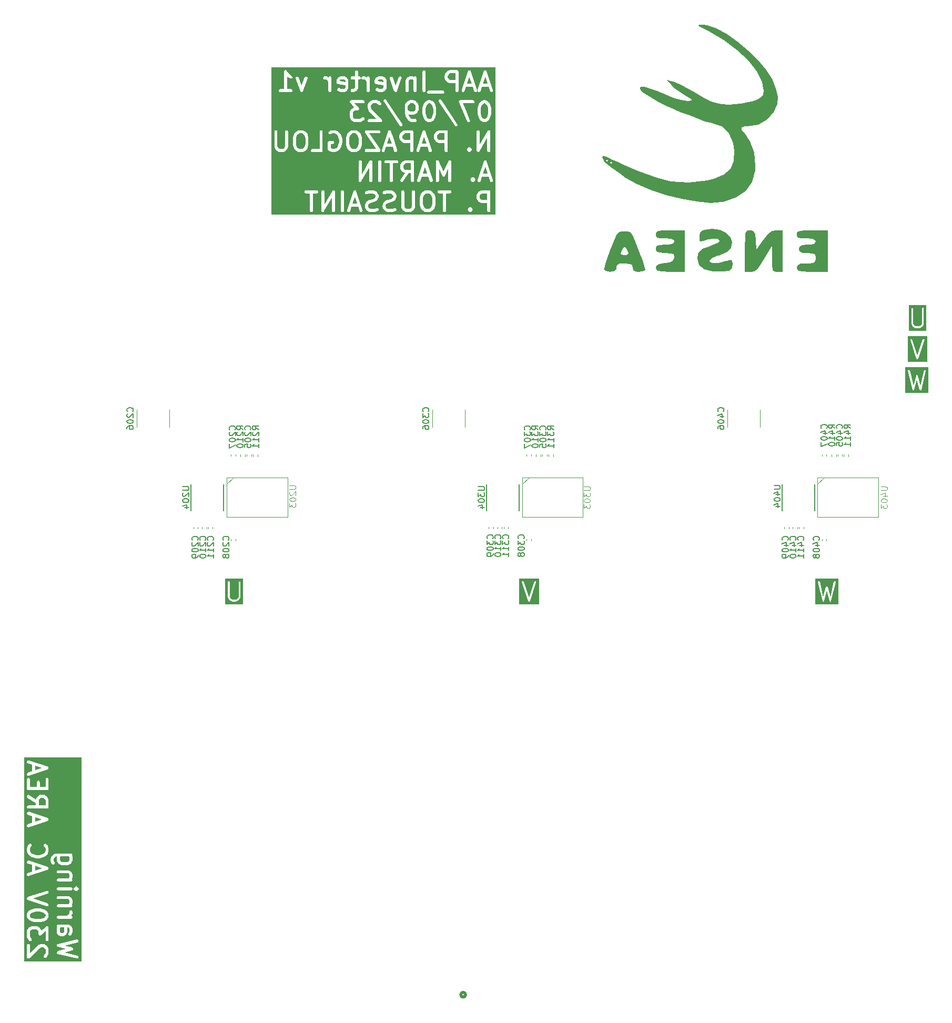
<source format=gbr>
%TF.GenerationSoftware,KiCad,Pcbnew,7.0.7-7.0.7~ubuntu22.04.1*%
%TF.CreationDate,2023-09-07T14:29:00+02:00*%
%TF.ProjectId,Inverter_KiCAD,496e7665-7274-4657-925f-4b694341442e,rev?*%
%TF.SameCoordinates,Original*%
%TF.FileFunction,Legend,Bot*%
%TF.FilePolarity,Positive*%
%FSLAX46Y46*%
G04 Gerber Fmt 4.6, Leading zero omitted, Abs format (unit mm)*
G04 Created by KiCad (PCBNEW 7.0.7-7.0.7~ubuntu22.04.1) date 2023-09-07 14:29:00*
%MOMM*%
%LPD*%
G01*
G04 APERTURE LIST*
%ADD10C,0.300000*%
%ADD11C,0.500000*%
%ADD12C,0.150000*%
%ADD13C,0.100000*%
%ADD14C,0.508000*%
%ADD15C,0.120000*%
%ADD16C,0.152400*%
G04 APERTURE END LIST*
D10*
G36*
X143808608Y-133192783D02*
G01*
X140657556Y-133192783D01*
X140657556Y-129587185D01*
X141086127Y-129587185D01*
X141090780Y-129664691D01*
X142090780Y-132664691D01*
X142107378Y-132689831D01*
X142120852Y-132716778D01*
X142128505Y-132721831D01*
X142133561Y-132729488D01*
X142160512Y-132742963D01*
X142185648Y-132759559D01*
X142194803Y-132760108D01*
X142203010Y-132764212D01*
X142233085Y-132762406D01*
X142263154Y-132764212D01*
X142271358Y-132760109D01*
X142280516Y-132759560D01*
X142305660Y-132742958D01*
X142332603Y-132729487D01*
X142337656Y-132721833D01*
X142345313Y-132716778D01*
X142358788Y-132689826D01*
X142375384Y-132664691D01*
X143375385Y-129664691D01*
X143380037Y-129587185D01*
X143345313Y-129517736D01*
X143280516Y-129474954D01*
X143203010Y-129470302D01*
X143133561Y-129505026D01*
X143090780Y-129569823D01*
X142233082Y-132142915D01*
X141375384Y-129569823D01*
X141332603Y-129505027D01*
X141263154Y-129470302D01*
X141185648Y-129474955D01*
X141120852Y-129517736D01*
X141086127Y-129587185D01*
X140657556Y-129587185D01*
X140657556Y-129041731D01*
X143808608Y-129041731D01*
X143808608Y-133192783D01*
G37*
G36*
X206521860Y-99191749D02*
G01*
X202801447Y-99191749D01*
X202801447Y-95652000D01*
X203230018Y-95652000D01*
X203944304Y-98652000D01*
X203945380Y-98653991D01*
X203945383Y-98656253D01*
X203963766Y-98688006D01*
X203981225Y-98720306D01*
X203983152Y-98721492D01*
X203984286Y-98723450D01*
X204016083Y-98741757D01*
X204047353Y-98761000D01*
X204049615Y-98761063D01*
X204051576Y-98762192D01*
X204088264Y-98762148D01*
X204124968Y-98763178D01*
X204126959Y-98762101D01*
X204129221Y-98762099D01*
X204160974Y-98743715D01*
X204193274Y-98726257D01*
X204194460Y-98724329D01*
X204196418Y-98723196D01*
X204214725Y-98691398D01*
X204233968Y-98660129D01*
X204234031Y-98657866D01*
X204235160Y-98655906D01*
X204661653Y-97056555D01*
X205088147Y-98655906D01*
X205089275Y-98657866D01*
X205089339Y-98660129D01*
X205108581Y-98691398D01*
X205126889Y-98723196D01*
X205128846Y-98724329D01*
X205130033Y-98726257D01*
X205162332Y-98743715D01*
X205194086Y-98762099D01*
X205196347Y-98762101D01*
X205198339Y-98763178D01*
X205235042Y-98762148D01*
X205271731Y-98762192D01*
X205273691Y-98761063D01*
X205275954Y-98761000D01*
X205307223Y-98741757D01*
X205339021Y-98723450D01*
X205340154Y-98721492D01*
X205342082Y-98720306D01*
X205359540Y-98688006D01*
X205377924Y-98656253D01*
X205377926Y-98653991D01*
X205379003Y-98652000D01*
X206093289Y-95652000D01*
X206091111Y-95574385D01*
X206050417Y-95508257D01*
X205982111Y-95471336D01*
X205904496Y-95473514D01*
X205838368Y-95514208D01*
X205801447Y-95582514D01*
X205224848Y-98004226D01*
X204806588Y-96435751D01*
X204806495Y-96435589D01*
X204806495Y-96435404D01*
X204787132Y-96401958D01*
X204767846Y-96368461D01*
X204767685Y-96368367D01*
X204767592Y-96368207D01*
X204734094Y-96348920D01*
X204700649Y-96329558D01*
X204700463Y-96329557D01*
X204700302Y-96329465D01*
X204661444Y-96329511D01*
X204623004Y-96329465D01*
X204622844Y-96329556D01*
X204622657Y-96329557D01*
X204589054Y-96349011D01*
X204555714Y-96368207D01*
X204555620Y-96368367D01*
X204555460Y-96368461D01*
X204536173Y-96401958D01*
X204516811Y-96435404D01*
X204516810Y-96435589D01*
X204516718Y-96435751D01*
X204098458Y-98004226D01*
X203521860Y-95582514D01*
X203484939Y-95514208D01*
X203418811Y-95473514D01*
X203341196Y-95471336D01*
X203272890Y-95508257D01*
X203232196Y-95574385D01*
X203230018Y-95652000D01*
X202801447Y-95652000D01*
X202801447Y-95042765D01*
X206521860Y-95042765D01*
X206521860Y-99191749D01*
G37*
D11*
G36*
X67366629Y-185260474D02*
G01*
X67367752Y-185269385D01*
X67366000Y-185278196D01*
X67366000Y-185933463D01*
X67286803Y-186091856D01*
X67128411Y-186171053D01*
X66960731Y-186171053D01*
X66802337Y-186091856D01*
X66723141Y-185933465D01*
X66723141Y-185337212D01*
X66770508Y-185242482D01*
X67371556Y-185242482D01*
X67366629Y-185260474D01*
G37*
G36*
X63984459Y-182799789D02*
G01*
X64209336Y-182912228D01*
X64294821Y-182997713D01*
X64393142Y-183194355D01*
X64393142Y-183362035D01*
X64294821Y-183558677D01*
X64209337Y-183644160D01*
X63984458Y-183756600D01*
X63469507Y-183885338D01*
X62816777Y-183885338D01*
X62301826Y-183756600D01*
X62076946Y-183644160D01*
X61991464Y-183558677D01*
X61893142Y-183362033D01*
X61893142Y-183194354D01*
X61991461Y-182997715D01*
X62076947Y-182912229D01*
X62301829Y-182799788D01*
X62816777Y-182671052D01*
X63469507Y-182671052D01*
X63984459Y-182799789D01*
G37*
G36*
X63852572Y-175706766D02*
G01*
X62750285Y-176074195D01*
X62750285Y-175339337D01*
X63852572Y-175706766D01*
G37*
G36*
X68223142Y-173908641D02*
G01*
X68223142Y-174362035D01*
X68124821Y-174558677D01*
X68039337Y-174644160D01*
X67842697Y-174742481D01*
X67103588Y-174742481D01*
X66906946Y-174644160D01*
X66821464Y-174558677D01*
X66723142Y-174362033D01*
X66723142Y-173908640D01*
X66770508Y-173813910D01*
X68175777Y-173813910D01*
X68223142Y-173908641D01*
G37*
G36*
X63852571Y-167849623D02*
G01*
X62750285Y-168217051D01*
X62750285Y-167482194D01*
X63852571Y-167849623D01*
G37*
G36*
X64209337Y-164483657D02*
G01*
X64294821Y-164569140D01*
X64393142Y-164765782D01*
X64393142Y-165599623D01*
X63321714Y-165599623D01*
X63321714Y-164765782D01*
X63420034Y-164569141D01*
X63505517Y-164483657D01*
X63702159Y-164385337D01*
X64012697Y-164385337D01*
X64209337Y-164483657D01*
G37*
G36*
X63852572Y-159563907D02*
G01*
X62750285Y-159931337D01*
X62750285Y-159196479D01*
X63852572Y-159563907D01*
G37*
G36*
X70151713Y-190671052D02*
G01*
X60964571Y-190671052D01*
X60964571Y-189992481D01*
X61393142Y-189992481D01*
X61412172Y-190088152D01*
X61466365Y-190169258D01*
X61547471Y-190223451D01*
X61643142Y-190242481D01*
X61738813Y-190223451D01*
X61819919Y-190169258D01*
X61819918Y-190169257D01*
X63492472Y-188496703D01*
X63826569Y-188385338D01*
X64012697Y-188385338D01*
X64209338Y-188483658D01*
X64294820Y-188569141D01*
X64393142Y-188765784D01*
X64393142Y-189362036D01*
X64294821Y-189558677D01*
X64180651Y-189672847D01*
X64126458Y-189753953D01*
X64107428Y-189849624D01*
X64126458Y-189945295D01*
X64180651Y-190026401D01*
X64261757Y-190080594D01*
X64357428Y-190099624D01*
X64453099Y-190080594D01*
X64534205Y-190026401D01*
X64677061Y-189883544D01*
X64699322Y-189850227D01*
X64723892Y-189818570D01*
X64866749Y-189532856D01*
X64869121Y-189524193D01*
X64874112Y-189516724D01*
X64881929Y-189477421D01*
X64892513Y-189438775D01*
X64891389Y-189429863D01*
X64893142Y-189421053D01*
X64893142Y-189245267D01*
X66225320Y-189245267D01*
X66227650Y-189281493D01*
X66226294Y-189317767D01*
X66230758Y-189329799D01*
X66231583Y-189342611D01*
X66247598Y-189375185D01*
X66260227Y-189409220D01*
X66268959Y-189418631D01*
X66274622Y-189430148D01*
X66301880Y-189454110D01*
X66326575Y-189480725D01*
X66338243Y-189486077D01*
X66347883Y-189494552D01*
X66382240Y-189506260D01*
X66415237Y-189521397D01*
X69415237Y-190235683D01*
X69512714Y-190239329D01*
X69604167Y-190205396D01*
X69675672Y-190139048D01*
X69716344Y-190050386D01*
X69719990Y-189952909D01*
X69686057Y-189861456D01*
X69619709Y-189789951D01*
X69531047Y-189749279D01*
X67494862Y-189264473D01*
X68680416Y-188948326D01*
X68710026Y-188933767D01*
X68741259Y-188923124D01*
X68753422Y-188912431D01*
X68767953Y-188905287D01*
X68789738Y-188880505D01*
X68814520Y-188858720D01*
X68821664Y-188844189D01*
X68832357Y-188832026D01*
X68843000Y-188800793D01*
X68857559Y-188771183D01*
X68858598Y-188755022D01*
X68863822Y-188739695D01*
X68861703Y-188706766D01*
X68863822Y-188673839D01*
X68858598Y-188658511D01*
X68857559Y-188642351D01*
X68842999Y-188612738D01*
X68832357Y-188581508D01*
X68821666Y-188569346D01*
X68814521Y-188554814D01*
X68789736Y-188533025D01*
X68767953Y-188508247D01*
X68753422Y-188501102D01*
X68741259Y-188490410D01*
X68710026Y-188479766D01*
X68680416Y-188465208D01*
X67494862Y-188149060D01*
X69531047Y-187664255D01*
X69619709Y-187623583D01*
X69686057Y-187552078D01*
X69719991Y-187460625D01*
X69716344Y-187363148D01*
X69675672Y-187274486D01*
X69604167Y-187208138D01*
X69512714Y-187174205D01*
X69415237Y-187177851D01*
X66415237Y-187892136D01*
X66382240Y-187907272D01*
X66347883Y-187918981D01*
X66338243Y-187927455D01*
X66326575Y-187932808D01*
X66301880Y-187959422D01*
X66274622Y-187983385D01*
X66268959Y-187994901D01*
X66260227Y-188004313D01*
X66247598Y-188038347D01*
X66231583Y-188070922D01*
X66230758Y-188083733D01*
X66226294Y-188095766D01*
X66227650Y-188132039D01*
X66225320Y-188168266D01*
X66229460Y-188180414D01*
X66229940Y-188193243D01*
X66245076Y-188226239D01*
X66256785Y-188260597D01*
X66265259Y-188270236D01*
X66270612Y-188281905D01*
X66297226Y-188306599D01*
X66321189Y-188333858D01*
X66332705Y-188339520D01*
X66342117Y-188348253D01*
X66376151Y-188360881D01*
X66408726Y-188376897D01*
X67645737Y-188706766D01*
X66408726Y-189036636D01*
X66376151Y-189052651D01*
X66342117Y-189065280D01*
X66332705Y-189074012D01*
X66321189Y-189079675D01*
X66297226Y-189106933D01*
X66270612Y-189131628D01*
X66265259Y-189143296D01*
X66256785Y-189152936D01*
X66245076Y-189187293D01*
X66229940Y-189220290D01*
X66229460Y-189233118D01*
X66225320Y-189245267D01*
X64893142Y-189245267D01*
X64893142Y-188706767D01*
X64891389Y-188697956D01*
X64892513Y-188689045D01*
X64881929Y-188650398D01*
X64874112Y-188611096D01*
X64869121Y-188603626D01*
X64866749Y-188594964D01*
X64723892Y-188309250D01*
X64699322Y-188277592D01*
X64677062Y-188244277D01*
X64534205Y-188101419D01*
X64500885Y-188079155D01*
X64469231Y-188054588D01*
X64183517Y-187911731D01*
X64174854Y-187909358D01*
X64167385Y-187904368D01*
X64128082Y-187896550D01*
X64089436Y-187885967D01*
X64080524Y-187887090D01*
X64071714Y-187885338D01*
X63786000Y-187885338D01*
X63746699Y-187893155D01*
X63706943Y-187898167D01*
X63278371Y-188041024D01*
X63270566Y-188045472D01*
X63261758Y-188047225D01*
X63228445Y-188069483D01*
X63193628Y-188089331D01*
X63188119Y-188096428D01*
X63180652Y-188101418D01*
X61893141Y-189388927D01*
X61893142Y-188135338D01*
X61874112Y-188039667D01*
X61819919Y-187958561D01*
X61738813Y-187904368D01*
X61643142Y-187885338D01*
X61547471Y-187904368D01*
X61466365Y-187958561D01*
X61412172Y-188039667D01*
X61393142Y-188135338D01*
X61393142Y-189992481D01*
X60964571Y-189992481D01*
X60964571Y-186706767D01*
X61393142Y-186706767D01*
X61394894Y-186715577D01*
X61393771Y-186724490D01*
X61404353Y-186763133D01*
X61412172Y-186802438D01*
X61417163Y-186809908D01*
X61419536Y-186818571D01*
X61562393Y-187104285D01*
X61586960Y-187135939D01*
X61609223Y-187169258D01*
X61752080Y-187312114D01*
X61833186Y-187366308D01*
X61928857Y-187385338D01*
X62024528Y-187366308D01*
X62105633Y-187312114D01*
X62159827Y-187231009D01*
X62178857Y-187135338D01*
X62159827Y-187039667D01*
X62105633Y-186958561D01*
X61991461Y-186844389D01*
X61893142Y-186647750D01*
X61893142Y-185908640D01*
X61991462Y-185711999D01*
X62076946Y-185626515D01*
X62273588Y-185528195D01*
X62869840Y-185528195D01*
X63066481Y-185626515D01*
X63151963Y-185711998D01*
X63250285Y-185908640D01*
X63250285Y-186278195D01*
X63258207Y-186318022D01*
X63263463Y-186358290D01*
X63267669Y-186365595D01*
X63269315Y-186373866D01*
X63291880Y-186407637D01*
X63312141Y-186442821D01*
X63318822Y-186447960D01*
X63323508Y-186454972D01*
X63357273Y-186477533D01*
X63389462Y-186502290D01*
X63397604Y-186504481D01*
X63404614Y-186509165D01*
X63444433Y-186517085D01*
X63483655Y-186527642D01*
X63492017Y-186526550D01*
X63500285Y-186528195D01*
X63540112Y-186520272D01*
X63580380Y-186515017D01*
X63587685Y-186510810D01*
X63595956Y-186509165D01*
X63629727Y-186486599D01*
X63664911Y-186466339D01*
X64393142Y-185829136D01*
X64393142Y-187135338D01*
X64412172Y-187231009D01*
X64466365Y-187312115D01*
X64547471Y-187366308D01*
X64643142Y-187385338D01*
X64738813Y-187366308D01*
X64819919Y-187312115D01*
X64874112Y-187231009D01*
X64893142Y-187135338D01*
X64893142Y-185992482D01*
X66223142Y-185992482D01*
X66224894Y-186001292D01*
X66223771Y-186010205D01*
X66234353Y-186048848D01*
X66242172Y-186088153D01*
X66247163Y-186095623D01*
X66249536Y-186104286D01*
X66392393Y-186390000D01*
X66411612Y-186414764D01*
X66427136Y-186441996D01*
X66441247Y-186452947D01*
X66452200Y-186467060D01*
X66479434Y-186482584D01*
X66504197Y-186501803D01*
X66789911Y-186644660D01*
X66798573Y-186647032D01*
X66806043Y-186652023D01*
X66845345Y-186659840D01*
X66883992Y-186670424D01*
X66892903Y-186669300D01*
X66901714Y-186671053D01*
X67187428Y-186671053D01*
X67196238Y-186669300D01*
X67205150Y-186670424D01*
X67243796Y-186659840D01*
X67283099Y-186652023D01*
X67290568Y-186647032D01*
X67299231Y-186644660D01*
X67584945Y-186501803D01*
X67609708Y-186482583D01*
X67636942Y-186467060D01*
X67647894Y-186452948D01*
X67662006Y-186441996D01*
X67677531Y-186414761D01*
X67696748Y-186390000D01*
X67839606Y-186104286D01*
X67841978Y-186095623D01*
X67846970Y-186088153D01*
X67854788Y-186048848D01*
X67865371Y-186010205D01*
X67864247Y-186001292D01*
X67866000Y-185992482D01*
X67866000Y-185337213D01*
X67913365Y-185242482D01*
X67985554Y-185242482D01*
X68143946Y-185321678D01*
X68223142Y-185480070D01*
X68223142Y-185933465D01*
X68106678Y-186166393D01*
X68080914Y-186260474D01*
X68093114Y-186357253D01*
X68141421Y-186441996D01*
X68218482Y-186501803D01*
X68312563Y-186527567D01*
X68409342Y-186515367D01*
X68494085Y-186467060D01*
X68553892Y-186389999D01*
X68696749Y-186104285D01*
X68699121Y-186095622D01*
X68704112Y-186088153D01*
X68711929Y-186048850D01*
X68722513Y-186010204D01*
X68721389Y-186001292D01*
X68723142Y-185992482D01*
X68723142Y-185421053D01*
X68721389Y-185412242D01*
X68722513Y-185403331D01*
X68711929Y-185364684D01*
X68704112Y-185325382D01*
X68699121Y-185317912D01*
X68696749Y-185309250D01*
X68553892Y-185023536D01*
X68534673Y-184998773D01*
X68519149Y-184971539D01*
X68505037Y-184960586D01*
X68494085Y-184946475D01*
X68466850Y-184930950D01*
X68442088Y-184911732D01*
X68156374Y-184768875D01*
X68147711Y-184766502D01*
X68140242Y-184761512D01*
X68100939Y-184753694D01*
X68062293Y-184743111D01*
X68053381Y-184744234D01*
X68044571Y-184742482D01*
X66473142Y-184742482D01*
X66377471Y-184761512D01*
X66296365Y-184815705D01*
X66242172Y-184896811D01*
X66223142Y-184992482D01*
X66242172Y-185088153D01*
X66268759Y-185127944D01*
X66249536Y-185166392D01*
X66247163Y-185175054D01*
X66242172Y-185182525D01*
X66234353Y-185221829D01*
X66223771Y-185260473D01*
X66224894Y-185269385D01*
X66223142Y-185278196D01*
X66223142Y-185992482D01*
X64893142Y-185992482D01*
X64893142Y-185278195D01*
X64885219Y-185238367D01*
X64879964Y-185198100D01*
X64875757Y-185190794D01*
X64874112Y-185182524D01*
X64851546Y-185148752D01*
X64831286Y-185113569D01*
X64824604Y-185108430D01*
X64819919Y-185101418D01*
X64786147Y-185078852D01*
X64753965Y-185054101D01*
X64745824Y-185051909D01*
X64738813Y-185047225D01*
X64698987Y-185039303D01*
X64659772Y-185028748D01*
X64651409Y-185029839D01*
X64643142Y-185028195D01*
X64603314Y-185036117D01*
X64563047Y-185041373D01*
X64555741Y-185045579D01*
X64547471Y-185047225D01*
X64513699Y-185069790D01*
X64478516Y-185090051D01*
X63727017Y-185747611D01*
X63726264Y-185746483D01*
X63723892Y-185737821D01*
X63581035Y-185452107D01*
X63556465Y-185420449D01*
X63534205Y-185387134D01*
X63391348Y-185244276D01*
X63358028Y-185222012D01*
X63326374Y-185197445D01*
X63040660Y-185054588D01*
X63031997Y-185052215D01*
X63024528Y-185047225D01*
X62985225Y-185039407D01*
X62946579Y-185028824D01*
X62937667Y-185029947D01*
X62928857Y-185028195D01*
X62214571Y-185028195D01*
X62205760Y-185029947D01*
X62196849Y-185028824D01*
X62158202Y-185039407D01*
X62118900Y-185047225D01*
X62111430Y-185052215D01*
X62102768Y-185054588D01*
X61817054Y-185197445D01*
X61785399Y-185222012D01*
X61752080Y-185244276D01*
X61609223Y-185387134D01*
X61586965Y-185420444D01*
X61562393Y-185452106D01*
X61419536Y-185737820D01*
X61417163Y-185746482D01*
X61412172Y-185753953D01*
X61404353Y-185793257D01*
X61393771Y-185831901D01*
X61394894Y-185840813D01*
X61393142Y-185849624D01*
X61393142Y-186706767D01*
X60964571Y-186706767D01*
X60964571Y-183421052D01*
X61393142Y-183421052D01*
X61394894Y-183429862D01*
X61393771Y-183438775D01*
X61404355Y-183477424D01*
X61412172Y-183516723D01*
X61417162Y-183524191D01*
X61419535Y-183532856D01*
X61562393Y-183818570D01*
X61586957Y-183850221D01*
X61609223Y-183883544D01*
X61752080Y-184026400D01*
X61785396Y-184048661D01*
X61817054Y-184073231D01*
X62102768Y-184216088D01*
X62129176Y-184223319D01*
X62153937Y-184235017D01*
X62725366Y-184377874D01*
X62755960Y-184379362D01*
X62786000Y-184385338D01*
X63500285Y-184385338D01*
X63530324Y-184379362D01*
X63560919Y-184377874D01*
X64132347Y-184235017D01*
X64157105Y-184223320D01*
X64183517Y-184216088D01*
X64469231Y-184073231D01*
X64500882Y-184048666D01*
X64534205Y-184026401D01*
X64677061Y-183883544D01*
X64699322Y-183850228D01*
X64723892Y-183818570D01*
X64851222Y-183563910D01*
X66223142Y-183563910D01*
X66242172Y-183659581D01*
X66296365Y-183740687D01*
X66377471Y-183794880D01*
X66473142Y-183813910D01*
X68473142Y-183813910D01*
X68568813Y-183794880D01*
X68649919Y-183740687D01*
X68704112Y-183659581D01*
X68723142Y-183563910D01*
X68704112Y-183468239D01*
X68649919Y-183387133D01*
X68579013Y-183339755D01*
X68696749Y-183104284D01*
X68699121Y-183095621D01*
X68704112Y-183088152D01*
X68711929Y-183048849D01*
X68722513Y-183010203D01*
X68721389Y-183001291D01*
X68723142Y-182992481D01*
X68723142Y-182706767D01*
X68704112Y-182611096D01*
X68649919Y-182529990D01*
X68568813Y-182475797D01*
X68473142Y-182456767D01*
X68377471Y-182475797D01*
X68296365Y-182529990D01*
X68242172Y-182611096D01*
X68223142Y-182706767D01*
X68223142Y-182933464D01*
X68124821Y-183130106D01*
X68039337Y-183215589D01*
X67842697Y-183313910D01*
X66473142Y-183313910D01*
X66377471Y-183332940D01*
X66296365Y-183387133D01*
X66242172Y-183468239D01*
X66223142Y-183563910D01*
X64851222Y-183563910D01*
X64866749Y-183532855D01*
X64869121Y-183524192D01*
X64874112Y-183516723D01*
X64881929Y-183477420D01*
X64892513Y-183438774D01*
X64891389Y-183429862D01*
X64893142Y-183421052D01*
X64893142Y-183135338D01*
X64891389Y-183126527D01*
X64892513Y-183117616D01*
X64881929Y-183078969D01*
X64874112Y-183039667D01*
X64869121Y-183032197D01*
X64866749Y-183023535D01*
X64723892Y-182737821D01*
X64699322Y-182706163D01*
X64677061Y-182672847D01*
X64534205Y-182529990D01*
X64500886Y-182507727D01*
X64469232Y-182483160D01*
X64183518Y-182340303D01*
X64157108Y-182333070D01*
X64132347Y-182321373D01*
X63560919Y-182178516D01*
X63530324Y-182177027D01*
X63500285Y-182171052D01*
X62786000Y-182171052D01*
X62755960Y-182177027D01*
X62725366Y-182178516D01*
X62153937Y-182321373D01*
X62129174Y-182333071D01*
X62102767Y-182340303D01*
X61817053Y-182483161D01*
X61785398Y-182507728D01*
X61752080Y-182529991D01*
X61609223Y-182672847D01*
X61586960Y-182706165D01*
X61562393Y-182737820D01*
X61419536Y-183023534D01*
X61417163Y-183032196D01*
X61412172Y-183039667D01*
X61404353Y-183078971D01*
X61393771Y-183117615D01*
X61394894Y-183126527D01*
X61393142Y-183135338D01*
X61393142Y-183421052D01*
X60964571Y-183421052D01*
X60964571Y-180581631D01*
X61393771Y-180581631D01*
X61402050Y-180611864D01*
X61405971Y-180642966D01*
X61414817Y-180658484D01*
X61419535Y-180675713D01*
X61438754Y-180700476D01*
X61454278Y-180727710D01*
X61468389Y-180738661D01*
X61479341Y-180752773D01*
X61506574Y-180768296D01*
X61531338Y-180787516D01*
X61548566Y-180792233D01*
X61564085Y-180801080D01*
X64564085Y-181801080D01*
X64660865Y-181813280D01*
X64754946Y-181787516D01*
X64832006Y-181727710D01*
X64843944Y-181706767D01*
X66223142Y-181706767D01*
X66242172Y-181802438D01*
X66296365Y-181883544D01*
X66377471Y-181937737D01*
X66473142Y-181956767D01*
X68187428Y-181956767D01*
X68473142Y-181956767D01*
X68568813Y-181937737D01*
X68649919Y-181883544D01*
X68704112Y-181802438D01*
X68723142Y-181706767D01*
X68704112Y-181611096D01*
X68649919Y-181529990D01*
X68632554Y-181518387D01*
X68696749Y-181389998D01*
X68699121Y-181381335D01*
X68704112Y-181373866D01*
X68711929Y-181334563D01*
X68722513Y-181295917D01*
X68721389Y-181287005D01*
X68723142Y-181278195D01*
X68723142Y-180849624D01*
X68721389Y-180840813D01*
X68722513Y-180831902D01*
X68711929Y-180793255D01*
X68704112Y-180753953D01*
X68699121Y-180746483D01*
X68696749Y-180737821D01*
X68553892Y-180452107D01*
X68534673Y-180427344D01*
X68519149Y-180400110D01*
X68505037Y-180389157D01*
X68494085Y-180375046D01*
X68466850Y-180359521D01*
X68442088Y-180340303D01*
X68156374Y-180197446D01*
X68147711Y-180195073D01*
X68140242Y-180190083D01*
X68100939Y-180182265D01*
X68062293Y-180171682D01*
X68053381Y-180172805D01*
X68044571Y-180171053D01*
X66473142Y-180171053D01*
X66377471Y-180190083D01*
X66296365Y-180244276D01*
X66242172Y-180325382D01*
X66223142Y-180421053D01*
X66242172Y-180516724D01*
X66296365Y-180597830D01*
X66377471Y-180652023D01*
X66473142Y-180671053D01*
X67985554Y-180671053D01*
X68143946Y-180750249D01*
X68223142Y-180908641D01*
X68223142Y-181219178D01*
X68124821Y-181415820D01*
X68083875Y-181456767D01*
X66473142Y-181456767D01*
X66377471Y-181475797D01*
X66296365Y-181529990D01*
X66242172Y-181611096D01*
X66223142Y-181706767D01*
X64843944Y-181706767D01*
X64880313Y-181642966D01*
X64892514Y-181546187D01*
X64866750Y-181452106D01*
X64806943Y-181375046D01*
X64722199Y-181326738D01*
X62433711Y-180563909D01*
X64722199Y-179801080D01*
X64806943Y-179752772D01*
X64866750Y-179675712D01*
X64892514Y-179581631D01*
X64880313Y-179484852D01*
X64832006Y-179400108D01*
X64754946Y-179340302D01*
X64660865Y-179314538D01*
X64564085Y-179326738D01*
X61564085Y-180326738D01*
X61548566Y-180335584D01*
X61531338Y-180340302D01*
X61506574Y-180359521D01*
X61479341Y-180375045D01*
X61468389Y-180389156D01*
X61454278Y-180400108D01*
X61438754Y-180427341D01*
X61419535Y-180452105D01*
X61414817Y-180469333D01*
X61405971Y-180484852D01*
X61402050Y-180515953D01*
X61393771Y-180546187D01*
X61396005Y-180563909D01*
X61393771Y-180581631D01*
X60964571Y-180581631D01*
X60964571Y-178992481D01*
X66223142Y-178992481D01*
X66242172Y-179088152D01*
X66296365Y-179169258D01*
X66377471Y-179223451D01*
X66473142Y-179242481D01*
X68473142Y-179242481D01*
X68568813Y-179223451D01*
X68649919Y-179169258D01*
X68704112Y-179088152D01*
X68723142Y-178992481D01*
X68937428Y-178992481D01*
X68956458Y-179088152D01*
X69010651Y-179169258D01*
X69153505Y-179312111D01*
X69153508Y-179312115D01*
X69234614Y-179366308D01*
X69330285Y-179385338D01*
X69425956Y-179366308D01*
X69507062Y-179312115D01*
X69649915Y-179169260D01*
X69649919Y-179169258D01*
X69704112Y-179088152D01*
X69723142Y-178992481D01*
X69704112Y-178896810D01*
X69649919Y-178815704D01*
X69649915Y-178815701D01*
X69507062Y-178672847D01*
X69425956Y-178618654D01*
X69330285Y-178599624D01*
X69234614Y-178618654D01*
X69153508Y-178672847D01*
X69153505Y-178672850D01*
X69010651Y-178815703D01*
X69010651Y-178815704D01*
X68956458Y-178896810D01*
X68937428Y-178992481D01*
X68723142Y-178992481D01*
X68704112Y-178896810D01*
X68649919Y-178815704D01*
X68568813Y-178761511D01*
X68473142Y-178742481D01*
X66473142Y-178742481D01*
X66377471Y-178761511D01*
X66296365Y-178815704D01*
X66242172Y-178896810D01*
X66223142Y-178992481D01*
X60964571Y-178992481D01*
X60964571Y-177563910D01*
X66223142Y-177563910D01*
X66242172Y-177659581D01*
X66296365Y-177740687D01*
X66377471Y-177794880D01*
X66473142Y-177813910D01*
X68187428Y-177813910D01*
X68473142Y-177813910D01*
X68568813Y-177794880D01*
X68649919Y-177740687D01*
X68704112Y-177659581D01*
X68723142Y-177563910D01*
X68704112Y-177468239D01*
X68649919Y-177387133D01*
X68632554Y-177375530D01*
X68696749Y-177247141D01*
X68699121Y-177238478D01*
X68704112Y-177231009D01*
X68711929Y-177191706D01*
X68722513Y-177153060D01*
X68721389Y-177144148D01*
X68723142Y-177135338D01*
X68723142Y-176706767D01*
X68721389Y-176697956D01*
X68722513Y-176689045D01*
X68711929Y-176650398D01*
X68704112Y-176611096D01*
X68699121Y-176603626D01*
X68696749Y-176594964D01*
X68553892Y-176309250D01*
X68534673Y-176284487D01*
X68519149Y-176257253D01*
X68505037Y-176246300D01*
X68494085Y-176232189D01*
X68466850Y-176216664D01*
X68442088Y-176197446D01*
X68156374Y-176054589D01*
X68147711Y-176052216D01*
X68140242Y-176047226D01*
X68100939Y-176039408D01*
X68062293Y-176028825D01*
X68053381Y-176029948D01*
X68044571Y-176028196D01*
X66473142Y-176028196D01*
X66377471Y-176047226D01*
X66296365Y-176101419D01*
X66242172Y-176182525D01*
X66223142Y-176278196D01*
X66242172Y-176373867D01*
X66296365Y-176454973D01*
X66377471Y-176509166D01*
X66473142Y-176528196D01*
X67985554Y-176528196D01*
X68143946Y-176607392D01*
X68223142Y-176765784D01*
X68223142Y-177076321D01*
X68124821Y-177272963D01*
X68083875Y-177313910D01*
X66473142Y-177313910D01*
X66377471Y-177332940D01*
X66296365Y-177387133D01*
X66242172Y-177468239D01*
X66223142Y-177563910D01*
X60964571Y-177563910D01*
X60964571Y-176689044D01*
X61393771Y-176689044D01*
X61405971Y-176785823D01*
X61454278Y-176870567D01*
X61531338Y-176930373D01*
X61625420Y-176956137D01*
X61722199Y-176943937D01*
X64722199Y-175943937D01*
X64737716Y-175935091D01*
X64754946Y-175930373D01*
X64779713Y-175911151D01*
X64806943Y-175895629D01*
X64817893Y-175881519D01*
X64832006Y-175870567D01*
X64847530Y-175843333D01*
X64866750Y-175818569D01*
X64871468Y-175801338D01*
X64880313Y-175785823D01*
X64884233Y-175754725D01*
X64892514Y-175724488D01*
X64890279Y-175706766D01*
X64892514Y-175689044D01*
X64884233Y-175658806D01*
X64880313Y-175627709D01*
X64871468Y-175612193D01*
X64866750Y-175594963D01*
X64847530Y-175570198D01*
X64832006Y-175542965D01*
X64817893Y-175532012D01*
X64806943Y-175517903D01*
X64779713Y-175502380D01*
X64754946Y-175483159D01*
X64737716Y-175478440D01*
X64722199Y-175469595D01*
X62005144Y-174563910D01*
X65223142Y-174563910D01*
X65224894Y-174572720D01*
X65223771Y-174581633D01*
X65234353Y-174620276D01*
X65242172Y-174659581D01*
X65247163Y-174667051D01*
X65249536Y-174675714D01*
X65392393Y-174961428D01*
X65452200Y-175038488D01*
X65536943Y-175086795D01*
X65633723Y-175098995D01*
X65727804Y-175073230D01*
X65804864Y-175013424D01*
X65853171Y-174928680D01*
X65865371Y-174831901D01*
X65839606Y-174737820D01*
X65723142Y-174504893D01*
X65723142Y-174194354D01*
X65821461Y-173997715D01*
X65906946Y-173912230D01*
X66103588Y-173813910D01*
X66228698Y-173813910D01*
X66223771Y-173831901D01*
X66224894Y-173840813D01*
X66223142Y-173849624D01*
X66223142Y-174421052D01*
X66224894Y-174429862D01*
X66223771Y-174438775D01*
X66234355Y-174477424D01*
X66242172Y-174516723D01*
X66247162Y-174524191D01*
X66249535Y-174532856D01*
X66392393Y-174818570D01*
X66416957Y-174850221D01*
X66439223Y-174883544D01*
X66582080Y-175026400D01*
X66615396Y-175048661D01*
X66647054Y-175073231D01*
X66932768Y-175216088D01*
X66941430Y-175218460D01*
X66948900Y-175223451D01*
X66988202Y-175231268D01*
X67026849Y-175241852D01*
X67035760Y-175240728D01*
X67044571Y-175242481D01*
X67901714Y-175242481D01*
X67910524Y-175240728D01*
X67919436Y-175241852D01*
X67958082Y-175231268D01*
X67997385Y-175223451D01*
X68004854Y-175218460D01*
X68013517Y-175216088D01*
X68299231Y-175073231D01*
X68330882Y-175048666D01*
X68364205Y-175026401D01*
X68507061Y-174883544D01*
X68529322Y-174850228D01*
X68553892Y-174818570D01*
X68696749Y-174532855D01*
X68699121Y-174524192D01*
X68704112Y-174516723D01*
X68711929Y-174477420D01*
X68722513Y-174438774D01*
X68721389Y-174429862D01*
X68723142Y-174421052D01*
X68723142Y-173849624D01*
X68721389Y-173840813D01*
X68722513Y-173831902D01*
X68711929Y-173793255D01*
X68704112Y-173753953D01*
X68699121Y-173746483D01*
X68696749Y-173737821D01*
X68677524Y-173699372D01*
X68704112Y-173659581D01*
X68723142Y-173563910D01*
X68704112Y-173468239D01*
X68649919Y-173387133D01*
X68568813Y-173332940D01*
X68473142Y-173313910D01*
X66044571Y-173313910D01*
X66035760Y-173315662D01*
X66026849Y-173314539D01*
X65988202Y-173325122D01*
X65948900Y-173332940D01*
X65941430Y-173337930D01*
X65932768Y-173340303D01*
X65647054Y-173483160D01*
X65615396Y-173507729D01*
X65582080Y-173529991D01*
X65439223Y-173672847D01*
X65416960Y-173706165D01*
X65392393Y-173737820D01*
X65249536Y-174023534D01*
X65247163Y-174032196D01*
X65242172Y-174039667D01*
X65234353Y-174078971D01*
X65223771Y-174117615D01*
X65224894Y-174126527D01*
X65223142Y-174135338D01*
X65223142Y-174563910D01*
X62005144Y-174563910D01*
X61722199Y-174469595D01*
X61625420Y-174457395D01*
X61531338Y-174483159D01*
X61454278Y-174542965D01*
X61405971Y-174627709D01*
X61393771Y-174724488D01*
X61419535Y-174818570D01*
X61479341Y-174895630D01*
X61564085Y-174943937D01*
X62250285Y-175172670D01*
X62250285Y-176240861D01*
X61564085Y-176469595D01*
X61479341Y-176517902D01*
X61419535Y-176594962D01*
X61393771Y-176689044D01*
X60964571Y-176689044D01*
X60964571Y-172849623D01*
X61393142Y-172849623D01*
X61400959Y-172888923D01*
X61405971Y-172928680D01*
X61548829Y-173357252D01*
X61553278Y-173365056D01*
X61555030Y-173373864D01*
X61577288Y-173407176D01*
X61597137Y-173441995D01*
X61604233Y-173447502D01*
X61609223Y-173454970D01*
X61894937Y-173740685D01*
X61928253Y-173762946D01*
X61959911Y-173787516D01*
X62245625Y-173930373D01*
X62272033Y-173937604D01*
X62296794Y-173949302D01*
X62868223Y-174092159D01*
X62898817Y-174093647D01*
X62928857Y-174099623D01*
X63357428Y-174099623D01*
X63387467Y-174093647D01*
X63418062Y-174092159D01*
X63989490Y-173949302D01*
X64014248Y-173937605D01*
X64040660Y-173930373D01*
X64326374Y-173787516D01*
X64358031Y-173762946D01*
X64391348Y-173740685D01*
X64677062Y-173454971D01*
X64682051Y-173447503D01*
X64689149Y-173441995D01*
X64708994Y-173407180D01*
X64731255Y-173373865D01*
X64733007Y-173365055D01*
X64737456Y-173357251D01*
X64880313Y-172928680D01*
X64885324Y-172888923D01*
X64893142Y-172849623D01*
X64893142Y-172563909D01*
X64885324Y-172524608D01*
X64880313Y-172484852D01*
X64737456Y-172056280D01*
X64733007Y-172048476D01*
X64731255Y-172039666D01*
X64708994Y-172006351D01*
X64689149Y-171971537D01*
X64682051Y-171966028D01*
X64677061Y-171958560D01*
X64534205Y-171815703D01*
X64453099Y-171761510D01*
X64357428Y-171742480D01*
X64261757Y-171761510D01*
X64180651Y-171815703D01*
X64126458Y-171896809D01*
X64107428Y-171992480D01*
X64126458Y-172088151D01*
X64180651Y-172169257D01*
X64281776Y-172270381D01*
X64393142Y-172604478D01*
X64393142Y-172809053D01*
X64281776Y-173143149D01*
X64066481Y-173358445D01*
X63841601Y-173470885D01*
X63326650Y-173599623D01*
X62959634Y-173599623D01*
X62444684Y-173470885D01*
X62219804Y-173358446D01*
X62004508Y-173143149D01*
X61893142Y-172809052D01*
X61893142Y-172604479D01*
X62004508Y-172270382D01*
X62105633Y-172169257D01*
X62159827Y-172088151D01*
X62178857Y-171992480D01*
X62159827Y-171896809D01*
X62105633Y-171815704D01*
X62024528Y-171761510D01*
X61928857Y-171742480D01*
X61833186Y-171761510D01*
X61752080Y-171815704D01*
X61609223Y-171958560D01*
X61604232Y-171966029D01*
X61597137Y-171971536D01*
X61577294Y-172006344D01*
X61555030Y-172039666D01*
X61553277Y-172048476D01*
X61548829Y-172056280D01*
X61405971Y-172484852D01*
X61400959Y-172524608D01*
X61393142Y-172563909D01*
X61393142Y-172849623D01*
X60964571Y-172849623D01*
X60964571Y-168831901D01*
X61393771Y-168831901D01*
X61405971Y-168928680D01*
X61454278Y-169013424D01*
X61531338Y-169073230D01*
X61625420Y-169098994D01*
X61722199Y-169086794D01*
X64722199Y-168086794D01*
X64737716Y-168077948D01*
X64754946Y-168073230D01*
X64779713Y-168054008D01*
X64806943Y-168038486D01*
X64817893Y-168024376D01*
X64832006Y-168013424D01*
X64847530Y-167986190D01*
X64866750Y-167961426D01*
X64871468Y-167944195D01*
X64880313Y-167928680D01*
X64884233Y-167897582D01*
X64892514Y-167867345D01*
X64890279Y-167849623D01*
X64892514Y-167831901D01*
X64884233Y-167801663D01*
X64880313Y-167770566D01*
X64871468Y-167755050D01*
X64866750Y-167737820D01*
X64847530Y-167713055D01*
X64832006Y-167685822D01*
X64817893Y-167674869D01*
X64806943Y-167660760D01*
X64779713Y-167645237D01*
X64754946Y-167626016D01*
X64737716Y-167621297D01*
X64722199Y-167612452D01*
X61722199Y-166612452D01*
X61625420Y-166600252D01*
X61531338Y-166626016D01*
X61454278Y-166685822D01*
X61405971Y-166770566D01*
X61393771Y-166867345D01*
X61419535Y-166961427D01*
X61479341Y-167038487D01*
X61564085Y-167086794D01*
X62250285Y-167315527D01*
X62250285Y-168383718D01*
X61564085Y-168612452D01*
X61479341Y-168660759D01*
X61419535Y-168737819D01*
X61393771Y-168831901D01*
X60964571Y-168831901D01*
X60964571Y-165849623D01*
X61393142Y-165849623D01*
X61412172Y-165945294D01*
X61466365Y-166026400D01*
X61547471Y-166080593D01*
X61643142Y-166099623D01*
X63071714Y-166099623D01*
X64643142Y-166099623D01*
X64738813Y-166080593D01*
X64819919Y-166026400D01*
X64874112Y-165945294D01*
X64893142Y-165849623D01*
X64893142Y-164706766D01*
X64891389Y-164697955D01*
X64892513Y-164689044D01*
X64881929Y-164650397D01*
X64874112Y-164611095D01*
X64869121Y-164603625D01*
X64866749Y-164594963D01*
X64723892Y-164309248D01*
X64699322Y-164277589D01*
X64677061Y-164244274D01*
X64534205Y-164101417D01*
X64500882Y-164079151D01*
X64469231Y-164054587D01*
X64183517Y-163911730D01*
X64174854Y-163909357D01*
X64167385Y-163904367D01*
X64128082Y-163896549D01*
X64089436Y-163885966D01*
X64080524Y-163887089D01*
X64071714Y-163885337D01*
X63643142Y-163885337D01*
X63634331Y-163887089D01*
X63625420Y-163885966D01*
X63586773Y-163896549D01*
X63547471Y-163904367D01*
X63540001Y-163909357D01*
X63531339Y-163911730D01*
X63245625Y-164054587D01*
X63213967Y-164079156D01*
X63180651Y-164101418D01*
X63037794Y-164244274D01*
X63015531Y-164277592D01*
X62990964Y-164309248D01*
X62848107Y-164594963D01*
X62845734Y-164603625D01*
X62840744Y-164611095D01*
X62832926Y-164650397D01*
X62830025Y-164660991D01*
X61786508Y-163930529D01*
X61697218Y-163891255D01*
X61599696Y-163889141D01*
X61508788Y-163924508D01*
X61438334Y-163991971D01*
X61399060Y-164081261D01*
X61396946Y-164178783D01*
X61432313Y-164269691D01*
X61499776Y-164340145D01*
X62821714Y-165265501D01*
X62821714Y-165599623D01*
X61643142Y-165599623D01*
X61547471Y-165618653D01*
X61466365Y-165672846D01*
X61412172Y-165753952D01*
X61393142Y-165849623D01*
X60964571Y-165849623D01*
X60964571Y-162849623D01*
X61393142Y-162849623D01*
X61412172Y-162945294D01*
X61466365Y-163026400D01*
X61547471Y-163080593D01*
X61643142Y-163099623D01*
X63214571Y-163099623D01*
X64643142Y-163099623D01*
X64738813Y-163080593D01*
X64819919Y-163026400D01*
X64874112Y-162945294D01*
X64893142Y-162849623D01*
X64893142Y-161421051D01*
X64874112Y-161325380D01*
X64819919Y-161244274D01*
X64738813Y-161190081D01*
X64643142Y-161171051D01*
X64547471Y-161190081D01*
X64466365Y-161244274D01*
X64412172Y-161325380D01*
X64393142Y-161421051D01*
X64393142Y-162599623D01*
X63464571Y-162599623D01*
X63464571Y-161849623D01*
X63445541Y-161753952D01*
X63391348Y-161672846D01*
X63310242Y-161618653D01*
X63214571Y-161599623D01*
X63118900Y-161618653D01*
X63037794Y-161672846D01*
X62983601Y-161753952D01*
X62964571Y-161849623D01*
X62964571Y-162599623D01*
X61893142Y-162599623D01*
X61893142Y-161421051D01*
X61874112Y-161325380D01*
X61819919Y-161244274D01*
X61738813Y-161190081D01*
X61643142Y-161171051D01*
X61547471Y-161190081D01*
X61466365Y-161244274D01*
X61412172Y-161325380D01*
X61393142Y-161421051D01*
X61393142Y-162849622D01*
X61393142Y-162849623D01*
X60964571Y-162849623D01*
X60964571Y-160546186D01*
X61393771Y-160546186D01*
X61405971Y-160642965D01*
X61454278Y-160727709D01*
X61531338Y-160787515D01*
X61625420Y-160813279D01*
X61722199Y-160801079D01*
X64722199Y-159801079D01*
X64737716Y-159792233D01*
X64754946Y-159787515D01*
X64779713Y-159768293D01*
X64806943Y-159752771D01*
X64817893Y-159738661D01*
X64832006Y-159727709D01*
X64847530Y-159700475D01*
X64866750Y-159675711D01*
X64871468Y-159658480D01*
X64880313Y-159642965D01*
X64884233Y-159611867D01*
X64892514Y-159581630D01*
X64890279Y-159563908D01*
X64892514Y-159546186D01*
X64884233Y-159515948D01*
X64880313Y-159484851D01*
X64871468Y-159469335D01*
X64866750Y-159452105D01*
X64847530Y-159427340D01*
X64832006Y-159400107D01*
X64817893Y-159389154D01*
X64806943Y-159375045D01*
X64779713Y-159359522D01*
X64754946Y-159340301D01*
X64737716Y-159335582D01*
X64722199Y-159326737D01*
X61722199Y-158326737D01*
X61625420Y-158314537D01*
X61531338Y-158340301D01*
X61454278Y-158400107D01*
X61405971Y-158484851D01*
X61393771Y-158581630D01*
X61419535Y-158675712D01*
X61479341Y-158752772D01*
X61564085Y-158801079D01*
X62250285Y-159029812D01*
X62250285Y-160098003D01*
X61564085Y-160326737D01*
X61479341Y-160375044D01*
X61419535Y-160452104D01*
X61393771Y-160546186D01*
X60964571Y-160546186D01*
X60964571Y-157885966D01*
X70151713Y-157885966D01*
X70151713Y-190671052D01*
G37*
G36*
X126322963Y-67155177D02*
G01*
X126531026Y-67363239D01*
X126649625Y-67837633D01*
X126649625Y-68776079D01*
X126531026Y-69250473D01*
X126322964Y-69458535D01*
X126126322Y-69556857D01*
X125672928Y-69556857D01*
X125476286Y-69458536D01*
X125268223Y-69250473D01*
X125149625Y-68776079D01*
X125149625Y-67837634D01*
X125268223Y-67363240D01*
X125476285Y-67155178D01*
X125672928Y-67056857D01*
X126126322Y-67056857D01*
X126322963Y-67155177D01*
G37*
G36*
X135506767Y-68128285D02*
G01*
X134672927Y-68128285D01*
X134476284Y-68029964D01*
X134390801Y-67944480D01*
X134292481Y-67747840D01*
X134292481Y-67437302D01*
X134390801Y-67240661D01*
X134476284Y-67155177D01*
X134672927Y-67056857D01*
X135506767Y-67056857D01*
X135506767Y-68128285D01*
G37*
G36*
X114552768Y-68699714D02*
G01*
X113817910Y-68699714D01*
X114185339Y-67597427D01*
X114552768Y-68699714D01*
G37*
G36*
X123221053Y-63298285D02*
G01*
X122387213Y-63298285D01*
X122190570Y-63199964D01*
X122105087Y-63114480D01*
X122006767Y-62917839D01*
X122006767Y-62607301D01*
X122105087Y-62410661D01*
X122190570Y-62325177D01*
X122387213Y-62226857D01*
X123221053Y-62226857D01*
X123221053Y-63298285D01*
G37*
G36*
X125838482Y-63869714D02*
G01*
X125103624Y-63869714D01*
X125471053Y-62767426D01*
X125838482Y-63869714D01*
G37*
G36*
X135552767Y-63869714D02*
G01*
X134817909Y-63869714D01*
X135185338Y-62767426D01*
X135552767Y-63869714D01*
G37*
G36*
X105894391Y-57495177D02*
G01*
X106102454Y-57703239D01*
X106221053Y-58177634D01*
X106221053Y-59116079D01*
X106102454Y-59590473D01*
X105894392Y-59798535D01*
X105697750Y-59896857D01*
X105244356Y-59896857D01*
X105047714Y-59798536D01*
X104839651Y-59590473D01*
X104721053Y-59116079D01*
X104721053Y-58177634D01*
X104839651Y-57703240D01*
X105047713Y-57495178D01*
X105244356Y-57396857D01*
X105697750Y-57396857D01*
X105894391Y-57495177D01*
G37*
G36*
X114465819Y-57495177D02*
G01*
X114673882Y-57703239D01*
X114792481Y-58177634D01*
X114792481Y-59116079D01*
X114673882Y-59590473D01*
X114465820Y-59798535D01*
X114269178Y-59896857D01*
X113815784Y-59896857D01*
X113619142Y-59798536D01*
X113411079Y-59590473D01*
X113292481Y-59116079D01*
X113292481Y-58177634D01*
X113411079Y-57703240D01*
X113619141Y-57495178D01*
X113815784Y-57396857D01*
X114269178Y-57396857D01*
X114465819Y-57495177D01*
G37*
G36*
X123078196Y-58468285D02*
G01*
X122244356Y-58468285D01*
X122047713Y-58369964D01*
X121962230Y-58284480D01*
X121863910Y-58087840D01*
X121863910Y-57777302D01*
X121962230Y-57580661D01*
X122047713Y-57495177D01*
X122244356Y-57396857D01*
X123078196Y-57396857D01*
X123078196Y-58468285D01*
G37*
G36*
X128649625Y-58468285D02*
G01*
X127815785Y-58468285D01*
X127619142Y-58369964D01*
X127533659Y-58284480D01*
X127435339Y-58087839D01*
X127435339Y-57777302D01*
X127533659Y-57580661D01*
X127619142Y-57495177D01*
X127815785Y-57396857D01*
X128649625Y-57396857D01*
X128649625Y-58468285D01*
G37*
G36*
X120124196Y-59039714D02*
G01*
X119389338Y-59039714D01*
X119756767Y-57937426D01*
X120124196Y-59039714D01*
G37*
G36*
X125695625Y-59039714D02*
G01*
X124960767Y-59039714D01*
X125328196Y-57937427D01*
X125695625Y-59039714D01*
G37*
G36*
X123751533Y-52665177D02*
G01*
X123837017Y-52750660D01*
X123935337Y-52947302D01*
X123935337Y-53543554D01*
X123837017Y-53740195D01*
X123751534Y-53825677D01*
X123554891Y-53924000D01*
X123101499Y-53924000D01*
X122904856Y-53825678D01*
X122819372Y-53740195D01*
X122721052Y-53543553D01*
X122721052Y-52947302D01*
X122819372Y-52750660D01*
X122904855Y-52665178D01*
X123101498Y-52566857D01*
X123554892Y-52566857D01*
X123751533Y-52665177D01*
G37*
G36*
X126465819Y-52665177D02*
G01*
X126551303Y-52750660D01*
X126663743Y-52975541D01*
X126792481Y-53490491D01*
X126792481Y-54143222D01*
X126663743Y-54658172D01*
X126551302Y-54883053D01*
X126465820Y-54968536D01*
X126269178Y-55066857D01*
X126101498Y-55066857D01*
X125904856Y-54968536D01*
X125819372Y-54883052D01*
X125706932Y-54658172D01*
X125578195Y-54143222D01*
X125578195Y-53490491D01*
X125706932Y-52975539D01*
X125819371Y-52750662D01*
X125904856Y-52665177D01*
X126101498Y-52566857D01*
X126269178Y-52566857D01*
X126465819Y-52665177D01*
G37*
G36*
X135322962Y-52665177D02*
G01*
X135408446Y-52750660D01*
X135520886Y-52975541D01*
X135649624Y-53490491D01*
X135649624Y-54143221D01*
X135520886Y-54658172D01*
X135408445Y-54883053D01*
X135322963Y-54968536D01*
X135126321Y-55066857D01*
X134958641Y-55066857D01*
X134761999Y-54968536D01*
X134676515Y-54883052D01*
X134564075Y-54658172D01*
X134435338Y-54143222D01*
X134435338Y-53490491D01*
X134564075Y-52975539D01*
X134676514Y-52750662D01*
X134761999Y-52665177D01*
X134958641Y-52566857D01*
X135126321Y-52566857D01*
X135322962Y-52665177D01*
G37*
G36*
X112570427Y-48816053D02*
G01*
X112649623Y-48974444D01*
X112649623Y-49181906D01*
X111721052Y-48996191D01*
X111721052Y-48974445D01*
X111800248Y-48816053D01*
X111958640Y-48736857D01*
X112412035Y-48736857D01*
X112570427Y-48816053D01*
G37*
G36*
X118713285Y-48816053D02*
G01*
X118792481Y-48974444D01*
X118792481Y-49181906D01*
X117863910Y-48996191D01*
X117863910Y-48974444D01*
X117943106Y-48816053D01*
X118101498Y-48736857D01*
X118554893Y-48736857D01*
X118713285Y-48816053D01*
G37*
G36*
X130363909Y-48808285D02*
G01*
X129530069Y-48808285D01*
X129333426Y-48709964D01*
X129247943Y-48624480D01*
X129149623Y-48427840D01*
X129149623Y-48117301D01*
X129247943Y-47920661D01*
X129333426Y-47835177D01*
X129530069Y-47736857D01*
X130363909Y-47736857D01*
X130363909Y-48808285D01*
G37*
G36*
X132981338Y-49379714D02*
G01*
X132246480Y-49379714D01*
X132613909Y-48277427D01*
X132981338Y-49379714D01*
G37*
G36*
X135552767Y-49379714D02*
G01*
X134817909Y-49379714D01*
X135185338Y-48277426D01*
X135552767Y-49379714D01*
G37*
G36*
X136863280Y-70485428D02*
G01*
X100792482Y-70485428D01*
X100792482Y-66806857D01*
X106078197Y-66806857D01*
X106097227Y-66902528D01*
X106151420Y-66983634D01*
X106232526Y-67037827D01*
X106328197Y-67056857D01*
X106935339Y-67056857D01*
X106935339Y-69806857D01*
X106954369Y-69902528D01*
X107008562Y-69983634D01*
X107089668Y-70037827D01*
X107185339Y-70056857D01*
X107281010Y-70037827D01*
X107362116Y-69983634D01*
X107416309Y-69902528D01*
X107435339Y-69806857D01*
X108792482Y-69806857D01*
X108798968Y-69839468D01*
X108801291Y-69872636D01*
X108808402Y-69886897D01*
X108811512Y-69902528D01*
X108829985Y-69930174D01*
X108844823Y-69959929D01*
X108856850Y-69970382D01*
X108865705Y-69983634D01*
X108893351Y-70002106D01*
X108918447Y-70023918D01*
X108933560Y-70028973D01*
X108946811Y-70037827D01*
X108979421Y-70044313D01*
X109010954Y-70054861D01*
X109026851Y-70053747D01*
X109042482Y-70056857D01*
X109075093Y-70050370D01*
X109108261Y-70048048D01*
X109122522Y-70040936D01*
X109138153Y-70037827D01*
X109165799Y-70019353D01*
X109195554Y-70004516D01*
X109206007Y-69992488D01*
X109219259Y-69983634D01*
X109237731Y-69955987D01*
X109259543Y-69930892D01*
X110506768Y-67748248D01*
X110506768Y-69806857D01*
X110525798Y-69902528D01*
X110579991Y-69983634D01*
X110661097Y-70037827D01*
X110756768Y-70056857D01*
X110852439Y-70037827D01*
X110933545Y-69983634D01*
X110987738Y-69902528D01*
X111006768Y-69806857D01*
X111935339Y-69806857D01*
X111954369Y-69902528D01*
X112008562Y-69983634D01*
X112089668Y-70037827D01*
X112185339Y-70056857D01*
X112281010Y-70037827D01*
X112362116Y-69983634D01*
X112416309Y-69902528D01*
X112431814Y-69824579D01*
X112935968Y-69824579D01*
X112961732Y-69918661D01*
X113021538Y-69995721D01*
X113106282Y-70044028D01*
X113203061Y-70056228D01*
X113297143Y-70030464D01*
X113374203Y-69970658D01*
X113422510Y-69885914D01*
X113651243Y-69199714D01*
X114719435Y-69199714D01*
X114948168Y-69885914D01*
X114996476Y-69970658D01*
X115073536Y-70030465D01*
X115167617Y-70056229D01*
X115264396Y-70044028D01*
X115349140Y-69995721D01*
X115408946Y-69918661D01*
X115434710Y-69824580D01*
X115422510Y-69727800D01*
X115258386Y-69235428D01*
X115792482Y-69235428D01*
X115794234Y-69244238D01*
X115793111Y-69253150D01*
X115803694Y-69291796D01*
X115811512Y-69331099D01*
X115816502Y-69338568D01*
X115818875Y-69347231D01*
X115961732Y-69632945D01*
X115986296Y-69664596D01*
X116008562Y-69697919D01*
X116151421Y-69840777D01*
X116184738Y-69863039D01*
X116216394Y-69887607D01*
X116502108Y-70030464D01*
X116510770Y-70032836D01*
X116518240Y-70037827D01*
X116557542Y-70045644D01*
X116596189Y-70056228D01*
X116605100Y-70055104D01*
X116613911Y-70056857D01*
X117328197Y-70056857D01*
X117367497Y-70049039D01*
X117407254Y-70044028D01*
X117835824Y-69901171D01*
X117920568Y-69852864D01*
X117980375Y-69775804D01*
X118006139Y-69681723D01*
X117993938Y-69584943D01*
X117945631Y-69500200D01*
X117868571Y-69440393D01*
X117774490Y-69414629D01*
X117677711Y-69426829D01*
X117287627Y-69556857D01*
X116672928Y-69556857D01*
X116476286Y-69458536D01*
X116390802Y-69373051D01*
X116321991Y-69235428D01*
X118649625Y-69235428D01*
X118651377Y-69244238D01*
X118650254Y-69253150D01*
X118660837Y-69291796D01*
X118668655Y-69331099D01*
X118673645Y-69338568D01*
X118676018Y-69347231D01*
X118818875Y-69632945D01*
X118843439Y-69664596D01*
X118865705Y-69697919D01*
X119008564Y-69840777D01*
X119041881Y-69863039D01*
X119073537Y-69887607D01*
X119359251Y-70030464D01*
X119367913Y-70032836D01*
X119375383Y-70037827D01*
X119414685Y-70045644D01*
X119453332Y-70056228D01*
X119462243Y-70055104D01*
X119471054Y-70056857D01*
X120185340Y-70056857D01*
X120224640Y-70049039D01*
X120264397Y-70044028D01*
X120692967Y-69901171D01*
X120777711Y-69852864D01*
X120837518Y-69775804D01*
X120863282Y-69681723D01*
X120851081Y-69584943D01*
X120802774Y-69500200D01*
X120725714Y-69440393D01*
X120631633Y-69414629D01*
X120534854Y-69426829D01*
X120144770Y-69556857D01*
X119530071Y-69556857D01*
X119333429Y-69458536D01*
X119247945Y-69373051D01*
X119179134Y-69235428D01*
X121649625Y-69235428D01*
X121651377Y-69244238D01*
X121650254Y-69253150D01*
X121660837Y-69291796D01*
X121668655Y-69331099D01*
X121673645Y-69338568D01*
X121676018Y-69347231D01*
X121818875Y-69632945D01*
X121843444Y-69664602D01*
X121865705Y-69697918D01*
X122008562Y-69840776D01*
X122041880Y-69863039D01*
X122073536Y-69887607D01*
X122359251Y-70030464D01*
X122367913Y-70032836D01*
X122375383Y-70037827D01*
X122414685Y-70045644D01*
X122453332Y-70056228D01*
X122462243Y-70055104D01*
X122471054Y-70056857D01*
X123042482Y-70056857D01*
X123051292Y-70055104D01*
X123060204Y-70056228D01*
X123098850Y-70045644D01*
X123138153Y-70037827D01*
X123145622Y-70032836D01*
X123154285Y-70030464D01*
X123440000Y-69887607D01*
X123471658Y-69863037D01*
X123504974Y-69840776D01*
X123647831Y-69697918D01*
X123670091Y-69664602D01*
X123694661Y-69632945D01*
X123837518Y-69347231D01*
X123839890Y-69338568D01*
X123844881Y-69331099D01*
X123852698Y-69291796D01*
X123863282Y-69253150D01*
X123862158Y-69244238D01*
X123863911Y-69235428D01*
X123863911Y-68806857D01*
X124649625Y-68806857D01*
X124655600Y-68836896D01*
X124657089Y-68867491D01*
X124799946Y-69438919D01*
X124807886Y-69455726D01*
X124811512Y-69473955D01*
X124828527Y-69499420D01*
X124841612Y-69527118D01*
X124855379Y-69539607D01*
X124865705Y-69555061D01*
X125151419Y-69840776D01*
X125184734Y-69863037D01*
X125216393Y-69887607D01*
X125502108Y-70030464D01*
X125510770Y-70032836D01*
X125518240Y-70037827D01*
X125557542Y-70045644D01*
X125596189Y-70056228D01*
X125605100Y-70055104D01*
X125613911Y-70056857D01*
X126185339Y-70056857D01*
X126194149Y-70055104D01*
X126203061Y-70056228D01*
X126241707Y-70045644D01*
X126281010Y-70037827D01*
X126288479Y-70032836D01*
X126297142Y-70030464D01*
X126582857Y-69887607D01*
X126614518Y-69863035D01*
X126647831Y-69840776D01*
X126933545Y-69555062D01*
X126943872Y-69539606D01*
X126957638Y-69527118D01*
X126970720Y-69499424D01*
X126987738Y-69473956D01*
X126991364Y-69455726D01*
X126999304Y-69438919D01*
X127142161Y-68867490D01*
X127143650Y-68836895D01*
X127149625Y-68806857D01*
X127149625Y-67806857D01*
X127143649Y-67776817D01*
X127142161Y-67746223D01*
X126999304Y-67174794D01*
X126991364Y-67157987D01*
X126987738Y-67139757D01*
X126970721Y-67114289D01*
X126957638Y-67086595D01*
X126943870Y-67074105D01*
X126933545Y-67058652D01*
X126681751Y-66806857D01*
X127506768Y-66806857D01*
X127525798Y-66902528D01*
X127579991Y-66983634D01*
X127661097Y-67037827D01*
X127756768Y-67056857D01*
X128363910Y-67056857D01*
X128363910Y-69806857D01*
X128382940Y-69902528D01*
X128437133Y-69983634D01*
X128518239Y-70037827D01*
X128613910Y-70056857D01*
X128709581Y-70037827D01*
X128790687Y-69983634D01*
X128844880Y-69902528D01*
X128863910Y-69806857D01*
X128863910Y-69664001D01*
X132363910Y-69664001D01*
X132382940Y-69759672D01*
X132402627Y-69789135D01*
X132437133Y-69840777D01*
X132579987Y-69983630D01*
X132579990Y-69983634D01*
X132661096Y-70037827D01*
X132756767Y-70056857D01*
X132852438Y-70037827D01*
X132933544Y-69983634D01*
X132933544Y-69983633D01*
X133076400Y-69840777D01*
X133076401Y-69840776D01*
X133130594Y-69759672D01*
X133149624Y-69664001D01*
X133135434Y-69592659D01*
X133130594Y-69568329D01*
X133099063Y-69521141D01*
X133076401Y-69487224D01*
X132933546Y-69344368D01*
X132933544Y-69344365D01*
X132884924Y-69311879D01*
X132852439Y-69290172D01*
X132756768Y-69271142D01*
X132756767Y-69271142D01*
X132756766Y-69271142D01*
X132661095Y-69290172D01*
X132628609Y-69311878D01*
X132579990Y-69344365D01*
X132579987Y-69344368D01*
X132437136Y-69487220D01*
X132437133Y-69487223D01*
X132382940Y-69568329D01*
X132378101Y-69592659D01*
X132363910Y-69664001D01*
X128863910Y-69664001D01*
X128863910Y-67806857D01*
X133792481Y-67806857D01*
X133794233Y-67815667D01*
X133793110Y-67824579D01*
X133803693Y-67863225D01*
X133811511Y-67902528D01*
X133816501Y-67909997D01*
X133818874Y-67918660D01*
X133961731Y-68204374D01*
X133986295Y-68236025D01*
X134008561Y-68269348D01*
X134151418Y-68412204D01*
X134184733Y-68434465D01*
X134216392Y-68459035D01*
X134502107Y-68601892D01*
X134510769Y-68604264D01*
X134518239Y-68609255D01*
X134557541Y-68617072D01*
X134596188Y-68627656D01*
X134605099Y-68626532D01*
X134613910Y-68628285D01*
X135506767Y-68628285D01*
X135506767Y-69806857D01*
X135525797Y-69902528D01*
X135579990Y-69983634D01*
X135661096Y-70037827D01*
X135756767Y-70056857D01*
X135852438Y-70037827D01*
X135933544Y-69983634D01*
X135987737Y-69902528D01*
X136006767Y-69806857D01*
X136006767Y-66806857D01*
X135987737Y-66711186D01*
X135933544Y-66630080D01*
X135852438Y-66575887D01*
X135756767Y-66556857D01*
X134613910Y-66556857D01*
X134605099Y-66558609D01*
X134596188Y-66557486D01*
X134557541Y-66568069D01*
X134518239Y-66575887D01*
X134510769Y-66580877D01*
X134502107Y-66583250D01*
X134216392Y-66726107D01*
X134184733Y-66750676D01*
X134151418Y-66772938D01*
X134008561Y-66915794D01*
X133986295Y-66949116D01*
X133961731Y-66980768D01*
X133818874Y-67266482D01*
X133816501Y-67275144D01*
X133811511Y-67282614D01*
X133803693Y-67321916D01*
X133793110Y-67360563D01*
X133794233Y-67369474D01*
X133792481Y-67378285D01*
X133792481Y-67806857D01*
X128863910Y-67806857D01*
X128863910Y-67056857D01*
X129471053Y-67056857D01*
X129566724Y-67037827D01*
X129647830Y-66983634D01*
X129702023Y-66902528D01*
X129721053Y-66806857D01*
X129702023Y-66711186D01*
X129647830Y-66630080D01*
X129566724Y-66575887D01*
X129471053Y-66556857D01*
X127756768Y-66556857D01*
X127661097Y-66575887D01*
X127579991Y-66630080D01*
X127525798Y-66711186D01*
X127506768Y-66806857D01*
X126681751Y-66806857D01*
X126647831Y-66772937D01*
X126614512Y-66750674D01*
X126582857Y-66726107D01*
X126297142Y-66583250D01*
X126288479Y-66580877D01*
X126281010Y-66575887D01*
X126241707Y-66568069D01*
X126203061Y-66557486D01*
X126194149Y-66558609D01*
X126185339Y-66556857D01*
X125613911Y-66556857D01*
X125605100Y-66558609D01*
X125596189Y-66557486D01*
X125557542Y-66568069D01*
X125518240Y-66575887D01*
X125510770Y-66580877D01*
X125502108Y-66583250D01*
X125216393Y-66726107D01*
X125184736Y-66750675D01*
X125151420Y-66772937D01*
X124865705Y-67058651D01*
X124855376Y-67074109D01*
X124841612Y-67086596D01*
X124828530Y-67114286D01*
X124811512Y-67139757D01*
X124807885Y-67157988D01*
X124799946Y-67174795D01*
X124657089Y-67746223D01*
X124655600Y-67776817D01*
X124649625Y-67806857D01*
X124649625Y-68806857D01*
X123863911Y-68806857D01*
X123863911Y-66806857D01*
X123844881Y-66711186D01*
X123790688Y-66630080D01*
X123709582Y-66575887D01*
X123613911Y-66556857D01*
X123518240Y-66575887D01*
X123437134Y-66630080D01*
X123382941Y-66711186D01*
X123363911Y-66806857D01*
X123363911Y-69176410D01*
X123265589Y-69373053D01*
X123180107Y-69458536D01*
X122983465Y-69556857D01*
X122530071Y-69556857D01*
X122333428Y-69458536D01*
X122247946Y-69373053D01*
X122149625Y-69176411D01*
X122149625Y-66806857D01*
X122130595Y-66711186D01*
X122076402Y-66630080D01*
X121995296Y-66575887D01*
X121899625Y-66556857D01*
X121803954Y-66575887D01*
X121722848Y-66630080D01*
X121668655Y-66711186D01*
X121649625Y-66806857D01*
X121649625Y-69235428D01*
X119179134Y-69235428D01*
X119149625Y-69176410D01*
X119149625Y-69008730D01*
X119247945Y-68812090D01*
X119333429Y-68726605D01*
X119558310Y-68614165D01*
X120103116Y-68477964D01*
X120127876Y-68466266D01*
X120154285Y-68459035D01*
X120440000Y-68316178D01*
X120471655Y-68291610D01*
X120504974Y-68269348D01*
X120647830Y-68126491D01*
X120670091Y-68093174D01*
X120694661Y-68061517D01*
X120837518Y-67775803D01*
X120839890Y-67767140D01*
X120844881Y-67759671D01*
X120852698Y-67720368D01*
X120863282Y-67681722D01*
X120862158Y-67672810D01*
X120863911Y-67664000D01*
X120863911Y-67378285D01*
X120862158Y-67369474D01*
X120863282Y-67360563D01*
X120852698Y-67321916D01*
X120844881Y-67282614D01*
X120839890Y-67275144D01*
X120837518Y-67266482D01*
X120694661Y-66980768D01*
X120670091Y-66949110D01*
X120647830Y-66915794D01*
X120504974Y-66772937D01*
X120471655Y-66750674D01*
X120440000Y-66726107D01*
X120154285Y-66583250D01*
X120145622Y-66580877D01*
X120138153Y-66575887D01*
X120098850Y-66568069D01*
X120060204Y-66557486D01*
X120051292Y-66558609D01*
X120042482Y-66556857D01*
X119328197Y-66556857D01*
X119288896Y-66564674D01*
X119249140Y-66569686D01*
X118820568Y-66712543D01*
X118735825Y-66760850D01*
X118676018Y-66837910D01*
X118650254Y-66931991D01*
X118662454Y-67028771D01*
X118710761Y-67113514D01*
X118787821Y-67173321D01*
X118881902Y-67199085D01*
X118978682Y-67186885D01*
X119368766Y-67056857D01*
X119983465Y-67056857D01*
X120180106Y-67155177D01*
X120265590Y-67240660D01*
X120363911Y-67437301D01*
X120363911Y-67604983D01*
X120265590Y-67801624D01*
X120180106Y-67887107D01*
X119955225Y-67999547D01*
X119410420Y-68135749D01*
X119385659Y-68147446D01*
X119359251Y-68154678D01*
X119073537Y-68297535D01*
X119041881Y-68322102D01*
X119008564Y-68344365D01*
X118865705Y-68487223D01*
X118843439Y-68520545D01*
X118818875Y-68552197D01*
X118676018Y-68837911D01*
X118673645Y-68846573D01*
X118668655Y-68854043D01*
X118660837Y-68893345D01*
X118650254Y-68931992D01*
X118651377Y-68940903D01*
X118649625Y-68949714D01*
X118649625Y-69235428D01*
X116321991Y-69235428D01*
X116292482Y-69176410D01*
X116292482Y-69008731D01*
X116390802Y-68812090D01*
X116476286Y-68726605D01*
X116701167Y-68614165D01*
X117245973Y-68477964D01*
X117270733Y-68466266D01*
X117297142Y-68459035D01*
X117582857Y-68316178D01*
X117614512Y-68291610D01*
X117647831Y-68269348D01*
X117790687Y-68126491D01*
X117812948Y-68093174D01*
X117837518Y-68061517D01*
X117980375Y-67775803D01*
X117982747Y-67767140D01*
X117987738Y-67759671D01*
X117995555Y-67720368D01*
X118006139Y-67681722D01*
X118005015Y-67672810D01*
X118006768Y-67664000D01*
X118006768Y-67378285D01*
X118005015Y-67369474D01*
X118006139Y-67360563D01*
X117995555Y-67321916D01*
X117987738Y-67282614D01*
X117982747Y-67275144D01*
X117980375Y-67266482D01*
X117837518Y-66980768D01*
X117812948Y-66949110D01*
X117790687Y-66915794D01*
X117647831Y-66772937D01*
X117614512Y-66750674D01*
X117582857Y-66726107D01*
X117297142Y-66583250D01*
X117288479Y-66580877D01*
X117281010Y-66575887D01*
X117241707Y-66568069D01*
X117203061Y-66557486D01*
X117194149Y-66558609D01*
X117185339Y-66556857D01*
X116471054Y-66556857D01*
X116431753Y-66564674D01*
X116391997Y-66569686D01*
X115963425Y-66712543D01*
X115878682Y-66760850D01*
X115818875Y-66837910D01*
X115793111Y-66931991D01*
X115805311Y-67028771D01*
X115853618Y-67113514D01*
X115930678Y-67173321D01*
X116024759Y-67199085D01*
X116121539Y-67186885D01*
X116511623Y-67056857D01*
X117126322Y-67056857D01*
X117322963Y-67155177D01*
X117408447Y-67240660D01*
X117506768Y-67437301D01*
X117506768Y-67604982D01*
X117408447Y-67801624D01*
X117322963Y-67887107D01*
X117098082Y-67999547D01*
X116553277Y-68135749D01*
X116528516Y-68147446D01*
X116502108Y-68154678D01*
X116216394Y-68297535D01*
X116184738Y-68322102D01*
X116151421Y-68344365D01*
X116008562Y-68487223D01*
X115986296Y-68520545D01*
X115961732Y-68552197D01*
X115818875Y-68837911D01*
X115816502Y-68846573D01*
X115811512Y-68854043D01*
X115803694Y-68893345D01*
X115793111Y-68931992D01*
X115794234Y-68940903D01*
X115792482Y-68949714D01*
X115792482Y-69235428D01*
X115258386Y-69235428D01*
X114422510Y-66727800D01*
X114413664Y-66712281D01*
X114408946Y-66695053D01*
X114389726Y-66670289D01*
X114374203Y-66643056D01*
X114360091Y-66632104D01*
X114349140Y-66617993D01*
X114321906Y-66602469D01*
X114297143Y-66583250D01*
X114279914Y-66578532D01*
X114264396Y-66569686D01*
X114233292Y-66565764D01*
X114203061Y-66557486D01*
X114185342Y-66559719D01*
X114167617Y-66557485D01*
X114137377Y-66565766D01*
X114106282Y-66569686D01*
X114090766Y-66578530D01*
X114073536Y-66583249D01*
X114048771Y-66602468D01*
X114021538Y-66617993D01*
X114010585Y-66632105D01*
X113996476Y-66643056D01*
X113980953Y-66670285D01*
X113961732Y-66695053D01*
X113957013Y-66712282D01*
X113948168Y-66727800D01*
X112948168Y-69727800D01*
X112935968Y-69824579D01*
X112431814Y-69824579D01*
X112435339Y-69806857D01*
X112435339Y-66806857D01*
X112416309Y-66711186D01*
X112362116Y-66630080D01*
X112281010Y-66575887D01*
X112185339Y-66556857D01*
X112089668Y-66575887D01*
X112008562Y-66630080D01*
X111954369Y-66711186D01*
X111935339Y-66806857D01*
X111935339Y-69806857D01*
X111006768Y-69806857D01*
X111006768Y-66806857D01*
X111000281Y-66774245D01*
X110997959Y-66741078D01*
X110990847Y-66726816D01*
X110987738Y-66711186D01*
X110969264Y-66683539D01*
X110954427Y-66653785D01*
X110942399Y-66643331D01*
X110933545Y-66630080D01*
X110905895Y-66611605D01*
X110880803Y-66589797D01*
X110865692Y-66584742D01*
X110852439Y-66575887D01*
X110819824Y-66569399D01*
X110788295Y-66558853D01*
X110772398Y-66559966D01*
X110756768Y-66556857D01*
X110724157Y-66563343D01*
X110690988Y-66565666D01*
X110676726Y-66572778D01*
X110661097Y-66575887D01*
X110633451Y-66594359D01*
X110603696Y-66609198D01*
X110593242Y-66621225D01*
X110579991Y-66630080D01*
X110561516Y-66657729D01*
X110539707Y-66682823D01*
X109292482Y-68865465D01*
X109292482Y-66806857D01*
X109273452Y-66711186D01*
X109219259Y-66630080D01*
X109138153Y-66575887D01*
X109042482Y-66556857D01*
X108946811Y-66575887D01*
X108865705Y-66630080D01*
X108811512Y-66711186D01*
X108792482Y-66806857D01*
X108792482Y-69806857D01*
X107435339Y-69806857D01*
X107435339Y-67056857D01*
X108042482Y-67056857D01*
X108138153Y-67037827D01*
X108219259Y-66983634D01*
X108273452Y-66902528D01*
X108292482Y-66806857D01*
X108273452Y-66711186D01*
X108219259Y-66630080D01*
X108138153Y-66575887D01*
X108042482Y-66556857D01*
X106328197Y-66556857D01*
X106232526Y-66575887D01*
X106151420Y-66630080D01*
X106097227Y-66711186D01*
X106078197Y-66806857D01*
X100792482Y-66806857D01*
X100792482Y-64976857D01*
X114792482Y-64976857D01*
X114798968Y-65009468D01*
X114801291Y-65042636D01*
X114808402Y-65056897D01*
X114811512Y-65072528D01*
X114829985Y-65100174D01*
X114844823Y-65129929D01*
X114856850Y-65140382D01*
X114865705Y-65153634D01*
X114893351Y-65172106D01*
X114918447Y-65193918D01*
X114933560Y-65198973D01*
X114946811Y-65207827D01*
X114979421Y-65214313D01*
X115010954Y-65224861D01*
X115026851Y-65223747D01*
X115042482Y-65226857D01*
X115075093Y-65220370D01*
X115108261Y-65218048D01*
X115122522Y-65210936D01*
X115138153Y-65207827D01*
X115165799Y-65189353D01*
X115195554Y-65174516D01*
X115206007Y-65162488D01*
X115219259Y-65153634D01*
X115237731Y-65125987D01*
X115259543Y-65100892D01*
X116506768Y-62918248D01*
X116506768Y-64976857D01*
X116525798Y-65072528D01*
X116579991Y-65153634D01*
X116661097Y-65207827D01*
X116756768Y-65226857D01*
X116852439Y-65207827D01*
X116933545Y-65153634D01*
X116987738Y-65072528D01*
X117006768Y-64976857D01*
X117935339Y-64976857D01*
X117954369Y-65072528D01*
X118008562Y-65153634D01*
X118089668Y-65207827D01*
X118185339Y-65226857D01*
X118281010Y-65207827D01*
X118362116Y-65153634D01*
X118416309Y-65072528D01*
X118435339Y-64976857D01*
X118435339Y-61976857D01*
X118935339Y-61976857D01*
X118954369Y-62072528D01*
X119008562Y-62153634D01*
X119089668Y-62207827D01*
X119185339Y-62226857D01*
X119792481Y-62226857D01*
X119792481Y-64976857D01*
X119811511Y-65072528D01*
X119865704Y-65153634D01*
X119946810Y-65207827D01*
X120042481Y-65226857D01*
X120138152Y-65207827D01*
X120219258Y-65153634D01*
X120273451Y-65072528D01*
X120292481Y-64976857D01*
X120292481Y-62976857D01*
X121506767Y-62976857D01*
X121508519Y-62985667D01*
X121507396Y-62994579D01*
X121517979Y-63033225D01*
X121525797Y-63072528D01*
X121530787Y-63079997D01*
X121533160Y-63088660D01*
X121676017Y-63374374D01*
X121700581Y-63406025D01*
X121722847Y-63439348D01*
X121865704Y-63582204D01*
X121899019Y-63604465D01*
X121930678Y-63629035D01*
X122216393Y-63771892D01*
X122225055Y-63774264D01*
X122232525Y-63779255D01*
X122271827Y-63787072D01*
X122282421Y-63789973D01*
X121551959Y-64833491D01*
X121512685Y-64922781D01*
X121510571Y-65020303D01*
X121545938Y-65111211D01*
X121613401Y-65181665D01*
X121702691Y-65220939D01*
X121800213Y-65223053D01*
X121891121Y-65187686D01*
X121961575Y-65120223D01*
X122886931Y-63798285D01*
X123221053Y-63798285D01*
X123221053Y-64976857D01*
X123240083Y-65072528D01*
X123294276Y-65153634D01*
X123375382Y-65207827D01*
X123471053Y-65226857D01*
X123566724Y-65207827D01*
X123647830Y-65153634D01*
X123702023Y-65072528D01*
X123717528Y-64994579D01*
X124221682Y-64994579D01*
X124247446Y-65088661D01*
X124307252Y-65165721D01*
X124391996Y-65214028D01*
X124488775Y-65226228D01*
X124582857Y-65200464D01*
X124659917Y-65140658D01*
X124708224Y-65055914D01*
X124936957Y-64369714D01*
X126005149Y-64369714D01*
X126233882Y-65055914D01*
X126282190Y-65140658D01*
X126359250Y-65200465D01*
X126453331Y-65226229D01*
X126550110Y-65214028D01*
X126634854Y-65165721D01*
X126694660Y-65088661D01*
X126720424Y-64994580D01*
X126718190Y-64976857D01*
X127221053Y-64976857D01*
X127240083Y-65072528D01*
X127294276Y-65153634D01*
X127375382Y-65207827D01*
X127471053Y-65226857D01*
X127566724Y-65207827D01*
X127647830Y-65153634D01*
X127702023Y-65072528D01*
X127721053Y-64976857D01*
X127721052Y-63103747D01*
X128244507Y-64225435D01*
X128266981Y-64256066D01*
X128286684Y-64288557D01*
X128295639Y-64295127D01*
X128302210Y-64304083D01*
X128334696Y-64323783D01*
X128365332Y-64346260D01*
X128376120Y-64348903D01*
X128385617Y-64354662D01*
X128423169Y-64360430D01*
X128460075Y-64369473D01*
X128471053Y-64367786D01*
X128482031Y-64369473D01*
X128518925Y-64360433D01*
X128556489Y-64354663D01*
X128565990Y-64348901D01*
X128576774Y-64346259D01*
X128607401Y-64323788D01*
X128639896Y-64304083D01*
X128646466Y-64295127D01*
X128655422Y-64288557D01*
X128675124Y-64256066D01*
X128697599Y-64225435D01*
X129221052Y-63103748D01*
X129221053Y-64976857D01*
X129240083Y-65072528D01*
X129294276Y-65153634D01*
X129375382Y-65207827D01*
X129471053Y-65226857D01*
X129566724Y-65207827D01*
X129647830Y-65153634D01*
X129702023Y-65072528D01*
X129721053Y-64976857D01*
X129721053Y-64834001D01*
X132792481Y-64834001D01*
X132811511Y-64929672D01*
X132821973Y-64945329D01*
X132865704Y-65010777D01*
X133008558Y-65153630D01*
X133008561Y-65153634D01*
X133089667Y-65207827D01*
X133185338Y-65226857D01*
X133281009Y-65207827D01*
X133362115Y-65153634D01*
X133362116Y-65153633D01*
X133504971Y-65010777D01*
X133515794Y-64994579D01*
X133935967Y-64994579D01*
X133961731Y-65088661D01*
X134021537Y-65165721D01*
X134106281Y-65214028D01*
X134203060Y-65226228D01*
X134297142Y-65200464D01*
X134374202Y-65140658D01*
X134422509Y-65055914D01*
X134651242Y-64369714D01*
X135719434Y-64369714D01*
X135948167Y-65055914D01*
X135996475Y-65140658D01*
X136073535Y-65200465D01*
X136167616Y-65226229D01*
X136264395Y-65214028D01*
X136349139Y-65165721D01*
X136408945Y-65088661D01*
X136434709Y-64994580D01*
X136422509Y-64897800D01*
X135422509Y-61897800D01*
X135413663Y-61882281D01*
X135408945Y-61865053D01*
X135389725Y-61840289D01*
X135374202Y-61813056D01*
X135360090Y-61802104D01*
X135349139Y-61787993D01*
X135321905Y-61772469D01*
X135297142Y-61753250D01*
X135279913Y-61748532D01*
X135264395Y-61739686D01*
X135233291Y-61735764D01*
X135203060Y-61727486D01*
X135185341Y-61729719D01*
X135167616Y-61727485D01*
X135137376Y-61735766D01*
X135106281Y-61739686D01*
X135090765Y-61748530D01*
X135073535Y-61753249D01*
X135048770Y-61772468D01*
X135021537Y-61787993D01*
X135010584Y-61802105D01*
X134996475Y-61813056D01*
X134980952Y-61840285D01*
X134961731Y-61865053D01*
X134957012Y-61882282D01*
X134948167Y-61897800D01*
X133948167Y-64897800D01*
X133935967Y-64994579D01*
X133515794Y-64994579D01*
X133548703Y-64945329D01*
X133559165Y-64929672D01*
X133578195Y-64834001D01*
X133559165Y-64738330D01*
X133559165Y-64738329D01*
X133527634Y-64691141D01*
X133504972Y-64657224D01*
X133362117Y-64514368D01*
X133362115Y-64514365D01*
X133313495Y-64481879D01*
X133281010Y-64460172D01*
X133185339Y-64441142D01*
X133185338Y-64441142D01*
X133185337Y-64441142D01*
X133089666Y-64460172D01*
X133057180Y-64481879D01*
X133008561Y-64514365D01*
X133008558Y-64514368D01*
X132865707Y-64657220D01*
X132865704Y-64657223D01*
X132811511Y-64738329D01*
X132811510Y-64738330D01*
X132811511Y-64738330D01*
X132792481Y-64834001D01*
X129721053Y-64834001D01*
X129721053Y-61976857D01*
X129712590Y-61934312D01*
X129706002Y-61891421D01*
X129703110Y-61886652D01*
X129702023Y-61881186D01*
X129677917Y-61845109D01*
X129655422Y-61808014D01*
X129650928Y-61804717D01*
X129647830Y-61800080D01*
X129611738Y-61775964D01*
X129576774Y-61750312D01*
X129571361Y-61748985D01*
X129566724Y-61745887D01*
X129524161Y-61737420D01*
X129482031Y-61727098D01*
X129476520Y-61727944D01*
X129471053Y-61726857D01*
X129428497Y-61735321D01*
X129385617Y-61741909D01*
X129380851Y-61744799D01*
X129375382Y-61745887D01*
X129339298Y-61769997D01*
X129302210Y-61792488D01*
X129298913Y-61796981D01*
X129294276Y-61800080D01*
X129270166Y-61836162D01*
X129244507Y-61871136D01*
X128471053Y-63528536D01*
X127697599Y-61871136D01*
X127671939Y-61836162D01*
X127647830Y-61800080D01*
X127643192Y-61796981D01*
X127639896Y-61792488D01*
X127602800Y-61769992D01*
X127566724Y-61745887D01*
X127561257Y-61744799D01*
X127556489Y-61741908D01*
X127513596Y-61735319D01*
X127471053Y-61726857D01*
X127465585Y-61727944D01*
X127460075Y-61727098D01*
X127417934Y-61737422D01*
X127375382Y-61745887D01*
X127370746Y-61748984D01*
X127365332Y-61750311D01*
X127330358Y-61775970D01*
X127294276Y-61800080D01*
X127291177Y-61804717D01*
X127286684Y-61808014D01*
X127264188Y-61845109D01*
X127240083Y-61881186D01*
X127238995Y-61886652D01*
X127236104Y-61891421D01*
X127229515Y-61934313D01*
X127221053Y-61976857D01*
X127221053Y-64976857D01*
X126718190Y-64976857D01*
X126708224Y-64897800D01*
X125708224Y-61897800D01*
X125699378Y-61882281D01*
X125694660Y-61865053D01*
X125675440Y-61840289D01*
X125659917Y-61813056D01*
X125645805Y-61802104D01*
X125634854Y-61787993D01*
X125607620Y-61772469D01*
X125582857Y-61753250D01*
X125565628Y-61748532D01*
X125550110Y-61739686D01*
X125519006Y-61735764D01*
X125488775Y-61727486D01*
X125471056Y-61729719D01*
X125453331Y-61727485D01*
X125423091Y-61735766D01*
X125391996Y-61739686D01*
X125376480Y-61748530D01*
X125359250Y-61753249D01*
X125334485Y-61772468D01*
X125307252Y-61787993D01*
X125296299Y-61802105D01*
X125282190Y-61813056D01*
X125266667Y-61840285D01*
X125247446Y-61865053D01*
X125242727Y-61882282D01*
X125233882Y-61897800D01*
X124233882Y-64897800D01*
X124221682Y-64994579D01*
X123717528Y-64994579D01*
X123721053Y-64976857D01*
X123721053Y-61976857D01*
X123702023Y-61881186D01*
X123647830Y-61800080D01*
X123566724Y-61745887D01*
X123471053Y-61726857D01*
X122328196Y-61726857D01*
X122319385Y-61728609D01*
X122310474Y-61727486D01*
X122271827Y-61738069D01*
X122232525Y-61745887D01*
X122225055Y-61750877D01*
X122216393Y-61753250D01*
X121930678Y-61896107D01*
X121899019Y-61920676D01*
X121865704Y-61942938D01*
X121722847Y-62085794D01*
X121700581Y-62119116D01*
X121676017Y-62150768D01*
X121533160Y-62436482D01*
X121530787Y-62445144D01*
X121525797Y-62452614D01*
X121517979Y-62491916D01*
X121507396Y-62530563D01*
X121508519Y-62539474D01*
X121506767Y-62548285D01*
X121506767Y-62976857D01*
X120292481Y-62976857D01*
X120292481Y-62226857D01*
X120899624Y-62226857D01*
X120995295Y-62207827D01*
X121076401Y-62153634D01*
X121130594Y-62072528D01*
X121149624Y-61976857D01*
X121130594Y-61881186D01*
X121076401Y-61800080D01*
X120995295Y-61745887D01*
X120899624Y-61726857D01*
X119185339Y-61726857D01*
X119089668Y-61745887D01*
X119008562Y-61800080D01*
X118954369Y-61881186D01*
X118935339Y-61976857D01*
X118435339Y-61976857D01*
X118416309Y-61881186D01*
X118362116Y-61800080D01*
X118281010Y-61745887D01*
X118185339Y-61726857D01*
X118089668Y-61745887D01*
X118008562Y-61800080D01*
X117954369Y-61881186D01*
X117935339Y-61976857D01*
X117935339Y-64976857D01*
X117006768Y-64976857D01*
X117006768Y-61976857D01*
X117000281Y-61944245D01*
X116997959Y-61911078D01*
X116990847Y-61896816D01*
X116987738Y-61881186D01*
X116969264Y-61853539D01*
X116954427Y-61823785D01*
X116942399Y-61813331D01*
X116933545Y-61800080D01*
X116905895Y-61781605D01*
X116880803Y-61759797D01*
X116865692Y-61754742D01*
X116852439Y-61745887D01*
X116819824Y-61739399D01*
X116788295Y-61728853D01*
X116772398Y-61729966D01*
X116756768Y-61726857D01*
X116724157Y-61733343D01*
X116690988Y-61735666D01*
X116676726Y-61742778D01*
X116661097Y-61745887D01*
X116633451Y-61764359D01*
X116603696Y-61779198D01*
X116593242Y-61791225D01*
X116579991Y-61800080D01*
X116561516Y-61827729D01*
X116539707Y-61852823D01*
X115292481Y-64035465D01*
X115292482Y-61976857D01*
X115273452Y-61881186D01*
X115219259Y-61800080D01*
X115138153Y-61745887D01*
X115042482Y-61726857D01*
X114946811Y-61745887D01*
X114865705Y-61800080D01*
X114811512Y-61881186D01*
X114792482Y-61976857D01*
X114792482Y-64976857D01*
X100792482Y-64976857D01*
X100792482Y-59575428D01*
X101221053Y-59575428D01*
X101222805Y-59584238D01*
X101221682Y-59593150D01*
X101232265Y-59631796D01*
X101240083Y-59671099D01*
X101245073Y-59678568D01*
X101247446Y-59687231D01*
X101390303Y-59972945D01*
X101414872Y-60004602D01*
X101437133Y-60037918D01*
X101579990Y-60180776D01*
X101613308Y-60203039D01*
X101644964Y-60227607D01*
X101930679Y-60370464D01*
X101939341Y-60372836D01*
X101946811Y-60377827D01*
X101986113Y-60385644D01*
X102024760Y-60396228D01*
X102033671Y-60395104D01*
X102042482Y-60396857D01*
X102613910Y-60396857D01*
X102622720Y-60395104D01*
X102631632Y-60396228D01*
X102670278Y-60385644D01*
X102709581Y-60377827D01*
X102717050Y-60372836D01*
X102725713Y-60370464D01*
X103011428Y-60227607D01*
X103043086Y-60203037D01*
X103076402Y-60180776D01*
X103219259Y-60037918D01*
X103241519Y-60004602D01*
X103266089Y-59972945D01*
X103408946Y-59687231D01*
X103411318Y-59678568D01*
X103416309Y-59671099D01*
X103424126Y-59631796D01*
X103434710Y-59593150D01*
X103433586Y-59584238D01*
X103435339Y-59575428D01*
X103435339Y-59146857D01*
X104221053Y-59146857D01*
X104227028Y-59176896D01*
X104228517Y-59207491D01*
X104371374Y-59778919D01*
X104379314Y-59795726D01*
X104382940Y-59813955D01*
X104399955Y-59839420D01*
X104413040Y-59867118D01*
X104426807Y-59879607D01*
X104437133Y-59895061D01*
X104722847Y-60180776D01*
X104756162Y-60203037D01*
X104787821Y-60227607D01*
X105073536Y-60370464D01*
X105082198Y-60372836D01*
X105089668Y-60377827D01*
X105128970Y-60385644D01*
X105167617Y-60396228D01*
X105176528Y-60395104D01*
X105185339Y-60396857D01*
X105756767Y-60396857D01*
X105765577Y-60395104D01*
X105774489Y-60396228D01*
X105813135Y-60385644D01*
X105852438Y-60377827D01*
X105859907Y-60372836D01*
X105868570Y-60370464D01*
X106154285Y-60227607D01*
X106185946Y-60203035D01*
X106219259Y-60180776D01*
X106253178Y-60146857D01*
X107078195Y-60146857D01*
X107097225Y-60242528D01*
X107151418Y-60323634D01*
X107232524Y-60377827D01*
X107328195Y-60396857D01*
X108756767Y-60396857D01*
X108852438Y-60377827D01*
X108933544Y-60323634D01*
X108987737Y-60242528D01*
X109006767Y-60146857D01*
X109006767Y-59861142D01*
X109792481Y-59861142D01*
X109811511Y-59956813D01*
X109865704Y-60037919D01*
X109865707Y-60037921D01*
X110008561Y-60180776D01*
X110016029Y-60185766D01*
X110021538Y-60192864D01*
X110056348Y-60212707D01*
X110089666Y-60234970D01*
X110098477Y-60236722D01*
X110106281Y-60241171D01*
X110534853Y-60384028D01*
X110574609Y-60389039D01*
X110613910Y-60396857D01*
X110899624Y-60396857D01*
X110938924Y-60389039D01*
X110978681Y-60384028D01*
X111407251Y-60241171D01*
X111415054Y-60236722D01*
X111423866Y-60234970D01*
X111457186Y-60212705D01*
X111491995Y-60192864D01*
X111497502Y-60185768D01*
X111504972Y-60180777D01*
X111790687Y-59895062D01*
X111812952Y-59861739D01*
X111837517Y-59830088D01*
X111980374Y-59544374D01*
X111987605Y-59517965D01*
X111999303Y-59493205D01*
X112085890Y-59146857D01*
X112792481Y-59146857D01*
X112798456Y-59176896D01*
X112799945Y-59207491D01*
X112942802Y-59778919D01*
X112950742Y-59795726D01*
X112954368Y-59813955D01*
X112971383Y-59839420D01*
X112984468Y-59867118D01*
X112998235Y-59879607D01*
X113008561Y-59895061D01*
X113294275Y-60180776D01*
X113327590Y-60203037D01*
X113359249Y-60227607D01*
X113644964Y-60370464D01*
X113653626Y-60372836D01*
X113661096Y-60377827D01*
X113700398Y-60385644D01*
X113739045Y-60396228D01*
X113747956Y-60395104D01*
X113756767Y-60396857D01*
X114328195Y-60396857D01*
X114337005Y-60395104D01*
X114345917Y-60396228D01*
X114384563Y-60385644D01*
X114423866Y-60377827D01*
X114431335Y-60372836D01*
X114439998Y-60370464D01*
X114725713Y-60227607D01*
X114757374Y-60203035D01*
X114790687Y-60180776D01*
X114824606Y-60146857D01*
X115792481Y-60146857D01*
X115811511Y-60242528D01*
X115865704Y-60323634D01*
X115946810Y-60377827D01*
X116042481Y-60396857D01*
X118042481Y-60396857D01*
X118066504Y-60392078D01*
X118090997Y-60392104D01*
X118113873Y-60382656D01*
X118138152Y-60377827D01*
X118158520Y-60364217D01*
X118181156Y-60354869D01*
X118198674Y-60337387D01*
X118219258Y-60323634D01*
X118232866Y-60303266D01*
X118250203Y-60285967D01*
X118259698Y-60263109D01*
X118273451Y-60242528D01*
X118278229Y-60218504D01*
X118287626Y-60195886D01*
X118287651Y-60171134D01*
X118288955Y-60164579D01*
X118507396Y-60164579D01*
X118533160Y-60258661D01*
X118592966Y-60335721D01*
X118677710Y-60384028D01*
X118774489Y-60396228D01*
X118868571Y-60370464D01*
X118945631Y-60310658D01*
X118993938Y-60225914D01*
X119222671Y-59539714D01*
X120290863Y-59539714D01*
X120519596Y-60225914D01*
X120567904Y-60310658D01*
X120644964Y-60370465D01*
X120739045Y-60396229D01*
X120835824Y-60384028D01*
X120920568Y-60335721D01*
X120980374Y-60258661D01*
X121006138Y-60164580D01*
X120993938Y-60067800D01*
X120353624Y-58146857D01*
X121363910Y-58146857D01*
X121365662Y-58155667D01*
X121364539Y-58164579D01*
X121375122Y-58203225D01*
X121382940Y-58242528D01*
X121387930Y-58249997D01*
X121390303Y-58258660D01*
X121533160Y-58544374D01*
X121557724Y-58576025D01*
X121579990Y-58609348D01*
X121722847Y-58752204D01*
X121756162Y-58774465D01*
X121787821Y-58799035D01*
X122073536Y-58941892D01*
X122082198Y-58944264D01*
X122089668Y-58949255D01*
X122128970Y-58957072D01*
X122167617Y-58967656D01*
X122176528Y-58966532D01*
X122185339Y-58968285D01*
X123078196Y-58968285D01*
X123078196Y-60146857D01*
X123097226Y-60242528D01*
X123151419Y-60323634D01*
X123232525Y-60377827D01*
X123328196Y-60396857D01*
X123423867Y-60377827D01*
X123504973Y-60323634D01*
X123559166Y-60242528D01*
X123574671Y-60164579D01*
X124078825Y-60164579D01*
X124104589Y-60258661D01*
X124164395Y-60335721D01*
X124249139Y-60384028D01*
X124345918Y-60396228D01*
X124440000Y-60370464D01*
X124517060Y-60310658D01*
X124565367Y-60225914D01*
X124794100Y-59539714D01*
X125862292Y-59539714D01*
X126091025Y-60225914D01*
X126139333Y-60310658D01*
X126216393Y-60370465D01*
X126310474Y-60396229D01*
X126407253Y-60384028D01*
X126491997Y-60335721D01*
X126551803Y-60258661D01*
X126577567Y-60164580D01*
X126565367Y-60067800D01*
X125925053Y-58146857D01*
X126935339Y-58146857D01*
X126937091Y-58155667D01*
X126935968Y-58164579D01*
X126946551Y-58203225D01*
X126954369Y-58242528D01*
X126959359Y-58249997D01*
X126961732Y-58258660D01*
X127104589Y-58544374D01*
X127129153Y-58576025D01*
X127151419Y-58609348D01*
X127294276Y-58752204D01*
X127327591Y-58774465D01*
X127359250Y-58799035D01*
X127644965Y-58941892D01*
X127653627Y-58944264D01*
X127661097Y-58949255D01*
X127700399Y-58957072D01*
X127739046Y-58967656D01*
X127747957Y-58966532D01*
X127756768Y-58968285D01*
X128649625Y-58968285D01*
X128649625Y-60146857D01*
X128668655Y-60242528D01*
X128722848Y-60323634D01*
X128803954Y-60377827D01*
X128899625Y-60396857D01*
X128995296Y-60377827D01*
X129076402Y-60323634D01*
X129130595Y-60242528D01*
X129149625Y-60146857D01*
X129149625Y-60004001D01*
X132221053Y-60004001D01*
X132240083Y-60099672D01*
X132259769Y-60129134D01*
X132294276Y-60180777D01*
X132437130Y-60323630D01*
X132437133Y-60323634D01*
X132518239Y-60377827D01*
X132613910Y-60396857D01*
X132709581Y-60377827D01*
X132790687Y-60323634D01*
X132933543Y-60180777D01*
X132933542Y-60180776D01*
X132956207Y-60146857D01*
X133792481Y-60146857D01*
X133798967Y-60179468D01*
X133801290Y-60212636D01*
X133808401Y-60226897D01*
X133811511Y-60242528D01*
X133829984Y-60270174D01*
X133844822Y-60299929D01*
X133856849Y-60310382D01*
X133865704Y-60323634D01*
X133893350Y-60342106D01*
X133918446Y-60363918D01*
X133933559Y-60368973D01*
X133946810Y-60377827D01*
X133979420Y-60384313D01*
X134010953Y-60394861D01*
X134026850Y-60393747D01*
X134042481Y-60396857D01*
X134075092Y-60390370D01*
X134108260Y-60388048D01*
X134122521Y-60380936D01*
X134138152Y-60377827D01*
X134165798Y-60359353D01*
X134195553Y-60344516D01*
X134206006Y-60332488D01*
X134219258Y-60323634D01*
X134237730Y-60295987D01*
X134259542Y-60270892D01*
X135506767Y-58088248D01*
X135506767Y-60146857D01*
X135525797Y-60242528D01*
X135579990Y-60323634D01*
X135661096Y-60377827D01*
X135756767Y-60396857D01*
X135852438Y-60377827D01*
X135933544Y-60323634D01*
X135987737Y-60242528D01*
X136006767Y-60146857D01*
X136006767Y-57146857D01*
X136000280Y-57114245D01*
X135997958Y-57081078D01*
X135990846Y-57066816D01*
X135987737Y-57051186D01*
X135969263Y-57023539D01*
X135954426Y-56993785D01*
X135942398Y-56983331D01*
X135933544Y-56970080D01*
X135905894Y-56951605D01*
X135880802Y-56929797D01*
X135865691Y-56924742D01*
X135852438Y-56915887D01*
X135819823Y-56909399D01*
X135788294Y-56898853D01*
X135772397Y-56899966D01*
X135756767Y-56896857D01*
X135724156Y-56903343D01*
X135690987Y-56905666D01*
X135676725Y-56912778D01*
X135661096Y-56915887D01*
X135633450Y-56934359D01*
X135603695Y-56949198D01*
X135593241Y-56961225D01*
X135579990Y-56970080D01*
X135561515Y-56997729D01*
X135539706Y-57022823D01*
X134292481Y-59205465D01*
X134292481Y-57146857D01*
X134273451Y-57051186D01*
X134219258Y-56970080D01*
X134138152Y-56915887D01*
X134042481Y-56896857D01*
X133946810Y-56915887D01*
X133865704Y-56970080D01*
X133811511Y-57051186D01*
X133792481Y-57146857D01*
X133792481Y-60146857D01*
X132956207Y-60146857D01*
X132987737Y-60099672D01*
X133006767Y-60004001D01*
X132992577Y-59932659D01*
X132987737Y-59908329D01*
X132956206Y-59861141D01*
X132933544Y-59827224D01*
X132790689Y-59684368D01*
X132790687Y-59684365D01*
X132734684Y-59646945D01*
X132709582Y-59630172D01*
X132613911Y-59611142D01*
X132613910Y-59611142D01*
X132613909Y-59611142D01*
X132518238Y-59630172D01*
X132493136Y-59646945D01*
X132437133Y-59684365D01*
X132437130Y-59684368D01*
X132294279Y-59827220D01*
X132294276Y-59827223D01*
X132240083Y-59908329D01*
X132235244Y-59932659D01*
X132221053Y-60004001D01*
X129149625Y-60004001D01*
X129149625Y-57146857D01*
X129130595Y-57051186D01*
X129076402Y-56970080D01*
X128995296Y-56915887D01*
X128899625Y-56896857D01*
X127756768Y-56896857D01*
X127747957Y-56898609D01*
X127739046Y-56897486D01*
X127700399Y-56908069D01*
X127661097Y-56915887D01*
X127653627Y-56920877D01*
X127644965Y-56923250D01*
X127359250Y-57066107D01*
X127327591Y-57090676D01*
X127294276Y-57112938D01*
X127151419Y-57255794D01*
X127129153Y-57289116D01*
X127104589Y-57320768D01*
X126961732Y-57606482D01*
X126959359Y-57615144D01*
X126954369Y-57622614D01*
X126946551Y-57661916D01*
X126935968Y-57700563D01*
X126937091Y-57709474D01*
X126935339Y-57718285D01*
X126935339Y-58146857D01*
X125925053Y-58146857D01*
X125565367Y-57067800D01*
X125556521Y-57052281D01*
X125551803Y-57035053D01*
X125532583Y-57010289D01*
X125517060Y-56983056D01*
X125502948Y-56972104D01*
X125491997Y-56957993D01*
X125464763Y-56942469D01*
X125440000Y-56923250D01*
X125422771Y-56918532D01*
X125407253Y-56909686D01*
X125376149Y-56905764D01*
X125345918Y-56897486D01*
X125328199Y-56899719D01*
X125310474Y-56897485D01*
X125280234Y-56905766D01*
X125249139Y-56909686D01*
X125233623Y-56918530D01*
X125216393Y-56923249D01*
X125191628Y-56942468D01*
X125164395Y-56957993D01*
X125153442Y-56972105D01*
X125139333Y-56983056D01*
X125123810Y-57010285D01*
X125104589Y-57035053D01*
X125099870Y-57052282D01*
X125091025Y-57067800D01*
X124091025Y-60067800D01*
X124078825Y-60164579D01*
X123574671Y-60164579D01*
X123578196Y-60146857D01*
X123578196Y-57146857D01*
X123559166Y-57051186D01*
X123504973Y-56970080D01*
X123423867Y-56915887D01*
X123328196Y-56896857D01*
X122185339Y-56896857D01*
X122176528Y-56898609D01*
X122167617Y-56897486D01*
X122128970Y-56908069D01*
X122089668Y-56915887D01*
X122082198Y-56920877D01*
X122073536Y-56923250D01*
X121787821Y-57066107D01*
X121756162Y-57090676D01*
X121722847Y-57112938D01*
X121579990Y-57255794D01*
X121557724Y-57289116D01*
X121533160Y-57320768D01*
X121390303Y-57606482D01*
X121387930Y-57615144D01*
X121382940Y-57622614D01*
X121375122Y-57661916D01*
X121364539Y-57700563D01*
X121365662Y-57709474D01*
X121363910Y-57718285D01*
X121363910Y-58146857D01*
X120353624Y-58146857D01*
X119993938Y-57067800D01*
X119985092Y-57052281D01*
X119980374Y-57035053D01*
X119961154Y-57010289D01*
X119945631Y-56983056D01*
X119931519Y-56972104D01*
X119920568Y-56957993D01*
X119893334Y-56942469D01*
X119868571Y-56923250D01*
X119851342Y-56918532D01*
X119835824Y-56909686D01*
X119804720Y-56905764D01*
X119774489Y-56897486D01*
X119756770Y-56899719D01*
X119739045Y-56897485D01*
X119708805Y-56905766D01*
X119677710Y-56909686D01*
X119662194Y-56918530D01*
X119644964Y-56923249D01*
X119620199Y-56942468D01*
X119592966Y-56957993D01*
X119582013Y-56972105D01*
X119567904Y-56983056D01*
X119552381Y-57010285D01*
X119533160Y-57035053D01*
X119528441Y-57052282D01*
X119519596Y-57067800D01*
X118519596Y-60067800D01*
X118507396Y-60164579D01*
X118288955Y-60164579D01*
X118292481Y-60146857D01*
X118287702Y-60122833D01*
X118287728Y-60098341D01*
X118278280Y-60075464D01*
X118273451Y-60051186D01*
X118259841Y-60030817D01*
X118250493Y-60008182D01*
X116509611Y-57396857D01*
X118042481Y-57396857D01*
X118138152Y-57377827D01*
X118219258Y-57323634D01*
X118273451Y-57242528D01*
X118292481Y-57146857D01*
X118273451Y-57051186D01*
X118219258Y-56970080D01*
X118138152Y-56915887D01*
X118042481Y-56896857D01*
X116042481Y-56896857D01*
X116018458Y-56901635D01*
X115993965Y-56901610D01*
X115971087Y-56911057D01*
X115946810Y-56915887D01*
X115926444Y-56929494D01*
X115903806Y-56938844D01*
X115886285Y-56956327D01*
X115865704Y-56970080D01*
X115852095Y-56990446D01*
X115834759Y-57007747D01*
X115825262Y-57030605D01*
X115811511Y-57051186D01*
X115806733Y-57075206D01*
X115797335Y-57097828D01*
X115797309Y-57122582D01*
X115792481Y-57146857D01*
X115797259Y-57170879D01*
X115797234Y-57195373D01*
X115806681Y-57218250D01*
X115811511Y-57242528D01*
X115825118Y-57262893D01*
X115834468Y-57285532D01*
X117575351Y-59896857D01*
X116042481Y-59896857D01*
X115946810Y-59915887D01*
X115865704Y-59970080D01*
X115811511Y-60051186D01*
X115792481Y-60146857D01*
X114824606Y-60146857D01*
X115076401Y-59895062D01*
X115086728Y-59879606D01*
X115100494Y-59867118D01*
X115113576Y-59839424D01*
X115130594Y-59813956D01*
X115134220Y-59795726D01*
X115142160Y-59778919D01*
X115285017Y-59207490D01*
X115286506Y-59176895D01*
X115292481Y-59146857D01*
X115292481Y-58146857D01*
X115286505Y-58116817D01*
X115285017Y-58086223D01*
X115142160Y-57514794D01*
X115134220Y-57497987D01*
X115130594Y-57479757D01*
X115113577Y-57454289D01*
X115100494Y-57426595D01*
X115086726Y-57414105D01*
X115076401Y-57398652D01*
X114790687Y-57112937D01*
X114757368Y-57090674D01*
X114725713Y-57066107D01*
X114439998Y-56923250D01*
X114431335Y-56920877D01*
X114423866Y-56915887D01*
X114384563Y-56908069D01*
X114345917Y-56897486D01*
X114337005Y-56898609D01*
X114328195Y-56896857D01*
X113756767Y-56896857D01*
X113747956Y-56898609D01*
X113739045Y-56897486D01*
X113700398Y-56908069D01*
X113661096Y-56915887D01*
X113653626Y-56920877D01*
X113644964Y-56923250D01*
X113359249Y-57066107D01*
X113327592Y-57090675D01*
X113294276Y-57112937D01*
X113008561Y-57398651D01*
X112998232Y-57414109D01*
X112984468Y-57426596D01*
X112971386Y-57454286D01*
X112954368Y-57479757D01*
X112950741Y-57497988D01*
X112942802Y-57514795D01*
X112799945Y-58086223D01*
X112798456Y-58116817D01*
X112792481Y-58146857D01*
X112792481Y-59146857D01*
X112085890Y-59146857D01*
X112142160Y-58921776D01*
X112143648Y-58891181D01*
X112149624Y-58861142D01*
X112149624Y-58432571D01*
X112143648Y-58402531D01*
X112142160Y-58371937D01*
X111999303Y-57800508D01*
X111987605Y-57775747D01*
X111980374Y-57749339D01*
X111837517Y-57463625D01*
X111812947Y-57431967D01*
X111790686Y-57398651D01*
X111504971Y-57112937D01*
X111497503Y-57107947D01*
X111491995Y-57100850D01*
X111457180Y-57081004D01*
X111423865Y-57058744D01*
X111415055Y-57056991D01*
X111407251Y-57052543D01*
X110978681Y-56909686D01*
X110938924Y-56904674D01*
X110899624Y-56896857D01*
X110471053Y-56896857D01*
X110462242Y-56898609D01*
X110453331Y-56897486D01*
X110414684Y-56908069D01*
X110375382Y-56915887D01*
X110367912Y-56920877D01*
X110359250Y-56923250D01*
X110073535Y-57066107D01*
X109996475Y-57125913D01*
X109948167Y-57210657D01*
X109935967Y-57307436D01*
X109961731Y-57401517D01*
X110021537Y-57478577D01*
X110106281Y-57526885D01*
X110203060Y-57539085D01*
X110297141Y-57513321D01*
X110530070Y-57396857D01*
X110859054Y-57396857D01*
X111193150Y-57508222D01*
X111408447Y-57723519D01*
X111520886Y-57948398D01*
X111649624Y-58463347D01*
X111649624Y-58830365D01*
X111520886Y-59345314D01*
X111408447Y-59570194D01*
X111193149Y-59785491D01*
X110859054Y-59896857D01*
X110654479Y-59896857D01*
X110320382Y-59785491D01*
X110292481Y-59757589D01*
X110292481Y-59111142D01*
X110613910Y-59111142D01*
X110709581Y-59092112D01*
X110790687Y-59037919D01*
X110844880Y-58956813D01*
X110863910Y-58861142D01*
X110844880Y-58765471D01*
X110790687Y-58684365D01*
X110709581Y-58630172D01*
X110613910Y-58611142D01*
X110042481Y-58611142D01*
X109946810Y-58630172D01*
X109865704Y-58684365D01*
X109811511Y-58765471D01*
X109792481Y-58861142D01*
X109792481Y-59861142D01*
X109006767Y-59861142D01*
X109006767Y-57146857D01*
X108987737Y-57051186D01*
X108933544Y-56970080D01*
X108852438Y-56915887D01*
X108756767Y-56896857D01*
X108661096Y-56915887D01*
X108579990Y-56970080D01*
X108525797Y-57051186D01*
X108506767Y-57146857D01*
X108506767Y-59896857D01*
X107328195Y-59896857D01*
X107232524Y-59915887D01*
X107151418Y-59970080D01*
X107097225Y-60051186D01*
X107078195Y-60146857D01*
X106253178Y-60146857D01*
X106504973Y-59895062D01*
X106515300Y-59879606D01*
X106529066Y-59867118D01*
X106542148Y-59839424D01*
X106559166Y-59813956D01*
X106562792Y-59795726D01*
X106570732Y-59778919D01*
X106713589Y-59207490D01*
X106715078Y-59176895D01*
X106721053Y-59146857D01*
X106721053Y-58146857D01*
X106715077Y-58116817D01*
X106713589Y-58086223D01*
X106570732Y-57514794D01*
X106562792Y-57497987D01*
X106559166Y-57479757D01*
X106542149Y-57454289D01*
X106529066Y-57426595D01*
X106515298Y-57414105D01*
X106504973Y-57398652D01*
X106219259Y-57112937D01*
X106185940Y-57090674D01*
X106154285Y-57066107D01*
X105868570Y-56923250D01*
X105859907Y-56920877D01*
X105852438Y-56915887D01*
X105813135Y-56908069D01*
X105774489Y-56897486D01*
X105765577Y-56898609D01*
X105756767Y-56896857D01*
X105185339Y-56896857D01*
X105176528Y-56898609D01*
X105167617Y-56897486D01*
X105128970Y-56908069D01*
X105089668Y-56915887D01*
X105082198Y-56920877D01*
X105073536Y-56923250D01*
X104787821Y-57066107D01*
X104756164Y-57090675D01*
X104722848Y-57112937D01*
X104437133Y-57398651D01*
X104426804Y-57414109D01*
X104413040Y-57426596D01*
X104399958Y-57454286D01*
X104382940Y-57479757D01*
X104379313Y-57497988D01*
X104371374Y-57514795D01*
X104228517Y-58086223D01*
X104227028Y-58116817D01*
X104221053Y-58146857D01*
X104221053Y-59146857D01*
X103435339Y-59146857D01*
X103435339Y-57146857D01*
X103416309Y-57051186D01*
X103362116Y-56970080D01*
X103281010Y-56915887D01*
X103185339Y-56896857D01*
X103089668Y-56915887D01*
X103008562Y-56970080D01*
X102954369Y-57051186D01*
X102935339Y-57146857D01*
X102935339Y-59516411D01*
X102837017Y-59713053D01*
X102751535Y-59798536D01*
X102554893Y-59896857D01*
X102101499Y-59896857D01*
X101904856Y-59798536D01*
X101819374Y-59713053D01*
X101721053Y-59516411D01*
X101721053Y-57146857D01*
X101702023Y-57051186D01*
X101647830Y-56970080D01*
X101566724Y-56915887D01*
X101471053Y-56896857D01*
X101375382Y-56915887D01*
X101294276Y-56970080D01*
X101240083Y-57051186D01*
X101221053Y-57146857D01*
X101221053Y-59575428D01*
X100792482Y-59575428D01*
X100792482Y-54745428D01*
X113363909Y-54745428D01*
X113365661Y-54754238D01*
X113364538Y-54763150D01*
X113375121Y-54801796D01*
X113382939Y-54841099D01*
X113387929Y-54848568D01*
X113390302Y-54857231D01*
X113533159Y-55142945D01*
X113557723Y-55174596D01*
X113579989Y-55207919D01*
X113722848Y-55350777D01*
X113756165Y-55373039D01*
X113787821Y-55397607D01*
X114073535Y-55540464D01*
X114082197Y-55542836D01*
X114089667Y-55547827D01*
X114128969Y-55555644D01*
X114167616Y-55566228D01*
X114176527Y-55565104D01*
X114185338Y-55566857D01*
X115042481Y-55566857D01*
X115051291Y-55565104D01*
X115060203Y-55566228D01*
X115098849Y-55555644D01*
X115138152Y-55547827D01*
X115145621Y-55542836D01*
X115154284Y-55540464D01*
X115439998Y-55397607D01*
X115471652Y-55373039D01*
X115504972Y-55350776D01*
X115538891Y-55316857D01*
X116221052Y-55316857D01*
X116240082Y-55412528D01*
X116294275Y-55493634D01*
X116375381Y-55547827D01*
X116471052Y-55566857D01*
X118328190Y-55566857D01*
X118328195Y-55566858D01*
X118423866Y-55547827D01*
X118504972Y-55493634D01*
X118559165Y-55412528D01*
X118578196Y-55316857D01*
X118559165Y-55221187D01*
X118559165Y-55221186D01*
X118504972Y-55140080D01*
X118504968Y-55140077D01*
X116832417Y-53467525D01*
X116721052Y-53133430D01*
X116721052Y-52947301D01*
X116819372Y-52750660D01*
X116904855Y-52665178D01*
X117101498Y-52566857D01*
X117697750Y-52566857D01*
X117894390Y-52665177D01*
X118008561Y-52779347D01*
X118089667Y-52833541D01*
X118185338Y-52852571D01*
X118281009Y-52833541D01*
X118362114Y-52779347D01*
X118416308Y-52698242D01*
X118435338Y-52602571D01*
X118416308Y-52506900D01*
X118362114Y-52425794D01*
X118219258Y-52282937D01*
X118185935Y-52260671D01*
X118154284Y-52236107D01*
X118127102Y-52222516D01*
X118797234Y-52222516D01*
X118834468Y-52312675D01*
X121405897Y-56169817D01*
X121474799Y-56238864D01*
X121564880Y-56276288D01*
X121662425Y-56276390D01*
X121752584Y-56239155D01*
X121821631Y-56170252D01*
X121859055Y-56080171D01*
X121859157Y-55982626D01*
X121821922Y-55892467D01*
X120581039Y-54031142D01*
X122221052Y-54031142D01*
X122227027Y-54061181D01*
X122228516Y-54091776D01*
X122371373Y-54663204D01*
X122389606Y-54701799D01*
X122405897Y-54741246D01*
X122691612Y-55169818D01*
X122709096Y-55187339D01*
X122722847Y-55207918D01*
X122865704Y-55350776D01*
X122899023Y-55373039D01*
X122930678Y-55397607D01*
X123216392Y-55540464D01*
X123225054Y-55542836D01*
X123232524Y-55547827D01*
X123271826Y-55555644D01*
X123310473Y-55566228D01*
X123319384Y-55565104D01*
X123328195Y-55566857D01*
X123899624Y-55566857D01*
X123995295Y-55547827D01*
X124076401Y-55493634D01*
X124130594Y-55412528D01*
X124149624Y-55316857D01*
X124130594Y-55221186D01*
X124076401Y-55140080D01*
X123995295Y-55085887D01*
X123899624Y-55066857D01*
X123387212Y-55066857D01*
X123190570Y-54968536D01*
X123093904Y-54871869D01*
X122845942Y-54499928D01*
X122804602Y-54334568D01*
X122930677Y-54397606D01*
X122939339Y-54399978D01*
X122946810Y-54404970D01*
X122986114Y-54412788D01*
X123024758Y-54423371D01*
X123033670Y-54422247D01*
X123042481Y-54424000D01*
X123613909Y-54424000D01*
X123622719Y-54422247D01*
X123631632Y-54423371D01*
X123670281Y-54412786D01*
X123709580Y-54404970D01*
X123717048Y-54399979D01*
X123725713Y-54397607D01*
X124011427Y-54254749D01*
X124043078Y-54230184D01*
X124076401Y-54207919D01*
X124110320Y-54174000D01*
X125078195Y-54174000D01*
X125084170Y-54204039D01*
X125085659Y-54234634D01*
X125228516Y-54806062D01*
X125240214Y-54830824D01*
X125247446Y-54857232D01*
X125390303Y-55142946D01*
X125414875Y-55174607D01*
X125437133Y-55207918D01*
X125579990Y-55350776D01*
X125613309Y-55373039D01*
X125644964Y-55397607D01*
X125930678Y-55540464D01*
X125939340Y-55542836D01*
X125946810Y-55547827D01*
X125986112Y-55555644D01*
X126024759Y-55566228D01*
X126033670Y-55565104D01*
X126042481Y-55566857D01*
X126328195Y-55566857D01*
X126337005Y-55565104D01*
X126345917Y-55566228D01*
X126384563Y-55555644D01*
X126423866Y-55547827D01*
X126431335Y-55542836D01*
X126439998Y-55540464D01*
X126725713Y-55397607D01*
X126757371Y-55373037D01*
X126790687Y-55350776D01*
X126933544Y-55207918D01*
X126955804Y-55174602D01*
X126980374Y-55142945D01*
X127123231Y-54857231D01*
X127130462Y-54830822D01*
X127142160Y-54806062D01*
X127285017Y-54234633D01*
X127286506Y-54204038D01*
X127292481Y-54174000D01*
X127292481Y-53459714D01*
X127286505Y-53429674D01*
X127285017Y-53399080D01*
X127142160Y-52827651D01*
X127130462Y-52802890D01*
X127123231Y-52776482D01*
X126980374Y-52490768D01*
X126955804Y-52459110D01*
X126933543Y-52425794D01*
X126790687Y-52282937D01*
X126757368Y-52260674D01*
X126725713Y-52236107D01*
X126698531Y-52222516D01*
X127654377Y-52222516D01*
X127691611Y-52312675D01*
X130263040Y-56169817D01*
X130331942Y-56238864D01*
X130422023Y-56276288D01*
X130519568Y-56276390D01*
X130609727Y-56239155D01*
X130678774Y-56170252D01*
X130716198Y-56080171D01*
X130716300Y-55982626D01*
X130679065Y-55892467D01*
X128295325Y-52316857D01*
X130935338Y-52316857D01*
X130935640Y-52318377D01*
X130935356Y-52319905D01*
X130945146Y-52366166D01*
X130954368Y-52412528D01*
X130955230Y-52413819D01*
X130955552Y-52415337D01*
X132241266Y-55415337D01*
X132296444Y-55495776D01*
X132378204Y-55548977D01*
X132474100Y-55566839D01*
X132569532Y-55546644D01*
X132649971Y-55491466D01*
X132703172Y-55409705D01*
X132721034Y-55313809D01*
X132700838Y-55218378D01*
X132253247Y-54174000D01*
X133935338Y-54174000D01*
X133941313Y-54204039D01*
X133942802Y-54234634D01*
X134085659Y-54806062D01*
X134097357Y-54830824D01*
X134104589Y-54857232D01*
X134247446Y-55142946D01*
X134272018Y-55174607D01*
X134294276Y-55207918D01*
X134437133Y-55350776D01*
X134470452Y-55373039D01*
X134502107Y-55397607D01*
X134787821Y-55540464D01*
X134796483Y-55542836D01*
X134803953Y-55547827D01*
X134843255Y-55555644D01*
X134881902Y-55566228D01*
X134890813Y-55565104D01*
X134899624Y-55566857D01*
X135185338Y-55566857D01*
X135194148Y-55565104D01*
X135203060Y-55566228D01*
X135241706Y-55555644D01*
X135281009Y-55547827D01*
X135288478Y-55542836D01*
X135297141Y-55540464D01*
X135582856Y-55397607D01*
X135614514Y-55373037D01*
X135647830Y-55350776D01*
X135790687Y-55207918D01*
X135812947Y-55174602D01*
X135837517Y-55142945D01*
X135980374Y-54857231D01*
X135987605Y-54830822D01*
X135999303Y-54806062D01*
X136142160Y-54234633D01*
X136143649Y-54204038D01*
X136149624Y-54174000D01*
X136149624Y-53459714D01*
X136143648Y-53429674D01*
X136142160Y-53399080D01*
X135999303Y-52827651D01*
X135987605Y-52802890D01*
X135980374Y-52776482D01*
X135837517Y-52490768D01*
X135812947Y-52459110D01*
X135790686Y-52425794D01*
X135647830Y-52282937D01*
X135614511Y-52260674D01*
X135582856Y-52236107D01*
X135297141Y-52093250D01*
X135288478Y-52090877D01*
X135281009Y-52085887D01*
X135241706Y-52078069D01*
X135203060Y-52067486D01*
X135194148Y-52068609D01*
X135185338Y-52066857D01*
X134899624Y-52066857D01*
X134890813Y-52068609D01*
X134881902Y-52067486D01*
X134843255Y-52078069D01*
X134803953Y-52085887D01*
X134796483Y-52090877D01*
X134787821Y-52093250D01*
X134502107Y-52236107D01*
X134470449Y-52260676D01*
X134437133Y-52282938D01*
X134294276Y-52425794D01*
X134272013Y-52459112D01*
X134247446Y-52490767D01*
X134104589Y-52776481D01*
X134097356Y-52802890D01*
X134085659Y-52827652D01*
X133942802Y-53399080D01*
X133941313Y-53429674D01*
X133935338Y-53459714D01*
X133935338Y-54174000D01*
X132253247Y-54174000D01*
X131564472Y-52566857D01*
X133185338Y-52566857D01*
X133281009Y-52547827D01*
X133362115Y-52493634D01*
X133416308Y-52412528D01*
X133435338Y-52316857D01*
X133416308Y-52221186D01*
X133362115Y-52140080D01*
X133281009Y-52085887D01*
X133185338Y-52066857D01*
X131185338Y-52066857D01*
X131183817Y-52067159D01*
X131182290Y-52066875D01*
X131136028Y-52076665D01*
X131089667Y-52085887D01*
X131088375Y-52086749D01*
X131086858Y-52087071D01*
X131047899Y-52113794D01*
X131008561Y-52140080D01*
X131007697Y-52141371D01*
X131006419Y-52142249D01*
X130980628Y-52181883D01*
X130954368Y-52221186D01*
X130954065Y-52222706D01*
X130953218Y-52224009D01*
X130944550Y-52270541D01*
X130935338Y-52316857D01*
X128295325Y-52316857D01*
X128107637Y-52035325D01*
X128038734Y-51966278D01*
X127948653Y-51928854D01*
X127851108Y-51928753D01*
X127760949Y-51965987D01*
X127691902Y-52034890D01*
X127654478Y-52124971D01*
X127654377Y-52222516D01*
X126698531Y-52222516D01*
X126439998Y-52093250D01*
X126431335Y-52090877D01*
X126423866Y-52085887D01*
X126384563Y-52078069D01*
X126345917Y-52067486D01*
X126337005Y-52068609D01*
X126328195Y-52066857D01*
X126042481Y-52066857D01*
X126033670Y-52068609D01*
X126024759Y-52067486D01*
X125986112Y-52078069D01*
X125946810Y-52085887D01*
X125939340Y-52090877D01*
X125930678Y-52093250D01*
X125644964Y-52236107D01*
X125613306Y-52260676D01*
X125579990Y-52282938D01*
X125437133Y-52425794D01*
X125414870Y-52459112D01*
X125390303Y-52490767D01*
X125247446Y-52776481D01*
X125240213Y-52802890D01*
X125228516Y-52827652D01*
X125085659Y-53399080D01*
X125084170Y-53429674D01*
X125078195Y-53459714D01*
X125078195Y-54174000D01*
X124110320Y-54174000D01*
X124219257Y-54065062D01*
X124241518Y-54031745D01*
X124266088Y-54000088D01*
X124408945Y-53714374D01*
X124411317Y-53705711D01*
X124416308Y-53698242D01*
X124424125Y-53658939D01*
X124434709Y-53620293D01*
X124433585Y-53611381D01*
X124435338Y-53602571D01*
X124435338Y-52888285D01*
X124433585Y-52879474D01*
X124434709Y-52870563D01*
X124424125Y-52831916D01*
X124416308Y-52792614D01*
X124411317Y-52785144D01*
X124408945Y-52776482D01*
X124266088Y-52490768D01*
X124241518Y-52459110D01*
X124219257Y-52425794D01*
X124076401Y-52282937D01*
X124043082Y-52260674D01*
X124011427Y-52236107D01*
X123725712Y-52093250D01*
X123717049Y-52090877D01*
X123709580Y-52085887D01*
X123670277Y-52078069D01*
X123631631Y-52067486D01*
X123622719Y-52068609D01*
X123613909Y-52066857D01*
X123042481Y-52066857D01*
X123033670Y-52068609D01*
X123024759Y-52067486D01*
X122986112Y-52078069D01*
X122946810Y-52085887D01*
X122939340Y-52090877D01*
X122930678Y-52093250D01*
X122644964Y-52236107D01*
X122613306Y-52260676D01*
X122579991Y-52282937D01*
X122437133Y-52425794D01*
X122414869Y-52459113D01*
X122390302Y-52490768D01*
X122247445Y-52776482D01*
X122245072Y-52785144D01*
X122240082Y-52792614D01*
X122232264Y-52831916D01*
X122221681Y-52870563D01*
X122222804Y-52879474D01*
X122221052Y-52888285D01*
X122221052Y-54031142D01*
X120581039Y-54031142D01*
X119250494Y-52035325D01*
X119181591Y-51966278D01*
X119091510Y-51928854D01*
X118993965Y-51928753D01*
X118903806Y-51965987D01*
X118834759Y-52034890D01*
X118797335Y-52124971D01*
X118797234Y-52222516D01*
X118127102Y-52222516D01*
X117868570Y-52093250D01*
X117859907Y-52090877D01*
X117852438Y-52085887D01*
X117813135Y-52078069D01*
X117774489Y-52067486D01*
X117765577Y-52068609D01*
X117756767Y-52066857D01*
X117042481Y-52066857D01*
X117033670Y-52068609D01*
X117024759Y-52067486D01*
X116986112Y-52078069D01*
X116946810Y-52085887D01*
X116939340Y-52090877D01*
X116930678Y-52093250D01*
X116644964Y-52236107D01*
X116613306Y-52260676D01*
X116579991Y-52282937D01*
X116437133Y-52425794D01*
X116414869Y-52459113D01*
X116390302Y-52490768D01*
X116247445Y-52776482D01*
X116245072Y-52785144D01*
X116240082Y-52792614D01*
X116232264Y-52831916D01*
X116221681Y-52870563D01*
X116222804Y-52879474D01*
X116221052Y-52888285D01*
X116221052Y-53174000D01*
X116228869Y-53213300D01*
X116233881Y-53253057D01*
X116376738Y-53681627D01*
X116381186Y-53689430D01*
X116382939Y-53698242D01*
X116405203Y-53731562D01*
X116425045Y-53766371D01*
X116432140Y-53771878D01*
X116437132Y-53779348D01*
X117724642Y-55066857D01*
X116471052Y-55066857D01*
X116375381Y-55085887D01*
X116294275Y-55140080D01*
X116240082Y-55221186D01*
X116221052Y-55316857D01*
X115538891Y-55316857D01*
X115647829Y-55207918D01*
X115702022Y-55126812D01*
X115721052Y-55031141D01*
X115702022Y-54935470D01*
X115647828Y-54854365D01*
X115566722Y-54800172D01*
X115471051Y-54781142D01*
X115375380Y-54800172D01*
X115294275Y-54854366D01*
X115180105Y-54968536D01*
X114983464Y-55066857D01*
X114244355Y-55066857D01*
X114047713Y-54968536D01*
X113962229Y-54883051D01*
X113863909Y-54686411D01*
X113863909Y-54090158D01*
X113962229Y-53893517D01*
X114047712Y-53808035D01*
X114244355Y-53709714D01*
X114613909Y-53709714D01*
X114653736Y-53701791D01*
X114694004Y-53696536D01*
X114701309Y-53692329D01*
X114709580Y-53690684D01*
X114743351Y-53668118D01*
X114778535Y-53647858D01*
X114783673Y-53641176D01*
X114790686Y-53636491D01*
X114813251Y-53602719D01*
X114838003Y-53570537D01*
X114840194Y-53562396D01*
X114844879Y-53555385D01*
X114852800Y-53515559D01*
X114863356Y-53476344D01*
X114862264Y-53467981D01*
X114863909Y-53459714D01*
X114855986Y-53419886D01*
X114850731Y-53379619D01*
X114846524Y-53372313D01*
X114844879Y-53364043D01*
X114822313Y-53330271D01*
X114802053Y-53295088D01*
X114164851Y-52566857D01*
X115471052Y-52566857D01*
X115566723Y-52547827D01*
X115647829Y-52493634D01*
X115702022Y-52412528D01*
X115721052Y-52316857D01*
X115702022Y-52221186D01*
X115647829Y-52140080D01*
X115566723Y-52085887D01*
X115471052Y-52066857D01*
X113613909Y-52066857D01*
X113574081Y-52074779D01*
X113533814Y-52080035D01*
X113526508Y-52084241D01*
X113518238Y-52085887D01*
X113484466Y-52108452D01*
X113449283Y-52128713D01*
X113444143Y-52135394D01*
X113437132Y-52140080D01*
X113414570Y-52173845D01*
X113389814Y-52206034D01*
X113387622Y-52214176D01*
X113382939Y-52221186D01*
X113375018Y-52261005D01*
X113364462Y-52300227D01*
X113365553Y-52308589D01*
X113363909Y-52316857D01*
X113371831Y-52356684D01*
X113377087Y-52396952D01*
X113381293Y-52404257D01*
X113382939Y-52412528D01*
X113405504Y-52446299D01*
X113425765Y-52481483D01*
X114083325Y-53232981D01*
X114082197Y-53233734D01*
X114073535Y-53236107D01*
X113787821Y-53378964D01*
X113756163Y-53403533D01*
X113722848Y-53425794D01*
X113579990Y-53568651D01*
X113557726Y-53601970D01*
X113533159Y-53633625D01*
X113390302Y-53919339D01*
X113387929Y-53928001D01*
X113382939Y-53935471D01*
X113375121Y-53974773D01*
X113364538Y-54013420D01*
X113365661Y-54022331D01*
X113363909Y-54031142D01*
X113363909Y-54745428D01*
X100792482Y-54745428D01*
X100792482Y-50772571D01*
X125792480Y-50772571D01*
X125811510Y-50868242D01*
X125865703Y-50949348D01*
X125946809Y-51003541D01*
X126042480Y-51022571D01*
X128328195Y-51022571D01*
X128423866Y-51003541D01*
X128504972Y-50949348D01*
X128559165Y-50868242D01*
X128578195Y-50772571D01*
X128559165Y-50676900D01*
X128504972Y-50595794D01*
X128423866Y-50541601D01*
X128328195Y-50522571D01*
X126042480Y-50522571D01*
X125946809Y-50541601D01*
X125865703Y-50595794D01*
X125811510Y-50676900D01*
X125792480Y-50772571D01*
X100792482Y-50772571D01*
X100792482Y-50486857D01*
X101935337Y-50486857D01*
X101954367Y-50582528D01*
X102008560Y-50663634D01*
X102089666Y-50717827D01*
X102185337Y-50736857D01*
X103042480Y-50736857D01*
X103899623Y-50736857D01*
X103995294Y-50717827D01*
X104076400Y-50663634D01*
X104130593Y-50582528D01*
X104149623Y-50486857D01*
X104130593Y-50391186D01*
X104076400Y-50310080D01*
X103995294Y-50255887D01*
X103899623Y-50236857D01*
X103292480Y-50236857D01*
X103292480Y-48233267D01*
X103437132Y-48377919D01*
X103470455Y-48400184D01*
X103502105Y-48424748D01*
X103787819Y-48567606D01*
X103881900Y-48593371D01*
X103978679Y-48581171D01*
X104063423Y-48532864D01*
X104108763Y-48474443D01*
X104649931Y-48474443D01*
X104664187Y-48570941D01*
X105378473Y-50570941D01*
X105384915Y-50581704D01*
X105387973Y-50593879D01*
X105409786Y-50623255D01*
X105428572Y-50654638D01*
X105438646Y-50662118D01*
X105446127Y-50672193D01*
X105477509Y-50690978D01*
X105506886Y-50712792D01*
X105519060Y-50715849D01*
X105529824Y-50722292D01*
X105566006Y-50727637D01*
X105601494Y-50736549D01*
X105613908Y-50734714D01*
X105626322Y-50736549D01*
X105661803Y-50727639D01*
X105697992Y-50722293D01*
X105708758Y-50715848D01*
X105720930Y-50712792D01*
X105750299Y-50690983D01*
X105781689Y-50672194D01*
X105789171Y-50662117D01*
X105799244Y-50654638D01*
X105818027Y-50623257D01*
X105839843Y-50593879D01*
X105842900Y-50581704D01*
X105849343Y-50570941D01*
X106563629Y-48570941D01*
X106576052Y-48486857D01*
X109078194Y-48486857D01*
X109097224Y-48582528D01*
X109151417Y-48663634D01*
X109232523Y-48717827D01*
X109328194Y-48736857D01*
X109554891Y-48736857D01*
X109751532Y-48835177D01*
X109837016Y-48920660D01*
X109935337Y-49117302D01*
X109935337Y-50486857D01*
X109954367Y-50582528D01*
X110008560Y-50663634D01*
X110089666Y-50717827D01*
X110185337Y-50736857D01*
X110281008Y-50717827D01*
X110362114Y-50663634D01*
X110416307Y-50582528D01*
X110435337Y-50486857D01*
X110435337Y-49201142D01*
X111221052Y-49201142D01*
X111225830Y-49225165D01*
X111225805Y-49249658D01*
X111235252Y-49272535D01*
X111240082Y-49296813D01*
X111253689Y-49317178D01*
X111263039Y-49339817D01*
X111280522Y-49357337D01*
X111294275Y-49377919D01*
X111314641Y-49391527D01*
X111331942Y-49408864D01*
X111354799Y-49418359D01*
X111375381Y-49432112D01*
X111399404Y-49436890D01*
X111422023Y-49446287D01*
X112649623Y-49691807D01*
X112649623Y-49999268D01*
X112570426Y-50157661D01*
X112412035Y-50236857D01*
X111958640Y-50236857D01*
X111725712Y-50120393D01*
X111631631Y-50094629D01*
X111534852Y-50106829D01*
X111450109Y-50155136D01*
X111390302Y-50232197D01*
X111364538Y-50326278D01*
X111376738Y-50423057D01*
X111425045Y-50507800D01*
X111502106Y-50567607D01*
X111787820Y-50710464D01*
X111796482Y-50712836D01*
X111803952Y-50717827D01*
X111843254Y-50725644D01*
X111881901Y-50736228D01*
X111890812Y-50735104D01*
X111899623Y-50736857D01*
X112471052Y-50736857D01*
X112479862Y-50735104D01*
X112488774Y-50736228D01*
X112527420Y-50725644D01*
X112566723Y-50717827D01*
X112574192Y-50712836D01*
X112582855Y-50710464D01*
X112868569Y-50567607D01*
X112893333Y-50548387D01*
X112920567Y-50532863D01*
X112931518Y-50518751D01*
X112945630Y-50507800D01*
X112957568Y-50486857D01*
X113506766Y-50486857D01*
X113525796Y-50582528D01*
X113579989Y-50663634D01*
X113661095Y-50717827D01*
X113756766Y-50736857D01*
X114042480Y-50736857D01*
X114051290Y-50735104D01*
X114060202Y-50736228D01*
X114098848Y-50725644D01*
X114138151Y-50717827D01*
X114145620Y-50712836D01*
X114154283Y-50710464D01*
X114439998Y-50567607D01*
X114464763Y-50548386D01*
X114491996Y-50532863D01*
X114502946Y-50518753D01*
X114517059Y-50507801D01*
X114532584Y-50480564D01*
X114551802Y-50455803D01*
X114694659Y-50170088D01*
X114697031Y-50161425D01*
X114702022Y-50153956D01*
X114709839Y-50114653D01*
X114720423Y-50076007D01*
X114719299Y-50067095D01*
X114721052Y-50058285D01*
X114721052Y-48736857D01*
X114899623Y-48736857D01*
X114995294Y-48717827D01*
X115076400Y-48663634D01*
X115130593Y-48582528D01*
X115149623Y-48486857D01*
X115221052Y-48486857D01*
X115240082Y-48582528D01*
X115294275Y-48663634D01*
X115375381Y-48717827D01*
X115471052Y-48736857D01*
X115697749Y-48736857D01*
X115894390Y-48835177D01*
X115979874Y-48920660D01*
X116078195Y-49117301D01*
X116078195Y-50486857D01*
X116097225Y-50582528D01*
X116151418Y-50663634D01*
X116232524Y-50717827D01*
X116328195Y-50736857D01*
X116423866Y-50717827D01*
X116504972Y-50663634D01*
X116559165Y-50582528D01*
X116578195Y-50486857D01*
X116578195Y-49201142D01*
X117363910Y-49201142D01*
X117368688Y-49225165D01*
X117368663Y-49249658D01*
X117378110Y-49272535D01*
X117382940Y-49296813D01*
X117396547Y-49317178D01*
X117405897Y-49339817D01*
X117423380Y-49357337D01*
X117437133Y-49377919D01*
X117457499Y-49391527D01*
X117474800Y-49408864D01*
X117497657Y-49418359D01*
X117518239Y-49432112D01*
X117542262Y-49436890D01*
X117564881Y-49446287D01*
X118792481Y-49691807D01*
X118792481Y-49999268D01*
X118713284Y-50157661D01*
X118554893Y-50236857D01*
X118101498Y-50236857D01*
X117868570Y-50120393D01*
X117774489Y-50094629D01*
X117677710Y-50106829D01*
X117592967Y-50155136D01*
X117533160Y-50232197D01*
X117507396Y-50326278D01*
X117519596Y-50423057D01*
X117567903Y-50507800D01*
X117644964Y-50567607D01*
X117930678Y-50710464D01*
X117939340Y-50712836D01*
X117946810Y-50717827D01*
X117986112Y-50725644D01*
X118024759Y-50736228D01*
X118033670Y-50735104D01*
X118042481Y-50736857D01*
X118613910Y-50736857D01*
X118622720Y-50735104D01*
X118631632Y-50736228D01*
X118670278Y-50725644D01*
X118709581Y-50717827D01*
X118717050Y-50712836D01*
X118725713Y-50710464D01*
X119011427Y-50567607D01*
X119036191Y-50548387D01*
X119063425Y-50532863D01*
X119074376Y-50518751D01*
X119088488Y-50507800D01*
X119104012Y-50480566D01*
X119123231Y-50455803D01*
X119266088Y-50170088D01*
X119268460Y-50161425D01*
X119273451Y-50153956D01*
X119281268Y-50114653D01*
X119291852Y-50076007D01*
X119290728Y-50067095D01*
X119292481Y-50058285D01*
X119292481Y-48915428D01*
X119290728Y-48906617D01*
X119291852Y-48897706D01*
X119281268Y-48859059D01*
X119273451Y-48819757D01*
X119268460Y-48812287D01*
X119266088Y-48803625D01*
X119123231Y-48517911D01*
X119104012Y-48493148D01*
X119093350Y-48474443D01*
X119792789Y-48474443D01*
X119807045Y-48570941D01*
X120521331Y-50570941D01*
X120527773Y-50581704D01*
X120530831Y-50593879D01*
X120552644Y-50623255D01*
X120571430Y-50654638D01*
X120581504Y-50662118D01*
X120588985Y-50672193D01*
X120620367Y-50690978D01*
X120649744Y-50712792D01*
X120661918Y-50715849D01*
X120672682Y-50722292D01*
X120708864Y-50727637D01*
X120744352Y-50736549D01*
X120756766Y-50734714D01*
X120769180Y-50736549D01*
X120804661Y-50727639D01*
X120840850Y-50722293D01*
X120851616Y-50715848D01*
X120863788Y-50712792D01*
X120893157Y-50690983D01*
X120924547Y-50672194D01*
X120932029Y-50662117D01*
X120942102Y-50654638D01*
X120960885Y-50623257D01*
X120982701Y-50593879D01*
X120985758Y-50581704D01*
X120992201Y-50570941D01*
X121022231Y-50486857D01*
X122363910Y-50486857D01*
X122382940Y-50582528D01*
X122437133Y-50663634D01*
X122518239Y-50717827D01*
X122613910Y-50736857D01*
X122709581Y-50717827D01*
X122790687Y-50663634D01*
X122844880Y-50582528D01*
X122863910Y-50486857D01*
X122863910Y-48974445D01*
X122943106Y-48816053D01*
X123101498Y-48736857D01*
X123412035Y-48736857D01*
X123608676Y-48835177D01*
X123649624Y-48876124D01*
X123649624Y-50486857D01*
X123668654Y-50582528D01*
X123722847Y-50663634D01*
X123803953Y-50717827D01*
X123899624Y-50736857D01*
X123995295Y-50717827D01*
X124076401Y-50663634D01*
X124130594Y-50582528D01*
X124149624Y-50486857D01*
X125078195Y-50486857D01*
X125097225Y-50582528D01*
X125151418Y-50663634D01*
X125232524Y-50717827D01*
X125328195Y-50736857D01*
X125423866Y-50717827D01*
X125504972Y-50663634D01*
X125559165Y-50582528D01*
X125578195Y-50486857D01*
X125578195Y-48486857D01*
X128649623Y-48486857D01*
X128651375Y-48495667D01*
X128650252Y-48504579D01*
X128660835Y-48543225D01*
X128668653Y-48582528D01*
X128673643Y-48589997D01*
X128676016Y-48598660D01*
X128818873Y-48884374D01*
X128843437Y-48916025D01*
X128865703Y-48949348D01*
X129008560Y-49092204D01*
X129041875Y-49114465D01*
X129073534Y-49139035D01*
X129359249Y-49281892D01*
X129367911Y-49284264D01*
X129375381Y-49289255D01*
X129414683Y-49297072D01*
X129453330Y-49307656D01*
X129462241Y-49306532D01*
X129471052Y-49308285D01*
X130363909Y-49308285D01*
X130363909Y-50486857D01*
X130382939Y-50582528D01*
X130437132Y-50663634D01*
X130518238Y-50717827D01*
X130613909Y-50736857D01*
X130709580Y-50717827D01*
X130790686Y-50663634D01*
X130844879Y-50582528D01*
X130860384Y-50504579D01*
X131364538Y-50504579D01*
X131390302Y-50598661D01*
X131450108Y-50675721D01*
X131534852Y-50724028D01*
X131631631Y-50736228D01*
X131725713Y-50710464D01*
X131802773Y-50650658D01*
X131851080Y-50565914D01*
X132079813Y-49879714D01*
X133148005Y-49879714D01*
X133376738Y-50565914D01*
X133425046Y-50650658D01*
X133502106Y-50710465D01*
X133596187Y-50736229D01*
X133692966Y-50724028D01*
X133777710Y-50675721D01*
X133837516Y-50598661D01*
X133863280Y-50504580D01*
X133863280Y-50504579D01*
X133935967Y-50504579D01*
X133961731Y-50598661D01*
X134021537Y-50675721D01*
X134106281Y-50724028D01*
X134203060Y-50736228D01*
X134297142Y-50710464D01*
X134374202Y-50650658D01*
X134422509Y-50565914D01*
X134651242Y-49879714D01*
X135719434Y-49879714D01*
X135948167Y-50565914D01*
X135996475Y-50650658D01*
X136073535Y-50710465D01*
X136167616Y-50736229D01*
X136264395Y-50724028D01*
X136349139Y-50675721D01*
X136408945Y-50598661D01*
X136434709Y-50504580D01*
X136422509Y-50407800D01*
X135422509Y-47407800D01*
X135413663Y-47392281D01*
X135408945Y-47375053D01*
X135389725Y-47350289D01*
X135374202Y-47323056D01*
X135360090Y-47312104D01*
X135349139Y-47297993D01*
X135321905Y-47282469D01*
X135297142Y-47263250D01*
X135279913Y-47258532D01*
X135264395Y-47249686D01*
X135233291Y-47245764D01*
X135203060Y-47237486D01*
X135185341Y-47239719D01*
X135167616Y-47237485D01*
X135137376Y-47245766D01*
X135106281Y-47249686D01*
X135090765Y-47258530D01*
X135073535Y-47263249D01*
X135048770Y-47282468D01*
X135021537Y-47297993D01*
X135010584Y-47312105D01*
X134996475Y-47323056D01*
X134980952Y-47350285D01*
X134961731Y-47375053D01*
X134957012Y-47392282D01*
X134948167Y-47407800D01*
X133948167Y-50407800D01*
X133935967Y-50504579D01*
X133863280Y-50504579D01*
X133851080Y-50407800D01*
X132851080Y-47407800D01*
X132842234Y-47392281D01*
X132837516Y-47375053D01*
X132818296Y-47350289D01*
X132802773Y-47323056D01*
X132788661Y-47312104D01*
X132777710Y-47297993D01*
X132750476Y-47282469D01*
X132725713Y-47263250D01*
X132708484Y-47258532D01*
X132692966Y-47249686D01*
X132661862Y-47245764D01*
X132631631Y-47237486D01*
X132613912Y-47239719D01*
X132596187Y-47237485D01*
X132565947Y-47245766D01*
X132534852Y-47249686D01*
X132519336Y-47258530D01*
X132502106Y-47263249D01*
X132477341Y-47282468D01*
X132450108Y-47297993D01*
X132439155Y-47312105D01*
X132425046Y-47323056D01*
X132409523Y-47350285D01*
X132390302Y-47375053D01*
X132385583Y-47392282D01*
X132376738Y-47407800D01*
X131376738Y-50407800D01*
X131364538Y-50504579D01*
X130860384Y-50504579D01*
X130863909Y-50486857D01*
X130863909Y-47486857D01*
X130844879Y-47391186D01*
X130790686Y-47310080D01*
X130709580Y-47255887D01*
X130613909Y-47236857D01*
X129471052Y-47236857D01*
X129462241Y-47238609D01*
X129453330Y-47237486D01*
X129414683Y-47248069D01*
X129375381Y-47255887D01*
X129367911Y-47260877D01*
X129359249Y-47263250D01*
X129073534Y-47406107D01*
X129041875Y-47430676D01*
X129008560Y-47452938D01*
X128865703Y-47595794D01*
X128843437Y-47629116D01*
X128818873Y-47660768D01*
X128676016Y-47946482D01*
X128673643Y-47955144D01*
X128668653Y-47962614D01*
X128660835Y-48001916D01*
X128650252Y-48040563D01*
X128651375Y-48049474D01*
X128649623Y-48058285D01*
X128649623Y-48486857D01*
X125578195Y-48486857D01*
X125578195Y-47486857D01*
X125559165Y-47391186D01*
X125504972Y-47310080D01*
X125423866Y-47255887D01*
X125328195Y-47236857D01*
X125232524Y-47255887D01*
X125151418Y-47310080D01*
X125097225Y-47391186D01*
X125078195Y-47486857D01*
X125078195Y-50486857D01*
X124149624Y-50486857D01*
X124149624Y-48486857D01*
X124130594Y-48391186D01*
X124076401Y-48310080D01*
X123995295Y-48255887D01*
X123899624Y-48236857D01*
X123803953Y-48255887D01*
X123722847Y-48310080D01*
X123711244Y-48327444D01*
X123582855Y-48263250D01*
X123574192Y-48260877D01*
X123566723Y-48255887D01*
X123527420Y-48248069D01*
X123488774Y-48237486D01*
X123479862Y-48238609D01*
X123471052Y-48236857D01*
X123042481Y-48236857D01*
X123033670Y-48238609D01*
X123024759Y-48237486D01*
X122986112Y-48248069D01*
X122946810Y-48255887D01*
X122939340Y-48260877D01*
X122930678Y-48263250D01*
X122644964Y-48406107D01*
X122620201Y-48425325D01*
X122592967Y-48440850D01*
X122582014Y-48454961D01*
X122567903Y-48465914D01*
X122552378Y-48493148D01*
X122533160Y-48517911D01*
X122390303Y-48803625D01*
X122387930Y-48812287D01*
X122382940Y-48819757D01*
X122375122Y-48859059D01*
X122364539Y-48897706D01*
X122365662Y-48906617D01*
X122363910Y-48915428D01*
X122363910Y-50486857D01*
X121022231Y-50486857D01*
X121706487Y-48570941D01*
X121720744Y-48474443D01*
X121696987Y-48379835D01*
X121638833Y-48301521D01*
X121555136Y-48251422D01*
X121458638Y-48237165D01*
X121364030Y-48260922D01*
X121285715Y-48319076D01*
X121235616Y-48402773D01*
X120756766Y-49743552D01*
X120277917Y-48402773D01*
X120227818Y-48319076D01*
X120149503Y-48260922D01*
X120054895Y-48237165D01*
X119958397Y-48251421D01*
X119874700Y-48301520D01*
X119816546Y-48379835D01*
X119792789Y-48474443D01*
X119093350Y-48474443D01*
X119088488Y-48465914D01*
X119074376Y-48454961D01*
X119063424Y-48440850D01*
X119036189Y-48425325D01*
X119011427Y-48406107D01*
X118725713Y-48263250D01*
X118717050Y-48260877D01*
X118709581Y-48255887D01*
X118670278Y-48248069D01*
X118631632Y-48237486D01*
X118622720Y-48238609D01*
X118613910Y-48236857D01*
X118042481Y-48236857D01*
X118033670Y-48238609D01*
X118024759Y-48237486D01*
X117986112Y-48248069D01*
X117946810Y-48255887D01*
X117939340Y-48260877D01*
X117930678Y-48263250D01*
X117644964Y-48406107D01*
X117620201Y-48425325D01*
X117592967Y-48440850D01*
X117582014Y-48454961D01*
X117567903Y-48465914D01*
X117552378Y-48493148D01*
X117533160Y-48517911D01*
X117390303Y-48803625D01*
X117387930Y-48812287D01*
X117382940Y-48819757D01*
X117375122Y-48859059D01*
X117364539Y-48897706D01*
X117365662Y-48906617D01*
X117363910Y-48915428D01*
X117363910Y-49201142D01*
X116578195Y-49201142D01*
X116578195Y-48486857D01*
X116559165Y-48391186D01*
X116504972Y-48310080D01*
X116423866Y-48255887D01*
X116328195Y-48236857D01*
X116232524Y-48255887D01*
X116151418Y-48310080D01*
X116104040Y-48380985D01*
X115868569Y-48263250D01*
X115859906Y-48260877D01*
X115852437Y-48255887D01*
X115813134Y-48248069D01*
X115774488Y-48237486D01*
X115765576Y-48238609D01*
X115756766Y-48236857D01*
X115471052Y-48236857D01*
X115375381Y-48255887D01*
X115294275Y-48310080D01*
X115240082Y-48391186D01*
X115221052Y-48486857D01*
X115149623Y-48486857D01*
X115130593Y-48391186D01*
X115076400Y-48310080D01*
X114995294Y-48255887D01*
X114899623Y-48236857D01*
X114721052Y-48236857D01*
X114721052Y-47486857D01*
X114702022Y-47391186D01*
X114647829Y-47310080D01*
X114566723Y-47255887D01*
X114471052Y-47236857D01*
X114375381Y-47255887D01*
X114294275Y-47310080D01*
X114240082Y-47391186D01*
X114221052Y-47486857D01*
X114221052Y-48236857D01*
X113756766Y-48236857D01*
X113661095Y-48255887D01*
X113579989Y-48310080D01*
X113525796Y-48391186D01*
X113506766Y-48486857D01*
X113525796Y-48582528D01*
X113579989Y-48663634D01*
X113661095Y-48717827D01*
X113756766Y-48736857D01*
X114221052Y-48736857D01*
X114221052Y-49999268D01*
X114141855Y-50157660D01*
X113983463Y-50236857D01*
X113756766Y-50236857D01*
X113661095Y-50255887D01*
X113579989Y-50310080D01*
X113525796Y-50391186D01*
X113506766Y-50486857D01*
X112957568Y-50486857D01*
X112961154Y-50480566D01*
X112980373Y-50455803D01*
X113123230Y-50170088D01*
X113125602Y-50161425D01*
X113130593Y-50153956D01*
X113138410Y-50114653D01*
X113148994Y-50076007D01*
X113147870Y-50067095D01*
X113149623Y-50058285D01*
X113149623Y-48915428D01*
X113147870Y-48906617D01*
X113148994Y-48897706D01*
X113138410Y-48859059D01*
X113130593Y-48819757D01*
X113125602Y-48812287D01*
X113123230Y-48803625D01*
X112980373Y-48517911D01*
X112961154Y-48493148D01*
X112945630Y-48465914D01*
X112931518Y-48454961D01*
X112920566Y-48440850D01*
X112893331Y-48425325D01*
X112868569Y-48406107D01*
X112582855Y-48263250D01*
X112574192Y-48260877D01*
X112566723Y-48255887D01*
X112527420Y-48248069D01*
X112488774Y-48237486D01*
X112479862Y-48238609D01*
X112471052Y-48236857D01*
X111899623Y-48236857D01*
X111890812Y-48238609D01*
X111881901Y-48237486D01*
X111843254Y-48248069D01*
X111803952Y-48255887D01*
X111796482Y-48260877D01*
X111787820Y-48263250D01*
X111502106Y-48406107D01*
X111477343Y-48425325D01*
X111450109Y-48440850D01*
X111439156Y-48454961D01*
X111425045Y-48465914D01*
X111409520Y-48493148D01*
X111390302Y-48517911D01*
X111247445Y-48803625D01*
X111245072Y-48812287D01*
X111240082Y-48819757D01*
X111232264Y-48859059D01*
X111221681Y-48897706D01*
X111222804Y-48906617D01*
X111221052Y-48915428D01*
X111221052Y-49201142D01*
X110435337Y-49201142D01*
X110435337Y-48486857D01*
X110416307Y-48391186D01*
X110362114Y-48310080D01*
X110281008Y-48255887D01*
X110185337Y-48236857D01*
X110089666Y-48255887D01*
X110008560Y-48310080D01*
X109961182Y-48380985D01*
X109725711Y-48263250D01*
X109717048Y-48260877D01*
X109709579Y-48255887D01*
X109670276Y-48248069D01*
X109631630Y-48237486D01*
X109622718Y-48238609D01*
X109613908Y-48236857D01*
X109328194Y-48236857D01*
X109232523Y-48255887D01*
X109151417Y-48310080D01*
X109097224Y-48391186D01*
X109078194Y-48486857D01*
X106576052Y-48486857D01*
X106577886Y-48474443D01*
X106554129Y-48379835D01*
X106495975Y-48301521D01*
X106412278Y-48251422D01*
X106315780Y-48237165D01*
X106221172Y-48260922D01*
X106142857Y-48319076D01*
X106092758Y-48402773D01*
X105613908Y-49743552D01*
X105135059Y-48402773D01*
X105084960Y-48319076D01*
X105006645Y-48260922D01*
X104912037Y-48237165D01*
X104815539Y-48251421D01*
X104731842Y-48301520D01*
X104673688Y-48379835D01*
X104649931Y-48474443D01*
X104108763Y-48474443D01*
X104123229Y-48455804D01*
X104148994Y-48361723D01*
X104136794Y-48264943D01*
X104088487Y-48180200D01*
X104011427Y-48120393D01*
X103761998Y-47995678D01*
X103522474Y-47756154D01*
X103250493Y-47348182D01*
X103233009Y-47330661D01*
X103219257Y-47310080D01*
X103198890Y-47296471D01*
X103181590Y-47279135D01*
X103158731Y-47269638D01*
X103138151Y-47255887D01*
X103114130Y-47251109D01*
X103091509Y-47241711D01*
X103066754Y-47241685D01*
X103042480Y-47236857D01*
X103018457Y-47241635D01*
X102993964Y-47241610D01*
X102971086Y-47251057D01*
X102946809Y-47255887D01*
X102926443Y-47269494D01*
X102903805Y-47278844D01*
X102886284Y-47296327D01*
X102865703Y-47310080D01*
X102852094Y-47330446D01*
X102834758Y-47347747D01*
X102825261Y-47370605D01*
X102811510Y-47391186D01*
X102806732Y-47415206D01*
X102797334Y-47437828D01*
X102797308Y-47462582D01*
X102792480Y-47486857D01*
X102792480Y-50236857D01*
X102185337Y-50236857D01*
X102089666Y-50255887D01*
X102008560Y-50310080D01*
X101954367Y-50391186D01*
X101935337Y-50486857D01*
X100792482Y-50486857D01*
X100792482Y-46808286D01*
X136863280Y-46808286D01*
X136863280Y-70485428D01*
G37*
D10*
G36*
X192021860Y-133191749D02*
G01*
X188301447Y-133191749D01*
X188301447Y-129652000D01*
X188730018Y-129652000D01*
X189444304Y-132652000D01*
X189445380Y-132653991D01*
X189445383Y-132656253D01*
X189463766Y-132688006D01*
X189481225Y-132720306D01*
X189483152Y-132721492D01*
X189484286Y-132723450D01*
X189516083Y-132741757D01*
X189547353Y-132761000D01*
X189549615Y-132761063D01*
X189551576Y-132762192D01*
X189588264Y-132762148D01*
X189624968Y-132763178D01*
X189626959Y-132762101D01*
X189629221Y-132762099D01*
X189660974Y-132743715D01*
X189693274Y-132726257D01*
X189694460Y-132724329D01*
X189696418Y-132723196D01*
X189714725Y-132691398D01*
X189733968Y-132660129D01*
X189734031Y-132657866D01*
X189735160Y-132655906D01*
X190161653Y-131056555D01*
X190588147Y-132655906D01*
X190589275Y-132657866D01*
X190589339Y-132660129D01*
X190608581Y-132691398D01*
X190626889Y-132723196D01*
X190628846Y-132724329D01*
X190630033Y-132726257D01*
X190662332Y-132743715D01*
X190694086Y-132762099D01*
X190696347Y-132762101D01*
X190698339Y-132763178D01*
X190735042Y-132762148D01*
X190771731Y-132762192D01*
X190773691Y-132761063D01*
X190775954Y-132761000D01*
X190807223Y-132741757D01*
X190839021Y-132723450D01*
X190840154Y-132721492D01*
X190842082Y-132720306D01*
X190859540Y-132688006D01*
X190877924Y-132656253D01*
X190877926Y-132653991D01*
X190879003Y-132652000D01*
X191593289Y-129652000D01*
X191591111Y-129574385D01*
X191550417Y-129508257D01*
X191482111Y-129471336D01*
X191404496Y-129473514D01*
X191338368Y-129514208D01*
X191301447Y-129582514D01*
X190724848Y-132004226D01*
X190306588Y-130435751D01*
X190306495Y-130435589D01*
X190306495Y-130435404D01*
X190287132Y-130401958D01*
X190267846Y-130368461D01*
X190267685Y-130368367D01*
X190267592Y-130368207D01*
X190234094Y-130348920D01*
X190200649Y-130329558D01*
X190200463Y-130329557D01*
X190200302Y-130329465D01*
X190161444Y-130329511D01*
X190123004Y-130329465D01*
X190122844Y-130329556D01*
X190122657Y-130329557D01*
X190089054Y-130349011D01*
X190055714Y-130368207D01*
X190055620Y-130368367D01*
X190055460Y-130368461D01*
X190036173Y-130401958D01*
X190016811Y-130435404D01*
X190016810Y-130435589D01*
X190016718Y-130435751D01*
X189598458Y-132004226D01*
X189021860Y-129582514D01*
X188984939Y-129514208D01*
X188918811Y-129473514D01*
X188841196Y-129471336D01*
X188772890Y-129508257D01*
X188732196Y-129574385D01*
X188730018Y-129652000D01*
X188301447Y-129652000D01*
X188301447Y-129042765D01*
X192021860Y-129042765D01*
X192021860Y-133191749D01*
G37*
G36*
X206308608Y-94192783D02*
G01*
X203157556Y-94192783D01*
X203157556Y-90587185D01*
X203586127Y-90587185D01*
X203590780Y-90664691D01*
X204590780Y-93664691D01*
X204607378Y-93689831D01*
X204620852Y-93716778D01*
X204628505Y-93721831D01*
X204633561Y-93729488D01*
X204660512Y-93742963D01*
X204685648Y-93759559D01*
X204694803Y-93760108D01*
X204703010Y-93764212D01*
X204733085Y-93762406D01*
X204763154Y-93764212D01*
X204771358Y-93760109D01*
X204780516Y-93759560D01*
X204805660Y-93742958D01*
X204832603Y-93729487D01*
X204837656Y-93721833D01*
X204845313Y-93716778D01*
X204858788Y-93689826D01*
X204875384Y-93664691D01*
X205875385Y-90664691D01*
X205880037Y-90587185D01*
X205845313Y-90517736D01*
X205780516Y-90474954D01*
X205703010Y-90470302D01*
X205633561Y-90505026D01*
X205590780Y-90569823D01*
X204733082Y-93142915D01*
X203875384Y-90569823D01*
X203832603Y-90505027D01*
X203763154Y-90470302D01*
X203685648Y-90474955D01*
X203620852Y-90517736D01*
X203586127Y-90587185D01*
X203157556Y-90587185D01*
X203157556Y-90041731D01*
X206308608Y-90041731D01*
X206308608Y-94192783D01*
G37*
G36*
X206204510Y-89195828D02*
G01*
X203333082Y-89195828D01*
X203333082Y-88045828D01*
X203761653Y-88045828D01*
X203770576Y-88079129D01*
X203777489Y-88112910D01*
X203920346Y-88398624D01*
X203936369Y-88416693D01*
X203948444Y-88437608D01*
X204091302Y-88580466D01*
X204112216Y-88592540D01*
X204130286Y-88608564D01*
X204416000Y-88751421D01*
X204449780Y-88758333D01*
X204483082Y-88767257D01*
X205054510Y-88767257D01*
X205087811Y-88758333D01*
X205121592Y-88751421D01*
X205407307Y-88608564D01*
X205425376Y-88592540D01*
X205446291Y-88580466D01*
X205589148Y-88437608D01*
X205601222Y-88416694D01*
X205617246Y-88398624D01*
X205760103Y-88112910D01*
X205767015Y-88079129D01*
X205775939Y-88045828D01*
X205775939Y-85617257D01*
X205755843Y-85542257D01*
X205700939Y-85487353D01*
X205625939Y-85467257D01*
X205550939Y-85487353D01*
X205496035Y-85542257D01*
X205475939Y-85617257D01*
X205475939Y-88010417D01*
X205359803Y-88242688D01*
X205251370Y-88351122D01*
X205019100Y-88467257D01*
X204518492Y-88467257D01*
X204286222Y-88351122D01*
X204177788Y-88242688D01*
X204061653Y-88010418D01*
X204061653Y-85617257D01*
X204041557Y-85542257D01*
X203986653Y-85487353D01*
X203911653Y-85467257D01*
X203836653Y-85487353D01*
X203781749Y-85542257D01*
X203761653Y-85617257D01*
X203761653Y-88045828D01*
X203333082Y-88045828D01*
X203333082Y-85038686D01*
X206204510Y-85038686D01*
X206204510Y-89195828D01*
G37*
G36*
X96204510Y-133195828D02*
G01*
X93333082Y-133195828D01*
X93333082Y-132045828D01*
X93761653Y-132045828D01*
X93770576Y-132079129D01*
X93777489Y-132112910D01*
X93920346Y-132398624D01*
X93936369Y-132416693D01*
X93948444Y-132437608D01*
X94091302Y-132580466D01*
X94112216Y-132592540D01*
X94130286Y-132608564D01*
X94416000Y-132751421D01*
X94449780Y-132758333D01*
X94483082Y-132767257D01*
X95054510Y-132767257D01*
X95087811Y-132758333D01*
X95121592Y-132751421D01*
X95407307Y-132608564D01*
X95425376Y-132592540D01*
X95446291Y-132580466D01*
X95589148Y-132437608D01*
X95601222Y-132416694D01*
X95617246Y-132398624D01*
X95760103Y-132112910D01*
X95767015Y-132079129D01*
X95775939Y-132045828D01*
X95775939Y-129617257D01*
X95755843Y-129542257D01*
X95700939Y-129487353D01*
X95625939Y-129467257D01*
X95550939Y-129487353D01*
X95496035Y-129542257D01*
X95475939Y-129617257D01*
X95475939Y-132010418D01*
X95359803Y-132242688D01*
X95251370Y-132351122D01*
X95019100Y-132467257D01*
X94518492Y-132467257D01*
X94286221Y-132351121D01*
X94177788Y-132242688D01*
X94061653Y-132010417D01*
X94061653Y-129617257D01*
X94041557Y-129542257D01*
X93986653Y-129487353D01*
X93911653Y-129467257D01*
X93836653Y-129487353D01*
X93781749Y-129542257D01*
X93761653Y-129617257D01*
X93761653Y-132045828D01*
X93333082Y-132045828D01*
X93333082Y-129038686D01*
X96204510Y-129038686D01*
X96204510Y-133195828D01*
G37*
D12*
X185109580Y-122880952D02*
X185157200Y-122833333D01*
X185157200Y-122833333D02*
X185204819Y-122690476D01*
X185204819Y-122690476D02*
X185204819Y-122595238D01*
X185204819Y-122595238D02*
X185157200Y-122452381D01*
X185157200Y-122452381D02*
X185061961Y-122357143D01*
X185061961Y-122357143D02*
X184966723Y-122309524D01*
X184966723Y-122309524D02*
X184776247Y-122261905D01*
X184776247Y-122261905D02*
X184633390Y-122261905D01*
X184633390Y-122261905D02*
X184442914Y-122309524D01*
X184442914Y-122309524D02*
X184347676Y-122357143D01*
X184347676Y-122357143D02*
X184252438Y-122452381D01*
X184252438Y-122452381D02*
X184204819Y-122595238D01*
X184204819Y-122595238D02*
X184204819Y-122690476D01*
X184204819Y-122690476D02*
X184252438Y-122833333D01*
X184252438Y-122833333D02*
X184300057Y-122880952D01*
X184538152Y-123738095D02*
X185204819Y-123738095D01*
X184157200Y-123500000D02*
X184871485Y-123261905D01*
X184871485Y-123261905D02*
X184871485Y-123880952D01*
X185204819Y-124785714D02*
X185204819Y-124214286D01*
X185204819Y-124500000D02*
X184204819Y-124500000D01*
X184204819Y-124500000D02*
X184347676Y-124404762D01*
X184347676Y-124404762D02*
X184442914Y-124309524D01*
X184442914Y-124309524D02*
X184490533Y-124214286D01*
X184204819Y-125404762D02*
X184204819Y-125500000D01*
X184204819Y-125500000D02*
X184252438Y-125595238D01*
X184252438Y-125595238D02*
X184300057Y-125642857D01*
X184300057Y-125642857D02*
X184395295Y-125690476D01*
X184395295Y-125690476D02*
X184585771Y-125738095D01*
X184585771Y-125738095D02*
X184823866Y-125738095D01*
X184823866Y-125738095D02*
X185014342Y-125690476D01*
X185014342Y-125690476D02*
X185109580Y-125642857D01*
X185109580Y-125642857D02*
X185157200Y-125595238D01*
X185157200Y-125595238D02*
X185204819Y-125500000D01*
X185204819Y-125500000D02*
X185204819Y-125404762D01*
X185204819Y-125404762D02*
X185157200Y-125309524D01*
X185157200Y-125309524D02*
X185109580Y-125261905D01*
X185109580Y-125261905D02*
X185014342Y-125214286D01*
X185014342Y-125214286D02*
X184823866Y-125166667D01*
X184823866Y-125166667D02*
X184585771Y-125166667D01*
X184585771Y-125166667D02*
X184395295Y-125214286D01*
X184395295Y-125214286D02*
X184300057Y-125261905D01*
X184300057Y-125261905D02*
X184252438Y-125309524D01*
X184252438Y-125309524D02*
X184204819Y-125404762D01*
X96204819Y-105130952D02*
X95728628Y-104797619D01*
X96204819Y-104559524D02*
X95204819Y-104559524D01*
X95204819Y-104559524D02*
X95204819Y-104940476D01*
X95204819Y-104940476D02*
X95252438Y-105035714D01*
X95252438Y-105035714D02*
X95300057Y-105083333D01*
X95300057Y-105083333D02*
X95395295Y-105130952D01*
X95395295Y-105130952D02*
X95538152Y-105130952D01*
X95538152Y-105130952D02*
X95633390Y-105083333D01*
X95633390Y-105083333D02*
X95681009Y-105035714D01*
X95681009Y-105035714D02*
X95728628Y-104940476D01*
X95728628Y-104940476D02*
X95728628Y-104559524D01*
X95300057Y-105511905D02*
X95252438Y-105559524D01*
X95252438Y-105559524D02*
X95204819Y-105654762D01*
X95204819Y-105654762D02*
X95204819Y-105892857D01*
X95204819Y-105892857D02*
X95252438Y-105988095D01*
X95252438Y-105988095D02*
X95300057Y-106035714D01*
X95300057Y-106035714D02*
X95395295Y-106083333D01*
X95395295Y-106083333D02*
X95490533Y-106083333D01*
X95490533Y-106083333D02*
X95633390Y-106035714D01*
X95633390Y-106035714D02*
X96204819Y-105464286D01*
X96204819Y-105464286D02*
X96204819Y-106083333D01*
X96204819Y-107035714D02*
X96204819Y-106464286D01*
X96204819Y-106750000D02*
X95204819Y-106750000D01*
X95204819Y-106750000D02*
X95347676Y-106654762D01*
X95347676Y-106654762D02*
X95442914Y-106559524D01*
X95442914Y-106559524D02*
X95490533Y-106464286D01*
X95204819Y-107654762D02*
X95204819Y-107750000D01*
X95204819Y-107750000D02*
X95252438Y-107845238D01*
X95252438Y-107845238D02*
X95300057Y-107892857D01*
X95300057Y-107892857D02*
X95395295Y-107940476D01*
X95395295Y-107940476D02*
X95585771Y-107988095D01*
X95585771Y-107988095D02*
X95823866Y-107988095D01*
X95823866Y-107988095D02*
X96014342Y-107940476D01*
X96014342Y-107940476D02*
X96109580Y-107892857D01*
X96109580Y-107892857D02*
X96157200Y-107845238D01*
X96157200Y-107845238D02*
X96204819Y-107750000D01*
X96204819Y-107750000D02*
X96204819Y-107654762D01*
X96204819Y-107654762D02*
X96157200Y-107559524D01*
X96157200Y-107559524D02*
X96109580Y-107511905D01*
X96109580Y-107511905D02*
X96014342Y-107464286D01*
X96014342Y-107464286D02*
X95823866Y-107416667D01*
X95823866Y-107416667D02*
X95585771Y-107416667D01*
X95585771Y-107416667D02*
X95395295Y-107464286D01*
X95395295Y-107464286D02*
X95300057Y-107511905D01*
X95300057Y-107511905D02*
X95252438Y-107559524D01*
X95252438Y-107559524D02*
X95204819Y-107654762D01*
X86454819Y-114285714D02*
X87264342Y-114285714D01*
X87264342Y-114285714D02*
X87359580Y-114333333D01*
X87359580Y-114333333D02*
X87407200Y-114380952D01*
X87407200Y-114380952D02*
X87454819Y-114476190D01*
X87454819Y-114476190D02*
X87454819Y-114666666D01*
X87454819Y-114666666D02*
X87407200Y-114761904D01*
X87407200Y-114761904D02*
X87359580Y-114809523D01*
X87359580Y-114809523D02*
X87264342Y-114857142D01*
X87264342Y-114857142D02*
X86454819Y-114857142D01*
X86550057Y-115285714D02*
X86502438Y-115333333D01*
X86502438Y-115333333D02*
X86454819Y-115428571D01*
X86454819Y-115428571D02*
X86454819Y-115666666D01*
X86454819Y-115666666D02*
X86502438Y-115761904D01*
X86502438Y-115761904D02*
X86550057Y-115809523D01*
X86550057Y-115809523D02*
X86645295Y-115857142D01*
X86645295Y-115857142D02*
X86740533Y-115857142D01*
X86740533Y-115857142D02*
X86883390Y-115809523D01*
X86883390Y-115809523D02*
X87454819Y-115238095D01*
X87454819Y-115238095D02*
X87454819Y-115857142D01*
X86454819Y-116476190D02*
X86454819Y-116571428D01*
X86454819Y-116571428D02*
X86502438Y-116666666D01*
X86502438Y-116666666D02*
X86550057Y-116714285D01*
X86550057Y-116714285D02*
X86645295Y-116761904D01*
X86645295Y-116761904D02*
X86835771Y-116809523D01*
X86835771Y-116809523D02*
X87073866Y-116809523D01*
X87073866Y-116809523D02*
X87264342Y-116761904D01*
X87264342Y-116761904D02*
X87359580Y-116714285D01*
X87359580Y-116714285D02*
X87407200Y-116666666D01*
X87407200Y-116666666D02*
X87454819Y-116571428D01*
X87454819Y-116571428D02*
X87454819Y-116476190D01*
X87454819Y-116476190D02*
X87407200Y-116380952D01*
X87407200Y-116380952D02*
X87359580Y-116333333D01*
X87359580Y-116333333D02*
X87264342Y-116285714D01*
X87264342Y-116285714D02*
X87073866Y-116238095D01*
X87073866Y-116238095D02*
X86835771Y-116238095D01*
X86835771Y-116238095D02*
X86645295Y-116285714D01*
X86645295Y-116285714D02*
X86550057Y-116333333D01*
X86550057Y-116333333D02*
X86502438Y-116380952D01*
X86502438Y-116380952D02*
X86454819Y-116476190D01*
X86788152Y-117666666D02*
X87454819Y-117666666D01*
X86407200Y-117428571D02*
X87121485Y-117190476D01*
X87121485Y-117190476D02*
X87121485Y-117809523D01*
X91359580Y-122880952D02*
X91407200Y-122833333D01*
X91407200Y-122833333D02*
X91454819Y-122690476D01*
X91454819Y-122690476D02*
X91454819Y-122595238D01*
X91454819Y-122595238D02*
X91407200Y-122452381D01*
X91407200Y-122452381D02*
X91311961Y-122357143D01*
X91311961Y-122357143D02*
X91216723Y-122309524D01*
X91216723Y-122309524D02*
X91026247Y-122261905D01*
X91026247Y-122261905D02*
X90883390Y-122261905D01*
X90883390Y-122261905D02*
X90692914Y-122309524D01*
X90692914Y-122309524D02*
X90597676Y-122357143D01*
X90597676Y-122357143D02*
X90502438Y-122452381D01*
X90502438Y-122452381D02*
X90454819Y-122595238D01*
X90454819Y-122595238D02*
X90454819Y-122690476D01*
X90454819Y-122690476D02*
X90502438Y-122833333D01*
X90502438Y-122833333D02*
X90550057Y-122880952D01*
X90550057Y-123261905D02*
X90502438Y-123309524D01*
X90502438Y-123309524D02*
X90454819Y-123404762D01*
X90454819Y-123404762D02*
X90454819Y-123642857D01*
X90454819Y-123642857D02*
X90502438Y-123738095D01*
X90502438Y-123738095D02*
X90550057Y-123785714D01*
X90550057Y-123785714D02*
X90645295Y-123833333D01*
X90645295Y-123833333D02*
X90740533Y-123833333D01*
X90740533Y-123833333D02*
X90883390Y-123785714D01*
X90883390Y-123785714D02*
X91454819Y-123214286D01*
X91454819Y-123214286D02*
X91454819Y-123833333D01*
X91454819Y-124785714D02*
X91454819Y-124214286D01*
X91454819Y-124500000D02*
X90454819Y-124500000D01*
X90454819Y-124500000D02*
X90597676Y-124404762D01*
X90597676Y-124404762D02*
X90692914Y-124309524D01*
X90692914Y-124309524D02*
X90740533Y-124214286D01*
X91454819Y-125738095D02*
X91454819Y-125166667D01*
X91454819Y-125452381D02*
X90454819Y-125452381D01*
X90454819Y-125452381D02*
X90597676Y-125357143D01*
X90597676Y-125357143D02*
X90692914Y-125261905D01*
X90692914Y-125261905D02*
X90740533Y-125166667D01*
X181654819Y-114085714D02*
X182464342Y-114085714D01*
X182464342Y-114085714D02*
X182559580Y-114133333D01*
X182559580Y-114133333D02*
X182607200Y-114180952D01*
X182607200Y-114180952D02*
X182654819Y-114276190D01*
X182654819Y-114276190D02*
X182654819Y-114466666D01*
X182654819Y-114466666D02*
X182607200Y-114561904D01*
X182607200Y-114561904D02*
X182559580Y-114609523D01*
X182559580Y-114609523D02*
X182464342Y-114657142D01*
X182464342Y-114657142D02*
X181654819Y-114657142D01*
X181988152Y-115561904D02*
X182654819Y-115561904D01*
X181607200Y-115323809D02*
X182321485Y-115085714D01*
X182321485Y-115085714D02*
X182321485Y-115704761D01*
X181654819Y-116276190D02*
X181654819Y-116371428D01*
X181654819Y-116371428D02*
X181702438Y-116466666D01*
X181702438Y-116466666D02*
X181750057Y-116514285D01*
X181750057Y-116514285D02*
X181845295Y-116561904D01*
X181845295Y-116561904D02*
X182035771Y-116609523D01*
X182035771Y-116609523D02*
X182273866Y-116609523D01*
X182273866Y-116609523D02*
X182464342Y-116561904D01*
X182464342Y-116561904D02*
X182559580Y-116514285D01*
X182559580Y-116514285D02*
X182607200Y-116466666D01*
X182607200Y-116466666D02*
X182654819Y-116371428D01*
X182654819Y-116371428D02*
X182654819Y-116276190D01*
X182654819Y-116276190D02*
X182607200Y-116180952D01*
X182607200Y-116180952D02*
X182559580Y-116133333D01*
X182559580Y-116133333D02*
X182464342Y-116085714D01*
X182464342Y-116085714D02*
X182273866Y-116038095D01*
X182273866Y-116038095D02*
X182035771Y-116038095D01*
X182035771Y-116038095D02*
X181845295Y-116085714D01*
X181845295Y-116085714D02*
X181750057Y-116133333D01*
X181750057Y-116133333D02*
X181702438Y-116180952D01*
X181702438Y-116180952D02*
X181654819Y-116276190D01*
X181988152Y-117466666D02*
X182654819Y-117466666D01*
X181607200Y-117228571D02*
X182321485Y-116990476D01*
X182321485Y-116990476D02*
X182321485Y-117609523D01*
X138859580Y-122630952D02*
X138907200Y-122583333D01*
X138907200Y-122583333D02*
X138954819Y-122440476D01*
X138954819Y-122440476D02*
X138954819Y-122345238D01*
X138954819Y-122345238D02*
X138907200Y-122202381D01*
X138907200Y-122202381D02*
X138811961Y-122107143D01*
X138811961Y-122107143D02*
X138716723Y-122059524D01*
X138716723Y-122059524D02*
X138526247Y-122011905D01*
X138526247Y-122011905D02*
X138383390Y-122011905D01*
X138383390Y-122011905D02*
X138192914Y-122059524D01*
X138192914Y-122059524D02*
X138097676Y-122107143D01*
X138097676Y-122107143D02*
X138002438Y-122202381D01*
X138002438Y-122202381D02*
X137954819Y-122345238D01*
X137954819Y-122345238D02*
X137954819Y-122440476D01*
X137954819Y-122440476D02*
X138002438Y-122583333D01*
X138002438Y-122583333D02*
X138050057Y-122630952D01*
X137954819Y-122964286D02*
X137954819Y-123583333D01*
X137954819Y-123583333D02*
X138335771Y-123250000D01*
X138335771Y-123250000D02*
X138335771Y-123392857D01*
X138335771Y-123392857D02*
X138383390Y-123488095D01*
X138383390Y-123488095D02*
X138431009Y-123535714D01*
X138431009Y-123535714D02*
X138526247Y-123583333D01*
X138526247Y-123583333D02*
X138764342Y-123583333D01*
X138764342Y-123583333D02*
X138859580Y-123535714D01*
X138859580Y-123535714D02*
X138907200Y-123488095D01*
X138907200Y-123488095D02*
X138954819Y-123392857D01*
X138954819Y-123392857D02*
X138954819Y-123107143D01*
X138954819Y-123107143D02*
X138907200Y-123011905D01*
X138907200Y-123011905D02*
X138859580Y-122964286D01*
X138954819Y-124535714D02*
X138954819Y-123964286D01*
X138954819Y-124250000D02*
X137954819Y-124250000D01*
X137954819Y-124250000D02*
X138097676Y-124154762D01*
X138097676Y-124154762D02*
X138192914Y-124059524D01*
X138192914Y-124059524D02*
X138240533Y-123964286D01*
X138954819Y-125488095D02*
X138954819Y-124916667D01*
X138954819Y-125202381D02*
X137954819Y-125202381D01*
X137954819Y-125202381D02*
X138097676Y-125107143D01*
X138097676Y-125107143D02*
X138192914Y-125011905D01*
X138192914Y-125011905D02*
X138240533Y-124916667D01*
X126009580Y-102180952D02*
X126057200Y-102133333D01*
X126057200Y-102133333D02*
X126104819Y-101990476D01*
X126104819Y-101990476D02*
X126104819Y-101895238D01*
X126104819Y-101895238D02*
X126057200Y-101752381D01*
X126057200Y-101752381D02*
X125961961Y-101657143D01*
X125961961Y-101657143D02*
X125866723Y-101609524D01*
X125866723Y-101609524D02*
X125676247Y-101561905D01*
X125676247Y-101561905D02*
X125533390Y-101561905D01*
X125533390Y-101561905D02*
X125342914Y-101609524D01*
X125342914Y-101609524D02*
X125247676Y-101657143D01*
X125247676Y-101657143D02*
X125152438Y-101752381D01*
X125152438Y-101752381D02*
X125104819Y-101895238D01*
X125104819Y-101895238D02*
X125104819Y-101990476D01*
X125104819Y-101990476D02*
X125152438Y-102133333D01*
X125152438Y-102133333D02*
X125200057Y-102180952D01*
X125104819Y-102514286D02*
X125104819Y-103133333D01*
X125104819Y-103133333D02*
X125485771Y-102800000D01*
X125485771Y-102800000D02*
X125485771Y-102942857D01*
X125485771Y-102942857D02*
X125533390Y-103038095D01*
X125533390Y-103038095D02*
X125581009Y-103085714D01*
X125581009Y-103085714D02*
X125676247Y-103133333D01*
X125676247Y-103133333D02*
X125914342Y-103133333D01*
X125914342Y-103133333D02*
X126009580Y-103085714D01*
X126009580Y-103085714D02*
X126057200Y-103038095D01*
X126057200Y-103038095D02*
X126104819Y-102942857D01*
X126104819Y-102942857D02*
X126104819Y-102657143D01*
X126104819Y-102657143D02*
X126057200Y-102561905D01*
X126057200Y-102561905D02*
X126009580Y-102514286D01*
X125104819Y-103752381D02*
X125104819Y-103847619D01*
X125104819Y-103847619D02*
X125152438Y-103942857D01*
X125152438Y-103942857D02*
X125200057Y-103990476D01*
X125200057Y-103990476D02*
X125295295Y-104038095D01*
X125295295Y-104038095D02*
X125485771Y-104085714D01*
X125485771Y-104085714D02*
X125723866Y-104085714D01*
X125723866Y-104085714D02*
X125914342Y-104038095D01*
X125914342Y-104038095D02*
X126009580Y-103990476D01*
X126009580Y-103990476D02*
X126057200Y-103942857D01*
X126057200Y-103942857D02*
X126104819Y-103847619D01*
X126104819Y-103847619D02*
X126104819Y-103752381D01*
X126104819Y-103752381D02*
X126057200Y-103657143D01*
X126057200Y-103657143D02*
X126009580Y-103609524D01*
X126009580Y-103609524D02*
X125914342Y-103561905D01*
X125914342Y-103561905D02*
X125723866Y-103514286D01*
X125723866Y-103514286D02*
X125485771Y-103514286D01*
X125485771Y-103514286D02*
X125295295Y-103561905D01*
X125295295Y-103561905D02*
X125200057Y-103609524D01*
X125200057Y-103609524D02*
X125152438Y-103657143D01*
X125152438Y-103657143D02*
X125104819Y-103752381D01*
X125104819Y-104942857D02*
X125104819Y-104752381D01*
X125104819Y-104752381D02*
X125152438Y-104657143D01*
X125152438Y-104657143D02*
X125200057Y-104609524D01*
X125200057Y-104609524D02*
X125342914Y-104514286D01*
X125342914Y-104514286D02*
X125533390Y-104466667D01*
X125533390Y-104466667D02*
X125914342Y-104466667D01*
X125914342Y-104466667D02*
X126009580Y-104514286D01*
X126009580Y-104514286D02*
X126057200Y-104561905D01*
X126057200Y-104561905D02*
X126104819Y-104657143D01*
X126104819Y-104657143D02*
X126104819Y-104847619D01*
X126104819Y-104847619D02*
X126057200Y-104942857D01*
X126057200Y-104942857D02*
X126009580Y-104990476D01*
X126009580Y-104990476D02*
X125914342Y-105038095D01*
X125914342Y-105038095D02*
X125676247Y-105038095D01*
X125676247Y-105038095D02*
X125581009Y-104990476D01*
X125581009Y-104990476D02*
X125533390Y-104942857D01*
X125533390Y-104942857D02*
X125485771Y-104847619D01*
X125485771Y-104847619D02*
X125485771Y-104657143D01*
X125485771Y-104657143D02*
X125533390Y-104561905D01*
X125533390Y-104561905D02*
X125581009Y-104514286D01*
X125581009Y-104514286D02*
X125676247Y-104466667D01*
X90109580Y-122880952D02*
X90157200Y-122833333D01*
X90157200Y-122833333D02*
X90204819Y-122690476D01*
X90204819Y-122690476D02*
X90204819Y-122595238D01*
X90204819Y-122595238D02*
X90157200Y-122452381D01*
X90157200Y-122452381D02*
X90061961Y-122357143D01*
X90061961Y-122357143D02*
X89966723Y-122309524D01*
X89966723Y-122309524D02*
X89776247Y-122261905D01*
X89776247Y-122261905D02*
X89633390Y-122261905D01*
X89633390Y-122261905D02*
X89442914Y-122309524D01*
X89442914Y-122309524D02*
X89347676Y-122357143D01*
X89347676Y-122357143D02*
X89252438Y-122452381D01*
X89252438Y-122452381D02*
X89204819Y-122595238D01*
X89204819Y-122595238D02*
X89204819Y-122690476D01*
X89204819Y-122690476D02*
X89252438Y-122833333D01*
X89252438Y-122833333D02*
X89300057Y-122880952D01*
X89300057Y-123261905D02*
X89252438Y-123309524D01*
X89252438Y-123309524D02*
X89204819Y-123404762D01*
X89204819Y-123404762D02*
X89204819Y-123642857D01*
X89204819Y-123642857D02*
X89252438Y-123738095D01*
X89252438Y-123738095D02*
X89300057Y-123785714D01*
X89300057Y-123785714D02*
X89395295Y-123833333D01*
X89395295Y-123833333D02*
X89490533Y-123833333D01*
X89490533Y-123833333D02*
X89633390Y-123785714D01*
X89633390Y-123785714D02*
X90204819Y-123214286D01*
X90204819Y-123214286D02*
X90204819Y-123833333D01*
X90204819Y-124785714D02*
X90204819Y-124214286D01*
X90204819Y-124500000D02*
X89204819Y-124500000D01*
X89204819Y-124500000D02*
X89347676Y-124404762D01*
X89347676Y-124404762D02*
X89442914Y-124309524D01*
X89442914Y-124309524D02*
X89490533Y-124214286D01*
X89204819Y-125404762D02*
X89204819Y-125500000D01*
X89204819Y-125500000D02*
X89252438Y-125595238D01*
X89252438Y-125595238D02*
X89300057Y-125642857D01*
X89300057Y-125642857D02*
X89395295Y-125690476D01*
X89395295Y-125690476D02*
X89585771Y-125738095D01*
X89585771Y-125738095D02*
X89823866Y-125738095D01*
X89823866Y-125738095D02*
X90014342Y-125690476D01*
X90014342Y-125690476D02*
X90109580Y-125642857D01*
X90109580Y-125642857D02*
X90157200Y-125595238D01*
X90157200Y-125595238D02*
X90204819Y-125500000D01*
X90204819Y-125500000D02*
X90204819Y-125404762D01*
X90204819Y-125404762D02*
X90157200Y-125309524D01*
X90157200Y-125309524D02*
X90109580Y-125261905D01*
X90109580Y-125261905D02*
X90014342Y-125214286D01*
X90014342Y-125214286D02*
X89823866Y-125166667D01*
X89823866Y-125166667D02*
X89585771Y-125166667D01*
X89585771Y-125166667D02*
X89395295Y-125214286D01*
X89395295Y-125214286D02*
X89300057Y-125261905D01*
X89300057Y-125261905D02*
X89252438Y-125309524D01*
X89252438Y-125309524D02*
X89204819Y-125404762D01*
X98704819Y-105130952D02*
X98228628Y-104797619D01*
X98704819Y-104559524D02*
X97704819Y-104559524D01*
X97704819Y-104559524D02*
X97704819Y-104940476D01*
X97704819Y-104940476D02*
X97752438Y-105035714D01*
X97752438Y-105035714D02*
X97800057Y-105083333D01*
X97800057Y-105083333D02*
X97895295Y-105130952D01*
X97895295Y-105130952D02*
X98038152Y-105130952D01*
X98038152Y-105130952D02*
X98133390Y-105083333D01*
X98133390Y-105083333D02*
X98181009Y-105035714D01*
X98181009Y-105035714D02*
X98228628Y-104940476D01*
X98228628Y-104940476D02*
X98228628Y-104559524D01*
X97800057Y-105511905D02*
X97752438Y-105559524D01*
X97752438Y-105559524D02*
X97704819Y-105654762D01*
X97704819Y-105654762D02*
X97704819Y-105892857D01*
X97704819Y-105892857D02*
X97752438Y-105988095D01*
X97752438Y-105988095D02*
X97800057Y-106035714D01*
X97800057Y-106035714D02*
X97895295Y-106083333D01*
X97895295Y-106083333D02*
X97990533Y-106083333D01*
X97990533Y-106083333D02*
X98133390Y-106035714D01*
X98133390Y-106035714D02*
X98704819Y-105464286D01*
X98704819Y-105464286D02*
X98704819Y-106083333D01*
X98704819Y-107035714D02*
X98704819Y-106464286D01*
X98704819Y-106750000D02*
X97704819Y-106750000D01*
X97704819Y-106750000D02*
X97847676Y-106654762D01*
X97847676Y-106654762D02*
X97942914Y-106559524D01*
X97942914Y-106559524D02*
X97990533Y-106464286D01*
X98704819Y-107988095D02*
X98704819Y-107416667D01*
X98704819Y-107702381D02*
X97704819Y-107702381D01*
X97704819Y-107702381D02*
X97847676Y-107607143D01*
X97847676Y-107607143D02*
X97942914Y-107511905D01*
X97942914Y-107511905D02*
X97990533Y-107416667D01*
X97359580Y-105130952D02*
X97407200Y-105083333D01*
X97407200Y-105083333D02*
X97454819Y-104940476D01*
X97454819Y-104940476D02*
X97454819Y-104845238D01*
X97454819Y-104845238D02*
X97407200Y-104702381D01*
X97407200Y-104702381D02*
X97311961Y-104607143D01*
X97311961Y-104607143D02*
X97216723Y-104559524D01*
X97216723Y-104559524D02*
X97026247Y-104511905D01*
X97026247Y-104511905D02*
X96883390Y-104511905D01*
X96883390Y-104511905D02*
X96692914Y-104559524D01*
X96692914Y-104559524D02*
X96597676Y-104607143D01*
X96597676Y-104607143D02*
X96502438Y-104702381D01*
X96502438Y-104702381D02*
X96454819Y-104845238D01*
X96454819Y-104845238D02*
X96454819Y-104940476D01*
X96454819Y-104940476D02*
X96502438Y-105083333D01*
X96502438Y-105083333D02*
X96550057Y-105130952D01*
X96550057Y-105511905D02*
X96502438Y-105559524D01*
X96502438Y-105559524D02*
X96454819Y-105654762D01*
X96454819Y-105654762D02*
X96454819Y-105892857D01*
X96454819Y-105892857D02*
X96502438Y-105988095D01*
X96502438Y-105988095D02*
X96550057Y-106035714D01*
X96550057Y-106035714D02*
X96645295Y-106083333D01*
X96645295Y-106083333D02*
X96740533Y-106083333D01*
X96740533Y-106083333D02*
X96883390Y-106035714D01*
X96883390Y-106035714D02*
X97454819Y-105464286D01*
X97454819Y-105464286D02*
X97454819Y-106083333D01*
X96454819Y-106702381D02*
X96454819Y-106797619D01*
X96454819Y-106797619D02*
X96502438Y-106892857D01*
X96502438Y-106892857D02*
X96550057Y-106940476D01*
X96550057Y-106940476D02*
X96645295Y-106988095D01*
X96645295Y-106988095D02*
X96835771Y-107035714D01*
X96835771Y-107035714D02*
X97073866Y-107035714D01*
X97073866Y-107035714D02*
X97264342Y-106988095D01*
X97264342Y-106988095D02*
X97359580Y-106940476D01*
X97359580Y-106940476D02*
X97407200Y-106892857D01*
X97407200Y-106892857D02*
X97454819Y-106797619D01*
X97454819Y-106797619D02*
X97454819Y-106702381D01*
X97454819Y-106702381D02*
X97407200Y-106607143D01*
X97407200Y-106607143D02*
X97359580Y-106559524D01*
X97359580Y-106559524D02*
X97264342Y-106511905D01*
X97264342Y-106511905D02*
X97073866Y-106464286D01*
X97073866Y-106464286D02*
X96835771Y-106464286D01*
X96835771Y-106464286D02*
X96645295Y-106511905D01*
X96645295Y-106511905D02*
X96550057Y-106559524D01*
X96550057Y-106559524D02*
X96502438Y-106607143D01*
X96502438Y-106607143D02*
X96454819Y-106702381D01*
X96454819Y-107940476D02*
X96454819Y-107464286D01*
X96454819Y-107464286D02*
X96931009Y-107416667D01*
X96931009Y-107416667D02*
X96883390Y-107464286D01*
X96883390Y-107464286D02*
X96835771Y-107559524D01*
X96835771Y-107559524D02*
X96835771Y-107797619D01*
X96835771Y-107797619D02*
X96883390Y-107892857D01*
X96883390Y-107892857D02*
X96931009Y-107940476D01*
X96931009Y-107940476D02*
X97026247Y-107988095D01*
X97026247Y-107988095D02*
X97264342Y-107988095D01*
X97264342Y-107988095D02*
X97359580Y-107940476D01*
X97359580Y-107940476D02*
X97407200Y-107892857D01*
X97407200Y-107892857D02*
X97454819Y-107797619D01*
X97454819Y-107797619D02*
X97454819Y-107559524D01*
X97454819Y-107559524D02*
X97407200Y-107464286D01*
X97407200Y-107464286D02*
X97359580Y-107416667D01*
X141359580Y-122630952D02*
X141407200Y-122583333D01*
X141407200Y-122583333D02*
X141454819Y-122440476D01*
X141454819Y-122440476D02*
X141454819Y-122345238D01*
X141454819Y-122345238D02*
X141407200Y-122202381D01*
X141407200Y-122202381D02*
X141311961Y-122107143D01*
X141311961Y-122107143D02*
X141216723Y-122059524D01*
X141216723Y-122059524D02*
X141026247Y-122011905D01*
X141026247Y-122011905D02*
X140883390Y-122011905D01*
X140883390Y-122011905D02*
X140692914Y-122059524D01*
X140692914Y-122059524D02*
X140597676Y-122107143D01*
X140597676Y-122107143D02*
X140502438Y-122202381D01*
X140502438Y-122202381D02*
X140454819Y-122345238D01*
X140454819Y-122345238D02*
X140454819Y-122440476D01*
X140454819Y-122440476D02*
X140502438Y-122583333D01*
X140502438Y-122583333D02*
X140550057Y-122630952D01*
X140454819Y-122964286D02*
X140454819Y-123583333D01*
X140454819Y-123583333D02*
X140835771Y-123250000D01*
X140835771Y-123250000D02*
X140835771Y-123392857D01*
X140835771Y-123392857D02*
X140883390Y-123488095D01*
X140883390Y-123488095D02*
X140931009Y-123535714D01*
X140931009Y-123535714D02*
X141026247Y-123583333D01*
X141026247Y-123583333D02*
X141264342Y-123583333D01*
X141264342Y-123583333D02*
X141359580Y-123535714D01*
X141359580Y-123535714D02*
X141407200Y-123488095D01*
X141407200Y-123488095D02*
X141454819Y-123392857D01*
X141454819Y-123392857D02*
X141454819Y-123107143D01*
X141454819Y-123107143D02*
X141407200Y-123011905D01*
X141407200Y-123011905D02*
X141359580Y-122964286D01*
X140454819Y-124202381D02*
X140454819Y-124297619D01*
X140454819Y-124297619D02*
X140502438Y-124392857D01*
X140502438Y-124392857D02*
X140550057Y-124440476D01*
X140550057Y-124440476D02*
X140645295Y-124488095D01*
X140645295Y-124488095D02*
X140835771Y-124535714D01*
X140835771Y-124535714D02*
X141073866Y-124535714D01*
X141073866Y-124535714D02*
X141264342Y-124488095D01*
X141264342Y-124488095D02*
X141359580Y-124440476D01*
X141359580Y-124440476D02*
X141407200Y-124392857D01*
X141407200Y-124392857D02*
X141454819Y-124297619D01*
X141454819Y-124297619D02*
X141454819Y-124202381D01*
X141454819Y-124202381D02*
X141407200Y-124107143D01*
X141407200Y-124107143D02*
X141359580Y-124059524D01*
X141359580Y-124059524D02*
X141264342Y-124011905D01*
X141264342Y-124011905D02*
X141073866Y-123964286D01*
X141073866Y-123964286D02*
X140835771Y-123964286D01*
X140835771Y-123964286D02*
X140645295Y-124011905D01*
X140645295Y-124011905D02*
X140550057Y-124059524D01*
X140550057Y-124059524D02*
X140502438Y-124107143D01*
X140502438Y-124107143D02*
X140454819Y-124202381D01*
X140883390Y-125107143D02*
X140835771Y-125011905D01*
X140835771Y-125011905D02*
X140788152Y-124964286D01*
X140788152Y-124964286D02*
X140692914Y-124916667D01*
X140692914Y-124916667D02*
X140645295Y-124916667D01*
X140645295Y-124916667D02*
X140550057Y-124964286D01*
X140550057Y-124964286D02*
X140502438Y-125011905D01*
X140502438Y-125011905D02*
X140454819Y-125107143D01*
X140454819Y-125107143D02*
X140454819Y-125297619D01*
X140454819Y-125297619D02*
X140502438Y-125392857D01*
X140502438Y-125392857D02*
X140550057Y-125440476D01*
X140550057Y-125440476D02*
X140645295Y-125488095D01*
X140645295Y-125488095D02*
X140692914Y-125488095D01*
X140692914Y-125488095D02*
X140788152Y-125440476D01*
X140788152Y-125440476D02*
X140835771Y-125392857D01*
X140835771Y-125392857D02*
X140883390Y-125297619D01*
X140883390Y-125297619D02*
X140883390Y-125107143D01*
X140883390Y-125107143D02*
X140931009Y-125011905D01*
X140931009Y-125011905D02*
X140978628Y-124964286D01*
X140978628Y-124964286D02*
X141073866Y-124916667D01*
X141073866Y-124916667D02*
X141264342Y-124916667D01*
X141264342Y-124916667D02*
X141359580Y-124964286D01*
X141359580Y-124964286D02*
X141407200Y-125011905D01*
X141407200Y-125011905D02*
X141454819Y-125107143D01*
X141454819Y-125107143D02*
X141454819Y-125297619D01*
X141454819Y-125297619D02*
X141407200Y-125392857D01*
X141407200Y-125392857D02*
X141359580Y-125440476D01*
X141359580Y-125440476D02*
X141264342Y-125488095D01*
X141264342Y-125488095D02*
X141073866Y-125488095D01*
X141073866Y-125488095D02*
X140978628Y-125440476D01*
X140978628Y-125440476D02*
X140931009Y-125392857D01*
X140931009Y-125392857D02*
X140883390Y-125297619D01*
X188859580Y-122880952D02*
X188907200Y-122833333D01*
X188907200Y-122833333D02*
X188954819Y-122690476D01*
X188954819Y-122690476D02*
X188954819Y-122595238D01*
X188954819Y-122595238D02*
X188907200Y-122452381D01*
X188907200Y-122452381D02*
X188811961Y-122357143D01*
X188811961Y-122357143D02*
X188716723Y-122309524D01*
X188716723Y-122309524D02*
X188526247Y-122261905D01*
X188526247Y-122261905D02*
X188383390Y-122261905D01*
X188383390Y-122261905D02*
X188192914Y-122309524D01*
X188192914Y-122309524D02*
X188097676Y-122357143D01*
X188097676Y-122357143D02*
X188002438Y-122452381D01*
X188002438Y-122452381D02*
X187954819Y-122595238D01*
X187954819Y-122595238D02*
X187954819Y-122690476D01*
X187954819Y-122690476D02*
X188002438Y-122833333D01*
X188002438Y-122833333D02*
X188050057Y-122880952D01*
X188288152Y-123738095D02*
X188954819Y-123738095D01*
X187907200Y-123500000D02*
X188621485Y-123261905D01*
X188621485Y-123261905D02*
X188621485Y-123880952D01*
X187954819Y-124452381D02*
X187954819Y-124547619D01*
X187954819Y-124547619D02*
X188002438Y-124642857D01*
X188002438Y-124642857D02*
X188050057Y-124690476D01*
X188050057Y-124690476D02*
X188145295Y-124738095D01*
X188145295Y-124738095D02*
X188335771Y-124785714D01*
X188335771Y-124785714D02*
X188573866Y-124785714D01*
X188573866Y-124785714D02*
X188764342Y-124738095D01*
X188764342Y-124738095D02*
X188859580Y-124690476D01*
X188859580Y-124690476D02*
X188907200Y-124642857D01*
X188907200Y-124642857D02*
X188954819Y-124547619D01*
X188954819Y-124547619D02*
X188954819Y-124452381D01*
X188954819Y-124452381D02*
X188907200Y-124357143D01*
X188907200Y-124357143D02*
X188859580Y-124309524D01*
X188859580Y-124309524D02*
X188764342Y-124261905D01*
X188764342Y-124261905D02*
X188573866Y-124214286D01*
X188573866Y-124214286D02*
X188335771Y-124214286D01*
X188335771Y-124214286D02*
X188145295Y-124261905D01*
X188145295Y-124261905D02*
X188050057Y-124309524D01*
X188050057Y-124309524D02*
X188002438Y-124357143D01*
X188002438Y-124357143D02*
X187954819Y-124452381D01*
X188383390Y-125357143D02*
X188335771Y-125261905D01*
X188335771Y-125261905D02*
X188288152Y-125214286D01*
X188288152Y-125214286D02*
X188192914Y-125166667D01*
X188192914Y-125166667D02*
X188145295Y-125166667D01*
X188145295Y-125166667D02*
X188050057Y-125214286D01*
X188050057Y-125214286D02*
X188002438Y-125261905D01*
X188002438Y-125261905D02*
X187954819Y-125357143D01*
X187954819Y-125357143D02*
X187954819Y-125547619D01*
X187954819Y-125547619D02*
X188002438Y-125642857D01*
X188002438Y-125642857D02*
X188050057Y-125690476D01*
X188050057Y-125690476D02*
X188145295Y-125738095D01*
X188145295Y-125738095D02*
X188192914Y-125738095D01*
X188192914Y-125738095D02*
X188288152Y-125690476D01*
X188288152Y-125690476D02*
X188335771Y-125642857D01*
X188335771Y-125642857D02*
X188383390Y-125547619D01*
X188383390Y-125547619D02*
X188383390Y-125357143D01*
X188383390Y-125357143D02*
X188431009Y-125261905D01*
X188431009Y-125261905D02*
X188478628Y-125214286D01*
X188478628Y-125214286D02*
X188573866Y-125166667D01*
X188573866Y-125166667D02*
X188764342Y-125166667D01*
X188764342Y-125166667D02*
X188859580Y-125214286D01*
X188859580Y-125214286D02*
X188907200Y-125261905D01*
X188907200Y-125261905D02*
X188954819Y-125357143D01*
X188954819Y-125357143D02*
X188954819Y-125547619D01*
X188954819Y-125547619D02*
X188907200Y-125642857D01*
X188907200Y-125642857D02*
X188859580Y-125690476D01*
X188859580Y-125690476D02*
X188764342Y-125738095D01*
X188764342Y-125738095D02*
X188573866Y-125738095D01*
X188573866Y-125738095D02*
X188478628Y-125690476D01*
X188478628Y-125690476D02*
X188431009Y-125642857D01*
X188431009Y-125642857D02*
X188383390Y-125547619D01*
D13*
X198857419Y-114285714D02*
X199666942Y-114285714D01*
X199666942Y-114285714D02*
X199762180Y-114333333D01*
X199762180Y-114333333D02*
X199809800Y-114380952D01*
X199809800Y-114380952D02*
X199857419Y-114476190D01*
X199857419Y-114476190D02*
X199857419Y-114666666D01*
X199857419Y-114666666D02*
X199809800Y-114761904D01*
X199809800Y-114761904D02*
X199762180Y-114809523D01*
X199762180Y-114809523D02*
X199666942Y-114857142D01*
X199666942Y-114857142D02*
X198857419Y-114857142D01*
X199190752Y-115761904D02*
X199857419Y-115761904D01*
X198809800Y-115523809D02*
X199524085Y-115285714D01*
X199524085Y-115285714D02*
X199524085Y-115904761D01*
X198857419Y-116476190D02*
X198857419Y-116571428D01*
X198857419Y-116571428D02*
X198905038Y-116666666D01*
X198905038Y-116666666D02*
X198952657Y-116714285D01*
X198952657Y-116714285D02*
X199047895Y-116761904D01*
X199047895Y-116761904D02*
X199238371Y-116809523D01*
X199238371Y-116809523D02*
X199476466Y-116809523D01*
X199476466Y-116809523D02*
X199666942Y-116761904D01*
X199666942Y-116761904D02*
X199762180Y-116714285D01*
X199762180Y-116714285D02*
X199809800Y-116666666D01*
X199809800Y-116666666D02*
X199857419Y-116571428D01*
X199857419Y-116571428D02*
X199857419Y-116476190D01*
X199857419Y-116476190D02*
X199809800Y-116380952D01*
X199809800Y-116380952D02*
X199762180Y-116333333D01*
X199762180Y-116333333D02*
X199666942Y-116285714D01*
X199666942Y-116285714D02*
X199476466Y-116238095D01*
X199476466Y-116238095D02*
X199238371Y-116238095D01*
X199238371Y-116238095D02*
X199047895Y-116285714D01*
X199047895Y-116285714D02*
X198952657Y-116333333D01*
X198952657Y-116333333D02*
X198905038Y-116380952D01*
X198905038Y-116380952D02*
X198857419Y-116476190D01*
X198857419Y-117142857D02*
X198857419Y-117761904D01*
X198857419Y-117761904D02*
X199238371Y-117428571D01*
X199238371Y-117428571D02*
X199238371Y-117571428D01*
X199238371Y-117571428D02*
X199285990Y-117666666D01*
X199285990Y-117666666D02*
X199333609Y-117714285D01*
X199333609Y-117714285D02*
X199428847Y-117761904D01*
X199428847Y-117761904D02*
X199666942Y-117761904D01*
X199666942Y-117761904D02*
X199762180Y-117714285D01*
X199762180Y-117714285D02*
X199809800Y-117666666D01*
X199809800Y-117666666D02*
X199857419Y-117571428D01*
X199857419Y-117571428D02*
X199857419Y-117285714D01*
X199857419Y-117285714D02*
X199809800Y-117190476D01*
X199809800Y-117190476D02*
X199762180Y-117142857D01*
D12*
X143704819Y-105130952D02*
X143228628Y-104797619D01*
X143704819Y-104559524D02*
X142704819Y-104559524D01*
X142704819Y-104559524D02*
X142704819Y-104940476D01*
X142704819Y-104940476D02*
X142752438Y-105035714D01*
X142752438Y-105035714D02*
X142800057Y-105083333D01*
X142800057Y-105083333D02*
X142895295Y-105130952D01*
X142895295Y-105130952D02*
X143038152Y-105130952D01*
X143038152Y-105130952D02*
X143133390Y-105083333D01*
X143133390Y-105083333D02*
X143181009Y-105035714D01*
X143181009Y-105035714D02*
X143228628Y-104940476D01*
X143228628Y-104940476D02*
X143228628Y-104559524D01*
X142704819Y-105464286D02*
X142704819Y-106083333D01*
X142704819Y-106083333D02*
X143085771Y-105750000D01*
X143085771Y-105750000D02*
X143085771Y-105892857D01*
X143085771Y-105892857D02*
X143133390Y-105988095D01*
X143133390Y-105988095D02*
X143181009Y-106035714D01*
X143181009Y-106035714D02*
X143276247Y-106083333D01*
X143276247Y-106083333D02*
X143514342Y-106083333D01*
X143514342Y-106083333D02*
X143609580Y-106035714D01*
X143609580Y-106035714D02*
X143657200Y-105988095D01*
X143657200Y-105988095D02*
X143704819Y-105892857D01*
X143704819Y-105892857D02*
X143704819Y-105607143D01*
X143704819Y-105607143D02*
X143657200Y-105511905D01*
X143657200Y-105511905D02*
X143609580Y-105464286D01*
X143704819Y-107035714D02*
X143704819Y-106464286D01*
X143704819Y-106750000D02*
X142704819Y-106750000D01*
X142704819Y-106750000D02*
X142847676Y-106654762D01*
X142847676Y-106654762D02*
X142942914Y-106559524D01*
X142942914Y-106559524D02*
X142990533Y-106464286D01*
X142704819Y-107654762D02*
X142704819Y-107750000D01*
X142704819Y-107750000D02*
X142752438Y-107845238D01*
X142752438Y-107845238D02*
X142800057Y-107892857D01*
X142800057Y-107892857D02*
X142895295Y-107940476D01*
X142895295Y-107940476D02*
X143085771Y-107988095D01*
X143085771Y-107988095D02*
X143323866Y-107988095D01*
X143323866Y-107988095D02*
X143514342Y-107940476D01*
X143514342Y-107940476D02*
X143609580Y-107892857D01*
X143609580Y-107892857D02*
X143657200Y-107845238D01*
X143657200Y-107845238D02*
X143704819Y-107750000D01*
X143704819Y-107750000D02*
X143704819Y-107654762D01*
X143704819Y-107654762D02*
X143657200Y-107559524D01*
X143657200Y-107559524D02*
X143609580Y-107511905D01*
X143609580Y-107511905D02*
X143514342Y-107464286D01*
X143514342Y-107464286D02*
X143323866Y-107416667D01*
X143323866Y-107416667D02*
X143085771Y-107416667D01*
X143085771Y-107416667D02*
X142895295Y-107464286D01*
X142895295Y-107464286D02*
X142800057Y-107511905D01*
X142800057Y-107511905D02*
X142752438Y-107559524D01*
X142752438Y-107559524D02*
X142704819Y-107654762D01*
X88859580Y-122880952D02*
X88907200Y-122833333D01*
X88907200Y-122833333D02*
X88954819Y-122690476D01*
X88954819Y-122690476D02*
X88954819Y-122595238D01*
X88954819Y-122595238D02*
X88907200Y-122452381D01*
X88907200Y-122452381D02*
X88811961Y-122357143D01*
X88811961Y-122357143D02*
X88716723Y-122309524D01*
X88716723Y-122309524D02*
X88526247Y-122261905D01*
X88526247Y-122261905D02*
X88383390Y-122261905D01*
X88383390Y-122261905D02*
X88192914Y-122309524D01*
X88192914Y-122309524D02*
X88097676Y-122357143D01*
X88097676Y-122357143D02*
X88002438Y-122452381D01*
X88002438Y-122452381D02*
X87954819Y-122595238D01*
X87954819Y-122595238D02*
X87954819Y-122690476D01*
X87954819Y-122690476D02*
X88002438Y-122833333D01*
X88002438Y-122833333D02*
X88050057Y-122880952D01*
X88050057Y-123261905D02*
X88002438Y-123309524D01*
X88002438Y-123309524D02*
X87954819Y-123404762D01*
X87954819Y-123404762D02*
X87954819Y-123642857D01*
X87954819Y-123642857D02*
X88002438Y-123738095D01*
X88002438Y-123738095D02*
X88050057Y-123785714D01*
X88050057Y-123785714D02*
X88145295Y-123833333D01*
X88145295Y-123833333D02*
X88240533Y-123833333D01*
X88240533Y-123833333D02*
X88383390Y-123785714D01*
X88383390Y-123785714D02*
X88954819Y-123214286D01*
X88954819Y-123214286D02*
X88954819Y-123833333D01*
X87954819Y-124452381D02*
X87954819Y-124547619D01*
X87954819Y-124547619D02*
X88002438Y-124642857D01*
X88002438Y-124642857D02*
X88050057Y-124690476D01*
X88050057Y-124690476D02*
X88145295Y-124738095D01*
X88145295Y-124738095D02*
X88335771Y-124785714D01*
X88335771Y-124785714D02*
X88573866Y-124785714D01*
X88573866Y-124785714D02*
X88764342Y-124738095D01*
X88764342Y-124738095D02*
X88859580Y-124690476D01*
X88859580Y-124690476D02*
X88907200Y-124642857D01*
X88907200Y-124642857D02*
X88954819Y-124547619D01*
X88954819Y-124547619D02*
X88954819Y-124452381D01*
X88954819Y-124452381D02*
X88907200Y-124357143D01*
X88907200Y-124357143D02*
X88859580Y-124309524D01*
X88859580Y-124309524D02*
X88764342Y-124261905D01*
X88764342Y-124261905D02*
X88573866Y-124214286D01*
X88573866Y-124214286D02*
X88335771Y-124214286D01*
X88335771Y-124214286D02*
X88145295Y-124261905D01*
X88145295Y-124261905D02*
X88050057Y-124309524D01*
X88050057Y-124309524D02*
X88002438Y-124357143D01*
X88002438Y-124357143D02*
X87954819Y-124452381D01*
X88954819Y-125261905D02*
X88954819Y-125452381D01*
X88954819Y-125452381D02*
X88907200Y-125547619D01*
X88907200Y-125547619D02*
X88859580Y-125595238D01*
X88859580Y-125595238D02*
X88716723Y-125690476D01*
X88716723Y-125690476D02*
X88526247Y-125738095D01*
X88526247Y-125738095D02*
X88145295Y-125738095D01*
X88145295Y-125738095D02*
X88050057Y-125690476D01*
X88050057Y-125690476D02*
X88002438Y-125642857D01*
X88002438Y-125642857D02*
X87954819Y-125547619D01*
X87954819Y-125547619D02*
X87954819Y-125357143D01*
X87954819Y-125357143D02*
X88002438Y-125261905D01*
X88002438Y-125261905D02*
X88050057Y-125214286D01*
X88050057Y-125214286D02*
X88145295Y-125166667D01*
X88145295Y-125166667D02*
X88383390Y-125166667D01*
X88383390Y-125166667D02*
X88478628Y-125214286D01*
X88478628Y-125214286D02*
X88526247Y-125261905D01*
X88526247Y-125261905D02*
X88573866Y-125357143D01*
X88573866Y-125357143D02*
X88573866Y-125547619D01*
X88573866Y-125547619D02*
X88526247Y-125642857D01*
X88526247Y-125642857D02*
X88478628Y-125690476D01*
X88478628Y-125690476D02*
X88383390Y-125738095D01*
X146204819Y-105130952D02*
X145728628Y-104797619D01*
X146204819Y-104559524D02*
X145204819Y-104559524D01*
X145204819Y-104559524D02*
X145204819Y-104940476D01*
X145204819Y-104940476D02*
X145252438Y-105035714D01*
X145252438Y-105035714D02*
X145300057Y-105083333D01*
X145300057Y-105083333D02*
X145395295Y-105130952D01*
X145395295Y-105130952D02*
X145538152Y-105130952D01*
X145538152Y-105130952D02*
X145633390Y-105083333D01*
X145633390Y-105083333D02*
X145681009Y-105035714D01*
X145681009Y-105035714D02*
X145728628Y-104940476D01*
X145728628Y-104940476D02*
X145728628Y-104559524D01*
X145204819Y-105464286D02*
X145204819Y-106083333D01*
X145204819Y-106083333D02*
X145585771Y-105750000D01*
X145585771Y-105750000D02*
X145585771Y-105892857D01*
X145585771Y-105892857D02*
X145633390Y-105988095D01*
X145633390Y-105988095D02*
X145681009Y-106035714D01*
X145681009Y-106035714D02*
X145776247Y-106083333D01*
X145776247Y-106083333D02*
X146014342Y-106083333D01*
X146014342Y-106083333D02*
X146109580Y-106035714D01*
X146109580Y-106035714D02*
X146157200Y-105988095D01*
X146157200Y-105988095D02*
X146204819Y-105892857D01*
X146204819Y-105892857D02*
X146204819Y-105607143D01*
X146204819Y-105607143D02*
X146157200Y-105511905D01*
X146157200Y-105511905D02*
X146109580Y-105464286D01*
X146204819Y-107035714D02*
X146204819Y-106464286D01*
X146204819Y-106750000D02*
X145204819Y-106750000D01*
X145204819Y-106750000D02*
X145347676Y-106654762D01*
X145347676Y-106654762D02*
X145442914Y-106559524D01*
X145442914Y-106559524D02*
X145490533Y-106464286D01*
X146204819Y-107988095D02*
X146204819Y-107416667D01*
X146204819Y-107702381D02*
X145204819Y-107702381D01*
X145204819Y-107702381D02*
X145347676Y-107607143D01*
X145347676Y-107607143D02*
X145442914Y-107511905D01*
X145442914Y-107511905D02*
X145490533Y-107416667D01*
X142359580Y-105130952D02*
X142407200Y-105083333D01*
X142407200Y-105083333D02*
X142454819Y-104940476D01*
X142454819Y-104940476D02*
X142454819Y-104845238D01*
X142454819Y-104845238D02*
X142407200Y-104702381D01*
X142407200Y-104702381D02*
X142311961Y-104607143D01*
X142311961Y-104607143D02*
X142216723Y-104559524D01*
X142216723Y-104559524D02*
X142026247Y-104511905D01*
X142026247Y-104511905D02*
X141883390Y-104511905D01*
X141883390Y-104511905D02*
X141692914Y-104559524D01*
X141692914Y-104559524D02*
X141597676Y-104607143D01*
X141597676Y-104607143D02*
X141502438Y-104702381D01*
X141502438Y-104702381D02*
X141454819Y-104845238D01*
X141454819Y-104845238D02*
X141454819Y-104940476D01*
X141454819Y-104940476D02*
X141502438Y-105083333D01*
X141502438Y-105083333D02*
X141550057Y-105130952D01*
X141454819Y-105464286D02*
X141454819Y-106083333D01*
X141454819Y-106083333D02*
X141835771Y-105750000D01*
X141835771Y-105750000D02*
X141835771Y-105892857D01*
X141835771Y-105892857D02*
X141883390Y-105988095D01*
X141883390Y-105988095D02*
X141931009Y-106035714D01*
X141931009Y-106035714D02*
X142026247Y-106083333D01*
X142026247Y-106083333D02*
X142264342Y-106083333D01*
X142264342Y-106083333D02*
X142359580Y-106035714D01*
X142359580Y-106035714D02*
X142407200Y-105988095D01*
X142407200Y-105988095D02*
X142454819Y-105892857D01*
X142454819Y-105892857D02*
X142454819Y-105607143D01*
X142454819Y-105607143D02*
X142407200Y-105511905D01*
X142407200Y-105511905D02*
X142359580Y-105464286D01*
X141454819Y-106702381D02*
X141454819Y-106797619D01*
X141454819Y-106797619D02*
X141502438Y-106892857D01*
X141502438Y-106892857D02*
X141550057Y-106940476D01*
X141550057Y-106940476D02*
X141645295Y-106988095D01*
X141645295Y-106988095D02*
X141835771Y-107035714D01*
X141835771Y-107035714D02*
X142073866Y-107035714D01*
X142073866Y-107035714D02*
X142264342Y-106988095D01*
X142264342Y-106988095D02*
X142359580Y-106940476D01*
X142359580Y-106940476D02*
X142407200Y-106892857D01*
X142407200Y-106892857D02*
X142454819Y-106797619D01*
X142454819Y-106797619D02*
X142454819Y-106702381D01*
X142454819Y-106702381D02*
X142407200Y-106607143D01*
X142407200Y-106607143D02*
X142359580Y-106559524D01*
X142359580Y-106559524D02*
X142264342Y-106511905D01*
X142264342Y-106511905D02*
X142073866Y-106464286D01*
X142073866Y-106464286D02*
X141835771Y-106464286D01*
X141835771Y-106464286D02*
X141645295Y-106511905D01*
X141645295Y-106511905D02*
X141550057Y-106559524D01*
X141550057Y-106559524D02*
X141502438Y-106607143D01*
X141502438Y-106607143D02*
X141454819Y-106702381D01*
X141454819Y-107369048D02*
X141454819Y-108035714D01*
X141454819Y-108035714D02*
X142454819Y-107607143D01*
X144859580Y-105130952D02*
X144907200Y-105083333D01*
X144907200Y-105083333D02*
X144954819Y-104940476D01*
X144954819Y-104940476D02*
X144954819Y-104845238D01*
X144954819Y-104845238D02*
X144907200Y-104702381D01*
X144907200Y-104702381D02*
X144811961Y-104607143D01*
X144811961Y-104607143D02*
X144716723Y-104559524D01*
X144716723Y-104559524D02*
X144526247Y-104511905D01*
X144526247Y-104511905D02*
X144383390Y-104511905D01*
X144383390Y-104511905D02*
X144192914Y-104559524D01*
X144192914Y-104559524D02*
X144097676Y-104607143D01*
X144097676Y-104607143D02*
X144002438Y-104702381D01*
X144002438Y-104702381D02*
X143954819Y-104845238D01*
X143954819Y-104845238D02*
X143954819Y-104940476D01*
X143954819Y-104940476D02*
X144002438Y-105083333D01*
X144002438Y-105083333D02*
X144050057Y-105130952D01*
X143954819Y-105464286D02*
X143954819Y-106083333D01*
X143954819Y-106083333D02*
X144335771Y-105750000D01*
X144335771Y-105750000D02*
X144335771Y-105892857D01*
X144335771Y-105892857D02*
X144383390Y-105988095D01*
X144383390Y-105988095D02*
X144431009Y-106035714D01*
X144431009Y-106035714D02*
X144526247Y-106083333D01*
X144526247Y-106083333D02*
X144764342Y-106083333D01*
X144764342Y-106083333D02*
X144859580Y-106035714D01*
X144859580Y-106035714D02*
X144907200Y-105988095D01*
X144907200Y-105988095D02*
X144954819Y-105892857D01*
X144954819Y-105892857D02*
X144954819Y-105607143D01*
X144954819Y-105607143D02*
X144907200Y-105511905D01*
X144907200Y-105511905D02*
X144859580Y-105464286D01*
X143954819Y-106702381D02*
X143954819Y-106797619D01*
X143954819Y-106797619D02*
X144002438Y-106892857D01*
X144002438Y-106892857D02*
X144050057Y-106940476D01*
X144050057Y-106940476D02*
X144145295Y-106988095D01*
X144145295Y-106988095D02*
X144335771Y-107035714D01*
X144335771Y-107035714D02*
X144573866Y-107035714D01*
X144573866Y-107035714D02*
X144764342Y-106988095D01*
X144764342Y-106988095D02*
X144859580Y-106940476D01*
X144859580Y-106940476D02*
X144907200Y-106892857D01*
X144907200Y-106892857D02*
X144954819Y-106797619D01*
X144954819Y-106797619D02*
X144954819Y-106702381D01*
X144954819Y-106702381D02*
X144907200Y-106607143D01*
X144907200Y-106607143D02*
X144859580Y-106559524D01*
X144859580Y-106559524D02*
X144764342Y-106511905D01*
X144764342Y-106511905D02*
X144573866Y-106464286D01*
X144573866Y-106464286D02*
X144335771Y-106464286D01*
X144335771Y-106464286D02*
X144145295Y-106511905D01*
X144145295Y-106511905D02*
X144050057Y-106559524D01*
X144050057Y-106559524D02*
X144002438Y-106607143D01*
X144002438Y-106607143D02*
X143954819Y-106702381D01*
X143954819Y-107940476D02*
X143954819Y-107464286D01*
X143954819Y-107464286D02*
X144431009Y-107416667D01*
X144431009Y-107416667D02*
X144383390Y-107464286D01*
X144383390Y-107464286D02*
X144335771Y-107559524D01*
X144335771Y-107559524D02*
X144335771Y-107797619D01*
X144335771Y-107797619D02*
X144383390Y-107892857D01*
X144383390Y-107892857D02*
X144431009Y-107940476D01*
X144431009Y-107940476D02*
X144526247Y-107988095D01*
X144526247Y-107988095D02*
X144764342Y-107988095D01*
X144764342Y-107988095D02*
X144859580Y-107940476D01*
X144859580Y-107940476D02*
X144907200Y-107892857D01*
X144907200Y-107892857D02*
X144954819Y-107797619D01*
X144954819Y-107797619D02*
X144954819Y-107559524D01*
X144954819Y-107559524D02*
X144907200Y-107464286D01*
X144907200Y-107464286D02*
X144859580Y-107416667D01*
X190109580Y-104880952D02*
X190157200Y-104833333D01*
X190157200Y-104833333D02*
X190204819Y-104690476D01*
X190204819Y-104690476D02*
X190204819Y-104595238D01*
X190204819Y-104595238D02*
X190157200Y-104452381D01*
X190157200Y-104452381D02*
X190061961Y-104357143D01*
X190061961Y-104357143D02*
X189966723Y-104309524D01*
X189966723Y-104309524D02*
X189776247Y-104261905D01*
X189776247Y-104261905D02*
X189633390Y-104261905D01*
X189633390Y-104261905D02*
X189442914Y-104309524D01*
X189442914Y-104309524D02*
X189347676Y-104357143D01*
X189347676Y-104357143D02*
X189252438Y-104452381D01*
X189252438Y-104452381D02*
X189204819Y-104595238D01*
X189204819Y-104595238D02*
X189204819Y-104690476D01*
X189204819Y-104690476D02*
X189252438Y-104833333D01*
X189252438Y-104833333D02*
X189300057Y-104880952D01*
X189538152Y-105738095D02*
X190204819Y-105738095D01*
X189157200Y-105500000D02*
X189871485Y-105261905D01*
X189871485Y-105261905D02*
X189871485Y-105880952D01*
X189204819Y-106452381D02*
X189204819Y-106547619D01*
X189204819Y-106547619D02*
X189252438Y-106642857D01*
X189252438Y-106642857D02*
X189300057Y-106690476D01*
X189300057Y-106690476D02*
X189395295Y-106738095D01*
X189395295Y-106738095D02*
X189585771Y-106785714D01*
X189585771Y-106785714D02*
X189823866Y-106785714D01*
X189823866Y-106785714D02*
X190014342Y-106738095D01*
X190014342Y-106738095D02*
X190109580Y-106690476D01*
X190109580Y-106690476D02*
X190157200Y-106642857D01*
X190157200Y-106642857D02*
X190204819Y-106547619D01*
X190204819Y-106547619D02*
X190204819Y-106452381D01*
X190204819Y-106452381D02*
X190157200Y-106357143D01*
X190157200Y-106357143D02*
X190109580Y-106309524D01*
X190109580Y-106309524D02*
X190014342Y-106261905D01*
X190014342Y-106261905D02*
X189823866Y-106214286D01*
X189823866Y-106214286D02*
X189585771Y-106214286D01*
X189585771Y-106214286D02*
X189395295Y-106261905D01*
X189395295Y-106261905D02*
X189300057Y-106309524D01*
X189300057Y-106309524D02*
X189252438Y-106357143D01*
X189252438Y-106357143D02*
X189204819Y-106452381D01*
X189204819Y-107119048D02*
X189204819Y-107785714D01*
X189204819Y-107785714D02*
X190204819Y-107357143D01*
X191454819Y-104880952D02*
X190978628Y-104547619D01*
X191454819Y-104309524D02*
X190454819Y-104309524D01*
X190454819Y-104309524D02*
X190454819Y-104690476D01*
X190454819Y-104690476D02*
X190502438Y-104785714D01*
X190502438Y-104785714D02*
X190550057Y-104833333D01*
X190550057Y-104833333D02*
X190645295Y-104880952D01*
X190645295Y-104880952D02*
X190788152Y-104880952D01*
X190788152Y-104880952D02*
X190883390Y-104833333D01*
X190883390Y-104833333D02*
X190931009Y-104785714D01*
X190931009Y-104785714D02*
X190978628Y-104690476D01*
X190978628Y-104690476D02*
X190978628Y-104309524D01*
X190788152Y-105738095D02*
X191454819Y-105738095D01*
X190407200Y-105500000D02*
X191121485Y-105261905D01*
X191121485Y-105261905D02*
X191121485Y-105880952D01*
X191454819Y-106785714D02*
X191454819Y-106214286D01*
X191454819Y-106500000D02*
X190454819Y-106500000D01*
X190454819Y-106500000D02*
X190597676Y-106404762D01*
X190597676Y-106404762D02*
X190692914Y-106309524D01*
X190692914Y-106309524D02*
X190740533Y-106214286D01*
X190454819Y-107404762D02*
X190454819Y-107500000D01*
X190454819Y-107500000D02*
X190502438Y-107595238D01*
X190502438Y-107595238D02*
X190550057Y-107642857D01*
X190550057Y-107642857D02*
X190645295Y-107690476D01*
X190645295Y-107690476D02*
X190835771Y-107738095D01*
X190835771Y-107738095D02*
X191073866Y-107738095D01*
X191073866Y-107738095D02*
X191264342Y-107690476D01*
X191264342Y-107690476D02*
X191359580Y-107642857D01*
X191359580Y-107642857D02*
X191407200Y-107595238D01*
X191407200Y-107595238D02*
X191454819Y-107500000D01*
X191454819Y-107500000D02*
X191454819Y-107404762D01*
X191454819Y-107404762D02*
X191407200Y-107309524D01*
X191407200Y-107309524D02*
X191359580Y-107261905D01*
X191359580Y-107261905D02*
X191264342Y-107214286D01*
X191264342Y-107214286D02*
X191073866Y-107166667D01*
X191073866Y-107166667D02*
X190835771Y-107166667D01*
X190835771Y-107166667D02*
X190645295Y-107214286D01*
X190645295Y-107214286D02*
X190550057Y-107261905D01*
X190550057Y-107261905D02*
X190502438Y-107309524D01*
X190502438Y-107309524D02*
X190454819Y-107404762D01*
X192609580Y-104880952D02*
X192657200Y-104833333D01*
X192657200Y-104833333D02*
X192704819Y-104690476D01*
X192704819Y-104690476D02*
X192704819Y-104595238D01*
X192704819Y-104595238D02*
X192657200Y-104452381D01*
X192657200Y-104452381D02*
X192561961Y-104357143D01*
X192561961Y-104357143D02*
X192466723Y-104309524D01*
X192466723Y-104309524D02*
X192276247Y-104261905D01*
X192276247Y-104261905D02*
X192133390Y-104261905D01*
X192133390Y-104261905D02*
X191942914Y-104309524D01*
X191942914Y-104309524D02*
X191847676Y-104357143D01*
X191847676Y-104357143D02*
X191752438Y-104452381D01*
X191752438Y-104452381D02*
X191704819Y-104595238D01*
X191704819Y-104595238D02*
X191704819Y-104690476D01*
X191704819Y-104690476D02*
X191752438Y-104833333D01*
X191752438Y-104833333D02*
X191800057Y-104880952D01*
X192038152Y-105738095D02*
X192704819Y-105738095D01*
X191657200Y-105500000D02*
X192371485Y-105261905D01*
X192371485Y-105261905D02*
X192371485Y-105880952D01*
X191704819Y-106452381D02*
X191704819Y-106547619D01*
X191704819Y-106547619D02*
X191752438Y-106642857D01*
X191752438Y-106642857D02*
X191800057Y-106690476D01*
X191800057Y-106690476D02*
X191895295Y-106738095D01*
X191895295Y-106738095D02*
X192085771Y-106785714D01*
X192085771Y-106785714D02*
X192323866Y-106785714D01*
X192323866Y-106785714D02*
X192514342Y-106738095D01*
X192514342Y-106738095D02*
X192609580Y-106690476D01*
X192609580Y-106690476D02*
X192657200Y-106642857D01*
X192657200Y-106642857D02*
X192704819Y-106547619D01*
X192704819Y-106547619D02*
X192704819Y-106452381D01*
X192704819Y-106452381D02*
X192657200Y-106357143D01*
X192657200Y-106357143D02*
X192609580Y-106309524D01*
X192609580Y-106309524D02*
X192514342Y-106261905D01*
X192514342Y-106261905D02*
X192323866Y-106214286D01*
X192323866Y-106214286D02*
X192085771Y-106214286D01*
X192085771Y-106214286D02*
X191895295Y-106261905D01*
X191895295Y-106261905D02*
X191800057Y-106309524D01*
X191800057Y-106309524D02*
X191752438Y-106357143D01*
X191752438Y-106357143D02*
X191704819Y-106452381D01*
X191704819Y-107690476D02*
X191704819Y-107214286D01*
X191704819Y-107214286D02*
X192181009Y-107166667D01*
X192181009Y-107166667D02*
X192133390Y-107214286D01*
X192133390Y-107214286D02*
X192085771Y-107309524D01*
X192085771Y-107309524D02*
X192085771Y-107547619D01*
X192085771Y-107547619D02*
X192133390Y-107642857D01*
X192133390Y-107642857D02*
X192181009Y-107690476D01*
X192181009Y-107690476D02*
X192276247Y-107738095D01*
X192276247Y-107738095D02*
X192514342Y-107738095D01*
X192514342Y-107738095D02*
X192609580Y-107690476D01*
X192609580Y-107690476D02*
X192657200Y-107642857D01*
X192657200Y-107642857D02*
X192704819Y-107547619D01*
X192704819Y-107547619D02*
X192704819Y-107309524D01*
X192704819Y-107309524D02*
X192657200Y-107214286D01*
X192657200Y-107214286D02*
X192609580Y-107166667D01*
X134054819Y-114285714D02*
X134864342Y-114285714D01*
X134864342Y-114285714D02*
X134959580Y-114333333D01*
X134959580Y-114333333D02*
X135007200Y-114380952D01*
X135007200Y-114380952D02*
X135054819Y-114476190D01*
X135054819Y-114476190D02*
X135054819Y-114666666D01*
X135054819Y-114666666D02*
X135007200Y-114761904D01*
X135007200Y-114761904D02*
X134959580Y-114809523D01*
X134959580Y-114809523D02*
X134864342Y-114857142D01*
X134864342Y-114857142D02*
X134054819Y-114857142D01*
X134054819Y-115238095D02*
X134054819Y-115857142D01*
X134054819Y-115857142D02*
X134435771Y-115523809D01*
X134435771Y-115523809D02*
X134435771Y-115666666D01*
X134435771Y-115666666D02*
X134483390Y-115761904D01*
X134483390Y-115761904D02*
X134531009Y-115809523D01*
X134531009Y-115809523D02*
X134626247Y-115857142D01*
X134626247Y-115857142D02*
X134864342Y-115857142D01*
X134864342Y-115857142D02*
X134959580Y-115809523D01*
X134959580Y-115809523D02*
X135007200Y-115761904D01*
X135007200Y-115761904D02*
X135054819Y-115666666D01*
X135054819Y-115666666D02*
X135054819Y-115380952D01*
X135054819Y-115380952D02*
X135007200Y-115285714D01*
X135007200Y-115285714D02*
X134959580Y-115238095D01*
X134054819Y-116476190D02*
X134054819Y-116571428D01*
X134054819Y-116571428D02*
X134102438Y-116666666D01*
X134102438Y-116666666D02*
X134150057Y-116714285D01*
X134150057Y-116714285D02*
X134245295Y-116761904D01*
X134245295Y-116761904D02*
X134435771Y-116809523D01*
X134435771Y-116809523D02*
X134673866Y-116809523D01*
X134673866Y-116809523D02*
X134864342Y-116761904D01*
X134864342Y-116761904D02*
X134959580Y-116714285D01*
X134959580Y-116714285D02*
X135007200Y-116666666D01*
X135007200Y-116666666D02*
X135054819Y-116571428D01*
X135054819Y-116571428D02*
X135054819Y-116476190D01*
X135054819Y-116476190D02*
X135007200Y-116380952D01*
X135007200Y-116380952D02*
X134959580Y-116333333D01*
X134959580Y-116333333D02*
X134864342Y-116285714D01*
X134864342Y-116285714D02*
X134673866Y-116238095D01*
X134673866Y-116238095D02*
X134435771Y-116238095D01*
X134435771Y-116238095D02*
X134245295Y-116285714D01*
X134245295Y-116285714D02*
X134150057Y-116333333D01*
X134150057Y-116333333D02*
X134102438Y-116380952D01*
X134102438Y-116380952D02*
X134054819Y-116476190D01*
X134388152Y-117666666D02*
X135054819Y-117666666D01*
X134007200Y-117428571D02*
X134721485Y-117190476D01*
X134721485Y-117190476D02*
X134721485Y-117809523D01*
D13*
X103657419Y-114085714D02*
X104466942Y-114085714D01*
X104466942Y-114085714D02*
X104562180Y-114133333D01*
X104562180Y-114133333D02*
X104609800Y-114180952D01*
X104609800Y-114180952D02*
X104657419Y-114276190D01*
X104657419Y-114276190D02*
X104657419Y-114466666D01*
X104657419Y-114466666D02*
X104609800Y-114561904D01*
X104609800Y-114561904D02*
X104562180Y-114609523D01*
X104562180Y-114609523D02*
X104466942Y-114657142D01*
X104466942Y-114657142D02*
X103657419Y-114657142D01*
X103752657Y-115085714D02*
X103705038Y-115133333D01*
X103705038Y-115133333D02*
X103657419Y-115228571D01*
X103657419Y-115228571D02*
X103657419Y-115466666D01*
X103657419Y-115466666D02*
X103705038Y-115561904D01*
X103705038Y-115561904D02*
X103752657Y-115609523D01*
X103752657Y-115609523D02*
X103847895Y-115657142D01*
X103847895Y-115657142D02*
X103943133Y-115657142D01*
X103943133Y-115657142D02*
X104085990Y-115609523D01*
X104085990Y-115609523D02*
X104657419Y-115038095D01*
X104657419Y-115038095D02*
X104657419Y-115657142D01*
X103657419Y-116276190D02*
X103657419Y-116371428D01*
X103657419Y-116371428D02*
X103705038Y-116466666D01*
X103705038Y-116466666D02*
X103752657Y-116514285D01*
X103752657Y-116514285D02*
X103847895Y-116561904D01*
X103847895Y-116561904D02*
X104038371Y-116609523D01*
X104038371Y-116609523D02*
X104276466Y-116609523D01*
X104276466Y-116609523D02*
X104466942Y-116561904D01*
X104466942Y-116561904D02*
X104562180Y-116514285D01*
X104562180Y-116514285D02*
X104609800Y-116466666D01*
X104609800Y-116466666D02*
X104657419Y-116371428D01*
X104657419Y-116371428D02*
X104657419Y-116276190D01*
X104657419Y-116276190D02*
X104609800Y-116180952D01*
X104609800Y-116180952D02*
X104562180Y-116133333D01*
X104562180Y-116133333D02*
X104466942Y-116085714D01*
X104466942Y-116085714D02*
X104276466Y-116038095D01*
X104276466Y-116038095D02*
X104038371Y-116038095D01*
X104038371Y-116038095D02*
X103847895Y-116085714D01*
X103847895Y-116085714D02*
X103752657Y-116133333D01*
X103752657Y-116133333D02*
X103705038Y-116180952D01*
X103705038Y-116180952D02*
X103657419Y-116276190D01*
X103657419Y-116942857D02*
X103657419Y-117561904D01*
X103657419Y-117561904D02*
X104038371Y-117228571D01*
X104038371Y-117228571D02*
X104038371Y-117371428D01*
X104038371Y-117371428D02*
X104085990Y-117466666D01*
X104085990Y-117466666D02*
X104133609Y-117514285D01*
X104133609Y-117514285D02*
X104228847Y-117561904D01*
X104228847Y-117561904D02*
X104466942Y-117561904D01*
X104466942Y-117561904D02*
X104562180Y-117514285D01*
X104562180Y-117514285D02*
X104609800Y-117466666D01*
X104609800Y-117466666D02*
X104657419Y-117371428D01*
X104657419Y-117371428D02*
X104657419Y-117085714D01*
X104657419Y-117085714D02*
X104609800Y-116990476D01*
X104609800Y-116990476D02*
X104562180Y-116942857D01*
D12*
X137609580Y-122630952D02*
X137657200Y-122583333D01*
X137657200Y-122583333D02*
X137704819Y-122440476D01*
X137704819Y-122440476D02*
X137704819Y-122345238D01*
X137704819Y-122345238D02*
X137657200Y-122202381D01*
X137657200Y-122202381D02*
X137561961Y-122107143D01*
X137561961Y-122107143D02*
X137466723Y-122059524D01*
X137466723Y-122059524D02*
X137276247Y-122011905D01*
X137276247Y-122011905D02*
X137133390Y-122011905D01*
X137133390Y-122011905D02*
X136942914Y-122059524D01*
X136942914Y-122059524D02*
X136847676Y-122107143D01*
X136847676Y-122107143D02*
X136752438Y-122202381D01*
X136752438Y-122202381D02*
X136704819Y-122345238D01*
X136704819Y-122345238D02*
X136704819Y-122440476D01*
X136704819Y-122440476D02*
X136752438Y-122583333D01*
X136752438Y-122583333D02*
X136800057Y-122630952D01*
X136704819Y-122964286D02*
X136704819Y-123583333D01*
X136704819Y-123583333D02*
X137085771Y-123250000D01*
X137085771Y-123250000D02*
X137085771Y-123392857D01*
X137085771Y-123392857D02*
X137133390Y-123488095D01*
X137133390Y-123488095D02*
X137181009Y-123535714D01*
X137181009Y-123535714D02*
X137276247Y-123583333D01*
X137276247Y-123583333D02*
X137514342Y-123583333D01*
X137514342Y-123583333D02*
X137609580Y-123535714D01*
X137609580Y-123535714D02*
X137657200Y-123488095D01*
X137657200Y-123488095D02*
X137704819Y-123392857D01*
X137704819Y-123392857D02*
X137704819Y-123107143D01*
X137704819Y-123107143D02*
X137657200Y-123011905D01*
X137657200Y-123011905D02*
X137609580Y-122964286D01*
X137704819Y-124535714D02*
X137704819Y-123964286D01*
X137704819Y-124250000D02*
X136704819Y-124250000D01*
X136704819Y-124250000D02*
X136847676Y-124154762D01*
X136847676Y-124154762D02*
X136942914Y-124059524D01*
X136942914Y-124059524D02*
X136990533Y-123964286D01*
X136704819Y-125154762D02*
X136704819Y-125250000D01*
X136704819Y-125250000D02*
X136752438Y-125345238D01*
X136752438Y-125345238D02*
X136800057Y-125392857D01*
X136800057Y-125392857D02*
X136895295Y-125440476D01*
X136895295Y-125440476D02*
X137085771Y-125488095D01*
X137085771Y-125488095D02*
X137323866Y-125488095D01*
X137323866Y-125488095D02*
X137514342Y-125440476D01*
X137514342Y-125440476D02*
X137609580Y-125392857D01*
X137609580Y-125392857D02*
X137657200Y-125345238D01*
X137657200Y-125345238D02*
X137704819Y-125250000D01*
X137704819Y-125250000D02*
X137704819Y-125154762D01*
X137704819Y-125154762D02*
X137657200Y-125059524D01*
X137657200Y-125059524D02*
X137609580Y-125011905D01*
X137609580Y-125011905D02*
X137514342Y-124964286D01*
X137514342Y-124964286D02*
X137323866Y-124916667D01*
X137323866Y-124916667D02*
X137085771Y-124916667D01*
X137085771Y-124916667D02*
X136895295Y-124964286D01*
X136895295Y-124964286D02*
X136800057Y-125011905D01*
X136800057Y-125011905D02*
X136752438Y-125059524D01*
X136752438Y-125059524D02*
X136704819Y-125154762D01*
X193954819Y-104880952D02*
X193478628Y-104547619D01*
X193954819Y-104309524D02*
X192954819Y-104309524D01*
X192954819Y-104309524D02*
X192954819Y-104690476D01*
X192954819Y-104690476D02*
X193002438Y-104785714D01*
X193002438Y-104785714D02*
X193050057Y-104833333D01*
X193050057Y-104833333D02*
X193145295Y-104880952D01*
X193145295Y-104880952D02*
X193288152Y-104880952D01*
X193288152Y-104880952D02*
X193383390Y-104833333D01*
X193383390Y-104833333D02*
X193431009Y-104785714D01*
X193431009Y-104785714D02*
X193478628Y-104690476D01*
X193478628Y-104690476D02*
X193478628Y-104309524D01*
X193288152Y-105738095D02*
X193954819Y-105738095D01*
X192907200Y-105500000D02*
X193621485Y-105261905D01*
X193621485Y-105261905D02*
X193621485Y-105880952D01*
X193954819Y-106785714D02*
X193954819Y-106214286D01*
X193954819Y-106500000D02*
X192954819Y-106500000D01*
X192954819Y-106500000D02*
X193097676Y-106404762D01*
X193097676Y-106404762D02*
X193192914Y-106309524D01*
X193192914Y-106309524D02*
X193240533Y-106214286D01*
X193954819Y-107738095D02*
X193954819Y-107166667D01*
X193954819Y-107452381D02*
X192954819Y-107452381D01*
X192954819Y-107452381D02*
X193097676Y-107357143D01*
X193097676Y-107357143D02*
X193192914Y-107261905D01*
X193192914Y-107261905D02*
X193240533Y-107166667D01*
X136359580Y-122630952D02*
X136407200Y-122583333D01*
X136407200Y-122583333D02*
X136454819Y-122440476D01*
X136454819Y-122440476D02*
X136454819Y-122345238D01*
X136454819Y-122345238D02*
X136407200Y-122202381D01*
X136407200Y-122202381D02*
X136311961Y-122107143D01*
X136311961Y-122107143D02*
X136216723Y-122059524D01*
X136216723Y-122059524D02*
X136026247Y-122011905D01*
X136026247Y-122011905D02*
X135883390Y-122011905D01*
X135883390Y-122011905D02*
X135692914Y-122059524D01*
X135692914Y-122059524D02*
X135597676Y-122107143D01*
X135597676Y-122107143D02*
X135502438Y-122202381D01*
X135502438Y-122202381D02*
X135454819Y-122345238D01*
X135454819Y-122345238D02*
X135454819Y-122440476D01*
X135454819Y-122440476D02*
X135502438Y-122583333D01*
X135502438Y-122583333D02*
X135550057Y-122630952D01*
X135454819Y-122964286D02*
X135454819Y-123583333D01*
X135454819Y-123583333D02*
X135835771Y-123250000D01*
X135835771Y-123250000D02*
X135835771Y-123392857D01*
X135835771Y-123392857D02*
X135883390Y-123488095D01*
X135883390Y-123488095D02*
X135931009Y-123535714D01*
X135931009Y-123535714D02*
X136026247Y-123583333D01*
X136026247Y-123583333D02*
X136264342Y-123583333D01*
X136264342Y-123583333D02*
X136359580Y-123535714D01*
X136359580Y-123535714D02*
X136407200Y-123488095D01*
X136407200Y-123488095D02*
X136454819Y-123392857D01*
X136454819Y-123392857D02*
X136454819Y-123107143D01*
X136454819Y-123107143D02*
X136407200Y-123011905D01*
X136407200Y-123011905D02*
X136359580Y-122964286D01*
X135454819Y-124202381D02*
X135454819Y-124297619D01*
X135454819Y-124297619D02*
X135502438Y-124392857D01*
X135502438Y-124392857D02*
X135550057Y-124440476D01*
X135550057Y-124440476D02*
X135645295Y-124488095D01*
X135645295Y-124488095D02*
X135835771Y-124535714D01*
X135835771Y-124535714D02*
X136073866Y-124535714D01*
X136073866Y-124535714D02*
X136264342Y-124488095D01*
X136264342Y-124488095D02*
X136359580Y-124440476D01*
X136359580Y-124440476D02*
X136407200Y-124392857D01*
X136407200Y-124392857D02*
X136454819Y-124297619D01*
X136454819Y-124297619D02*
X136454819Y-124202381D01*
X136454819Y-124202381D02*
X136407200Y-124107143D01*
X136407200Y-124107143D02*
X136359580Y-124059524D01*
X136359580Y-124059524D02*
X136264342Y-124011905D01*
X136264342Y-124011905D02*
X136073866Y-123964286D01*
X136073866Y-123964286D02*
X135835771Y-123964286D01*
X135835771Y-123964286D02*
X135645295Y-124011905D01*
X135645295Y-124011905D02*
X135550057Y-124059524D01*
X135550057Y-124059524D02*
X135502438Y-124107143D01*
X135502438Y-124107143D02*
X135454819Y-124202381D01*
X136454819Y-125011905D02*
X136454819Y-125202381D01*
X136454819Y-125202381D02*
X136407200Y-125297619D01*
X136407200Y-125297619D02*
X136359580Y-125345238D01*
X136359580Y-125345238D02*
X136216723Y-125440476D01*
X136216723Y-125440476D02*
X136026247Y-125488095D01*
X136026247Y-125488095D02*
X135645295Y-125488095D01*
X135645295Y-125488095D02*
X135550057Y-125440476D01*
X135550057Y-125440476D02*
X135502438Y-125392857D01*
X135502438Y-125392857D02*
X135454819Y-125297619D01*
X135454819Y-125297619D02*
X135454819Y-125107143D01*
X135454819Y-125107143D02*
X135502438Y-125011905D01*
X135502438Y-125011905D02*
X135550057Y-124964286D01*
X135550057Y-124964286D02*
X135645295Y-124916667D01*
X135645295Y-124916667D02*
X135883390Y-124916667D01*
X135883390Y-124916667D02*
X135978628Y-124964286D01*
X135978628Y-124964286D02*
X136026247Y-125011905D01*
X136026247Y-125011905D02*
X136073866Y-125107143D01*
X136073866Y-125107143D02*
X136073866Y-125297619D01*
X136073866Y-125297619D02*
X136026247Y-125392857D01*
X136026247Y-125392857D02*
X135978628Y-125440476D01*
X135978628Y-125440476D02*
X135883390Y-125488095D01*
D13*
X151057419Y-114285714D02*
X151866942Y-114285714D01*
X151866942Y-114285714D02*
X151962180Y-114333333D01*
X151962180Y-114333333D02*
X152009800Y-114380952D01*
X152009800Y-114380952D02*
X152057419Y-114476190D01*
X152057419Y-114476190D02*
X152057419Y-114666666D01*
X152057419Y-114666666D02*
X152009800Y-114761904D01*
X152009800Y-114761904D02*
X151962180Y-114809523D01*
X151962180Y-114809523D02*
X151866942Y-114857142D01*
X151866942Y-114857142D02*
X151057419Y-114857142D01*
X151057419Y-115238095D02*
X151057419Y-115857142D01*
X151057419Y-115857142D02*
X151438371Y-115523809D01*
X151438371Y-115523809D02*
X151438371Y-115666666D01*
X151438371Y-115666666D02*
X151485990Y-115761904D01*
X151485990Y-115761904D02*
X151533609Y-115809523D01*
X151533609Y-115809523D02*
X151628847Y-115857142D01*
X151628847Y-115857142D02*
X151866942Y-115857142D01*
X151866942Y-115857142D02*
X151962180Y-115809523D01*
X151962180Y-115809523D02*
X152009800Y-115761904D01*
X152009800Y-115761904D02*
X152057419Y-115666666D01*
X152057419Y-115666666D02*
X152057419Y-115380952D01*
X152057419Y-115380952D02*
X152009800Y-115285714D01*
X152009800Y-115285714D02*
X151962180Y-115238095D01*
X151057419Y-116476190D02*
X151057419Y-116571428D01*
X151057419Y-116571428D02*
X151105038Y-116666666D01*
X151105038Y-116666666D02*
X151152657Y-116714285D01*
X151152657Y-116714285D02*
X151247895Y-116761904D01*
X151247895Y-116761904D02*
X151438371Y-116809523D01*
X151438371Y-116809523D02*
X151676466Y-116809523D01*
X151676466Y-116809523D02*
X151866942Y-116761904D01*
X151866942Y-116761904D02*
X151962180Y-116714285D01*
X151962180Y-116714285D02*
X152009800Y-116666666D01*
X152009800Y-116666666D02*
X152057419Y-116571428D01*
X152057419Y-116571428D02*
X152057419Y-116476190D01*
X152057419Y-116476190D02*
X152009800Y-116380952D01*
X152009800Y-116380952D02*
X151962180Y-116333333D01*
X151962180Y-116333333D02*
X151866942Y-116285714D01*
X151866942Y-116285714D02*
X151676466Y-116238095D01*
X151676466Y-116238095D02*
X151438371Y-116238095D01*
X151438371Y-116238095D02*
X151247895Y-116285714D01*
X151247895Y-116285714D02*
X151152657Y-116333333D01*
X151152657Y-116333333D02*
X151105038Y-116380952D01*
X151105038Y-116380952D02*
X151057419Y-116476190D01*
X151057419Y-117142857D02*
X151057419Y-117761904D01*
X151057419Y-117761904D02*
X151438371Y-117428571D01*
X151438371Y-117428571D02*
X151438371Y-117571428D01*
X151438371Y-117571428D02*
X151485990Y-117666666D01*
X151485990Y-117666666D02*
X151533609Y-117714285D01*
X151533609Y-117714285D02*
X151628847Y-117761904D01*
X151628847Y-117761904D02*
X151866942Y-117761904D01*
X151866942Y-117761904D02*
X151962180Y-117714285D01*
X151962180Y-117714285D02*
X152009800Y-117666666D01*
X152009800Y-117666666D02*
X152057419Y-117571428D01*
X152057419Y-117571428D02*
X152057419Y-117285714D01*
X152057419Y-117285714D02*
X152009800Y-117190476D01*
X152009800Y-117190476D02*
X151962180Y-117142857D01*
D12*
X183859580Y-122880952D02*
X183907200Y-122833333D01*
X183907200Y-122833333D02*
X183954819Y-122690476D01*
X183954819Y-122690476D02*
X183954819Y-122595238D01*
X183954819Y-122595238D02*
X183907200Y-122452381D01*
X183907200Y-122452381D02*
X183811961Y-122357143D01*
X183811961Y-122357143D02*
X183716723Y-122309524D01*
X183716723Y-122309524D02*
X183526247Y-122261905D01*
X183526247Y-122261905D02*
X183383390Y-122261905D01*
X183383390Y-122261905D02*
X183192914Y-122309524D01*
X183192914Y-122309524D02*
X183097676Y-122357143D01*
X183097676Y-122357143D02*
X183002438Y-122452381D01*
X183002438Y-122452381D02*
X182954819Y-122595238D01*
X182954819Y-122595238D02*
X182954819Y-122690476D01*
X182954819Y-122690476D02*
X183002438Y-122833333D01*
X183002438Y-122833333D02*
X183050057Y-122880952D01*
X183288152Y-123738095D02*
X183954819Y-123738095D01*
X182907200Y-123500000D02*
X183621485Y-123261905D01*
X183621485Y-123261905D02*
X183621485Y-123880952D01*
X182954819Y-124452381D02*
X182954819Y-124547619D01*
X182954819Y-124547619D02*
X183002438Y-124642857D01*
X183002438Y-124642857D02*
X183050057Y-124690476D01*
X183050057Y-124690476D02*
X183145295Y-124738095D01*
X183145295Y-124738095D02*
X183335771Y-124785714D01*
X183335771Y-124785714D02*
X183573866Y-124785714D01*
X183573866Y-124785714D02*
X183764342Y-124738095D01*
X183764342Y-124738095D02*
X183859580Y-124690476D01*
X183859580Y-124690476D02*
X183907200Y-124642857D01*
X183907200Y-124642857D02*
X183954819Y-124547619D01*
X183954819Y-124547619D02*
X183954819Y-124452381D01*
X183954819Y-124452381D02*
X183907200Y-124357143D01*
X183907200Y-124357143D02*
X183859580Y-124309524D01*
X183859580Y-124309524D02*
X183764342Y-124261905D01*
X183764342Y-124261905D02*
X183573866Y-124214286D01*
X183573866Y-124214286D02*
X183335771Y-124214286D01*
X183335771Y-124214286D02*
X183145295Y-124261905D01*
X183145295Y-124261905D02*
X183050057Y-124309524D01*
X183050057Y-124309524D02*
X183002438Y-124357143D01*
X183002438Y-124357143D02*
X182954819Y-124452381D01*
X183954819Y-125261905D02*
X183954819Y-125452381D01*
X183954819Y-125452381D02*
X183907200Y-125547619D01*
X183907200Y-125547619D02*
X183859580Y-125595238D01*
X183859580Y-125595238D02*
X183716723Y-125690476D01*
X183716723Y-125690476D02*
X183526247Y-125738095D01*
X183526247Y-125738095D02*
X183145295Y-125738095D01*
X183145295Y-125738095D02*
X183050057Y-125690476D01*
X183050057Y-125690476D02*
X183002438Y-125642857D01*
X183002438Y-125642857D02*
X182954819Y-125547619D01*
X182954819Y-125547619D02*
X182954819Y-125357143D01*
X182954819Y-125357143D02*
X183002438Y-125261905D01*
X183002438Y-125261905D02*
X183050057Y-125214286D01*
X1830
... [27855 chars truncated]
</source>
